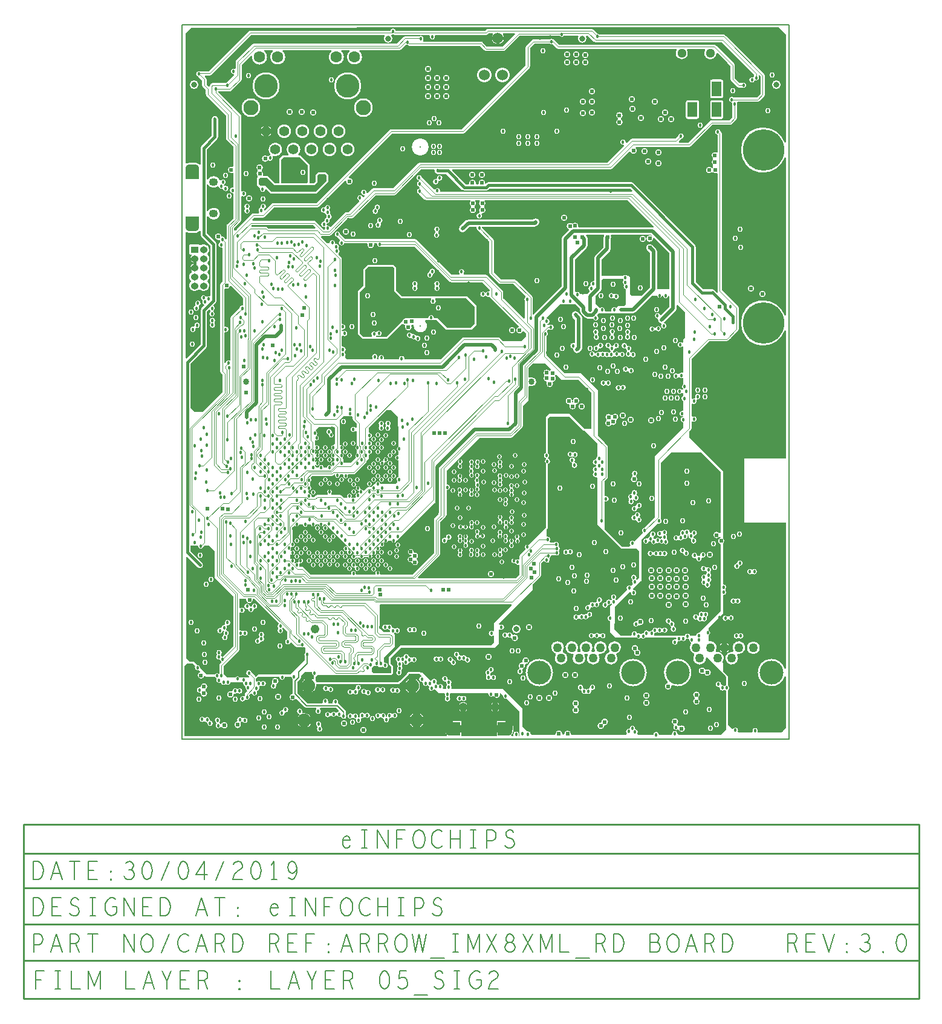
<source format=gbr>
G04 ================== begin FILE IDENTIFICATION RECORD ==================*
G04 Layout Name:  D:/ml/database/eI_Arrow_IMX8XML_RD_LAYOUT1.brd*
G04 Film Name:    L05.gbr*
G04 File Format:  Gerber RS274X*
G04 File Origin:  Cadence Allegro 17.2-S053*
G04 Origin Date:  Tue Jul 23 18:18:34 2019*
G04 *
G04 Layer:  DRAWING FORMAT/L5*
G04 Layer:  DRAWING FORMAT/FILM_LABEL_OUTLINE*
G04 Layer:  PIN/L5_SIG2*
G04 Layer:  VIA CLASS/L5_SIG2*
G04 Layer:  ETCH/L5_SIG2*
G04 Layer:  BOARD GEOMETRY/OUTLINE*
G04 *
G04 Offset:    (0.00 0.00)*
G04 Mirror:    No*
G04 Mode:      Positive*
G04 Rotation:  0*
G04 FullContactRelief:  No*
G04 UndefLineWidth:     5.00*
G04 ================== end FILE IDENTIFICATION RECORD ====================*
%FSLAX25Y25*MOIN*%
%IR0*IPPOS*OFA0.00000B0.00000*MIA0B0*SFA1.00000B1.00000*%
%ADD17C,.01*%
%AMMACRO30*
4,1,24,.0374,-.01722,
.0374,.04085,
-.0374,.04085,
-.0374,-.01722,
-.037042,-.021322,
-.035978,-.0253,
-.034239,-.029033,
-.031878,-.032406,
-.028967,-.035319,
-.025594,-.037682,
-.021863,-.039423,
-.017886,-.04049,
-.013784,-.04085,
-.01378,-.04085,
.01378,-.04085,
.017882,-.040491,
.021859,-.039424,
.025591,-.037684,
.028964,-.035321,
.031875,-.032409,
.034237,-.029036,
.035976,-.025303,
.037042,-.021326,
.0374,-.017224,
.0374,-.01722,
0.0*
%
%ADD30MACRO30*%
%AMMACRO27*
4,1,24,.01722,.0374,
-.04085,.0374,
-.04085,-.0374,
.01722,-.0374,
.021322,-.037042,
.0253,-.035978,
.029033,-.034239,
.032406,-.031878,
.035319,-.028967,
.037682,-.025594,
.039423,-.021863,
.04049,-.017886,
.04085,-.013784,
.04085,-.01378,
.04085,.01378,
.040491,.017882,
.039424,.021859,
.037684,.025591,
.035321,.028964,
.032409,.031875,
.029036,.034237,
.025303,.035976,
.021326,.037042,
.017224,.0374,
.01722,.0374,
0.0*
%
%ADD27MACRO27*%
%ADD18C,.05*%
%ADD12C,.032*%
%ADD34C,.024*%
%ADD15C,.06*%
%ADD14C,.051*%
%ADD24C,.034*%
%ADD33C,.018*%
%ADD21C,.063*%
%ADD23C,.055*%
%ADD20C,.083*%
%ADD31C,.048*%
%ADD32C,.0748*%
%ADD22C,.13*%
%ADD19C,.131*%
%ADD11O,.042X.038*%
%ADD10R,.042X.038*%
%ADD13R,.052X.083*%
%AMMACRO26*
4,1,24,-.01722,-.0374,
.04085,-.0374,
.04085,.0374,
-.01722,.0374,
-.021322,.037042,
-.0253,.035978,
-.029033,.034239,
-.032406,.031878,
-.035319,.028967,
-.037682,.025594,
-.039423,.021863,
-.04049,.017886,
-.04085,.013784,
-.04085,.01378,
-.04085,-.01378,
-.040491,-.017882,
-.039424,-.021859,
-.037684,-.025591,
-.035321,-.028964,
-.032409,-.031875,
-.029036,-.034237,
-.025303,-.035976,
-.021326,-.037042,
-.017224,-.0374,
-.01722,-.0374,
0.0*
%
%ADD26MACRO26*%
%AMMACRO29*
4,1,24,-.0374,.01722,
-.0374,-.04085,
.0374,-.04085,
.0374,.01722,
.037042,.021322,
.035978,.0253,
.034239,.029033,
.031878,.032406,
.028967,.035319,
.025594,.037682,
.021863,.039423,
.017886,.04049,
.013784,.04085,
.01378,.04085,
-.01378,.04085,
-.017882,.040491,
-.021859,.039424,
-.025591,.037684,
-.028964,.035321,
-.031875,.032409,
-.034237,.029036,
-.035976,.025303,
-.037042,.021326,
-.0374,.017224,
-.0374,.01722,
0.0*
%
%ADD29MACRO29*%
%ADD16C,.228*%
%ADD28O,.04921X.04331*%
%ADD25O,.04331X.04921*%
%ADD35C,.02*%
%ADD36C,.04*%
%ADD37C,.015*%
%ADD38C,.025*%
%ADD39C,.004*%
%ADD40C,.005*%
%ADD41C,.00566*%
%ADD42C,.03004*%
%ADD53C,.07004*%
%ADD46C,.08004*%
%ADD43C,.02604*%
%ADD47C,.06304*%
%ADD44C,.03604*%
%ADD51C,.04804*%
%ADD49C,.07504*%
%ADD52C,.05804*%
%ADD56C,.08284*%
%ADD45C,.09296*%
%ADD48C,.10304*%
%ADD50C,.15004*%
%ADD54C,.15104*%
%ADD55O,.05134X.05724*%
G75*
%LPD*%
G75*
G36*
G01X-19048Y46900D02*
X-16400D01*
X-13284Y43784D01*
Y30216D01*
G03X-13211Y29802I1201J-2D01*
G01X-13200Y29772D01*
Y29000D01*
X-3184Y18984D01*
Y-8403D01*
X-9094Y-14313D01*
X-9148Y-14323D01*
G03X-9218Y-14337I259J-1479D01*
G02X-9634Y-14088I-78J341D01*
G03X-9865Y-13606I-1448J-398D01*
G02X-9827Y-13152I284J205D01*
G03X-9381Y-12084I-1056J1068D01*
G03X-12385I-1502J0D01*
G03X-12101Y-12962I1502J1D01*
G02X-12139Y-13416I-284J-205D01*
G03X-12585Y-14484I1056J-1068D01*
G03X-11083Y-15986I1502J0D01*
G03X-10748Y-15948I-1J1502D01*
G02X-10332Y-16197I78J-341D01*
G03X-9776Y-17009I1449J396D01*
G02X-9736Y-17538I-208J-282D01*
G01X-10450Y-18251D01*
G03X-10802Y-19101I850J-850D01*
G01Y-23778D01*
G03X-10847Y-23839I1186J-922D01*
G02X-11119Y-23857I-143J100D01*
G03X-12076Y-23438I-957J-883D01*
G03X-13147Y-24000I0J-1301D01*
G01X-17900D01*
X-21500Y-20400D01*
X-21498Y-20326D01*
Y-20300D01*
G03X-22800Y-18998I-1302J0D01*
G01X-22826D01*
X-22900Y-19000D01*
X-24700Y-17200D01*
X-25084D01*
X-25285Y-16998D01*
X-27101D01*
X-29100Y-15000D01*
Y40378D01*
G02X-28503Y40626I350J0D01*
G01X-22738Y34862D01*
G03X-21500Y34348I1239J1237D01*
G03X-19748Y36100I0J1752D01*
G03X-20262Y37338I-1751J-1D01*
G01X-26748Y43825D01*
Y46900D01*
X-22849D01*
G02X-22500Y46568I0J-350D01*
G03X-21000Y45145I1500J79D01*
G03X-19522Y46382I0J1501D01*
G01X-19512Y46436D01*
X-19048Y46900D01*
G37*
G36*
G01X7925Y17700D02*
X8302D01*
X21899Y4103D01*
G02X21872Y3583I-247J-248D01*
G03X21315Y2416I944J-1167D01*
G03X21673Y1443I1501J0D01*
G02Y989I-267J-227D01*
G03X21315Y16I1143J-973D01*
G03X24319I1502J0D01*
G03X23961Y989I-1501J0D01*
G02Y1443I267J227D01*
G03X23984Y1471I-1149J967D01*
G02X24504Y1498I272J-220D01*
G01X26616Y-614D01*
Y-3684D01*
G03X26741Y-4219I1201J-1D01*
G02X26528Y-4711I-313J-157D01*
G03X25455Y-6150I428J-1439D01*
G03X26957Y-7652I1502J0D01*
G03X28374Y-6649I0J1502D01*
G02X28951Y-6518I330J-116D01*
G01X31167Y-8734D01*
G03X32017Y-9086I850J850D01*
G01X33909D01*
G03X34810Y-9386I901J1203D01*
G03X35859Y-8959I0J1502D01*
G01X36600Y-9700D01*
Y-12063D01*
G03X36098Y-13184I1001J-1121D01*
G03X36316Y-13963I1501J0D01*
G01Y-16184D01*
X28500Y-24000D01*
X10600D01*
X10301Y-24298D01*
X10285D01*
X9256Y-25328D01*
X9128Y-25200D01*
X9124Y-25195D01*
G03X9067Y-25134I-906J-790D01*
G01X7005Y-23073D01*
X6995Y-23019D01*
G03X5517Y-21782I-1478J-264D01*
G03X4015Y-23284I0J-1502D01*
G03X5252Y-24762I1501J0D01*
G01X5306Y-24772D01*
X5836Y-25303D01*
G02X5589Y-25900I-247J-247D01*
G01X3401D01*
G03X2617Y-25679I-784J-1280D01*
G03X1833Y-25900I0J-1501D01*
G01X546D01*
G03X-2112I-1329J-700D01*
G01X-6200D01*
X-8100Y-24000D01*
X-8287D01*
G03X-8398Y-23820I-1331J-697D01*
G01Y-19599D01*
X-133Y-11334D01*
G03X218Y-10484I-851J849D01*
G01Y-3196D01*
G02X641Y-2853I350J0D01*
G03X952Y-2886I313J1469D01*
G03X1925Y-2528I0J1501D01*
G02X2379I227J-267D01*
G03X3352Y-2886I973J1143D01*
G03Y118I0J1502D01*
G03X2379Y-240I0J-1501D01*
G02X1925I-227J267D01*
G03X952Y118I-973J-1143D01*
G03X641Y85I2J-1502D01*
G02X218Y428I-73J343D01*
G01Y9817D01*
G02X801Y10078I350J0D01*
G03X1800Y9698I999J1123D01*
G03Y12702I0J1502D01*
G03X801Y12322I0J-1503D01*
G02X218Y12583I-233J261D01*
G01Y17700D01*
X3709D01*
G02X4052Y17279I0J-350D01*
G03X4015Y16916I1765J-363D01*
G03X7619I1802J0D01*
G03X7582Y17279I-1802J0D01*
G02X7925Y17700I343J71D01*
G37*
G36*
G01X150401Y14001D02*
X140700Y4300D01*
Y-30D01*
G02X140144Y-314I-350J-1D01*
G03X139262Y-27I-883J-1215D01*
G03Y-3031I0J-1502D01*
G03X140144Y-2744I-1J1502D01*
G02X140700Y-3028I206J-283D01*
G01Y-6400D01*
X138900Y-8200D01*
X89100D01*
X82600Y-14700D01*
Y-18400D01*
X84000Y-19800D01*
Y-23000D01*
X83700Y-23300D01*
X74100D01*
X73300Y-22500D01*
Y-20600D01*
X74300Y-19600D01*
X76500D01*
X76900Y-20000D01*
X78700D01*
X78855Y-19845D01*
G02X79408Y-19920I248J-247D01*
G03X80717Y-20686I1309J735D01*
G03Y-17682I0J1502D01*
G03X80500Y-17698I2J-1502D01*
G02X80100Y-17351I-50J346D01*
G01Y-14800D01*
X86000Y-8900D01*
Y-2400D01*
X85493Y-1893D01*
G02X85585Y-1332I248J247D01*
G03X85890Y-1131I-668J1345D01*
G02X86344I227J-267D01*
G03X87317Y-1489I973J1143D01*
G03Y1515I0J1502D01*
G03X86344Y1157I0J-1501D01*
G02X85890I-227J267D01*
G03X84917Y1515I-973J-1143D01*
G03X84816Y1512I-6J-1502D01*
G02X84443Y1880I-24J349D01*
G03X84445Y1964I-1500J78D01*
G03X82943Y3466I-1502J0D01*
G03X81970Y3108I0J-1501D01*
G02X81516I-227J267D01*
G03X80543Y3466I-973J-1143D01*
G03Y462I0J-1502D01*
G03X81516Y820I0J1501D01*
G02X81970I227J-267D01*
G03X82943Y462I973J1143D01*
G03X83044Y465I6J1502D01*
G02X83417Y97I24J-349D01*
G03X83415Y13I1500J-78D01*
G03X83482Y-429I1502J2D01*
G02X83147Y-882I-334J-103D01*
G01X80082D01*
X77518Y1682D01*
Y4518D01*
X77800Y4800D01*
Y13900D01*
X77699Y14001D01*
G02X77946Y14598I247J247D01*
G01X150154D01*
G02X150401Y14001I0J-350D01*
G37*
G36*
G01X161999Y147100D02*
X168900D01*
X171959Y144041D01*
G02X171905Y143502I-248J-247D01*
G03X171598Y143246I993J-1503D01*
G02X171077Y143262I-253J242D01*
G03X169700Y143902I-1377J-1161D01*
G03X167898Y142100I0J-1802D01*
G03X168408Y140844I1802J0D01*
G02Y140356I-251J-244D01*
G03X167898Y139100I1292J-1256D01*
G03X169511Y137308I1802J0D01*
G02X169787Y136804I-37J-348D01*
G03X169598Y136000I1613J-803D01*
G03X173202I1802J0D01*
G03X173045Y136736I-1802J0D01*
G02X173305Y137224I319J143D01*
G03X174802Y139000I-305J1776D01*
G03X174249Y140299I-1802J0D01*
G02X174233Y140787I242J252D01*
G03X174402Y141005I-1335J1210D01*
G02X174941Y141059I292J-194D01*
G01X177700Y138300D01*
X187201D01*
X194400Y131101D01*
Y111600D01*
X193900Y111100D01*
X190500D01*
X182100Y119500D01*
X171000D01*
X169400Y117900D01*
Y97993D01*
X169266Y97960D01*
G03Y95040I350J-1460D01*
G01X169400Y95007D01*
Y94629D01*
G03Y91971I700J-1329D01*
G01Y56900D01*
X159680Y47180D01*
X159564Y47246D01*
G03X158918Y47418I-647J-1130D01*
G03X157616Y46116I0J-1302D01*
G03X157983Y45210I1302J0D01*
G02X157979Y44719I-251J-243D01*
G01X155050Y41791D01*
G03X154698Y40941I850J-850D01*
G01Y39415D01*
G02X154208Y39094I-350J0D01*
G03X153604Y39221I-604J-1375D01*
G03X152867Y39028I0J-1502D01*
G02X152631Y39090I-86J152D01*
G03X151517Y39718I-1114J-674D01*
G03Y37114I0J-1302D01*
G03X152003Y37208I0J1303D01*
G02X152228Y37116I65J-162D01*
G03X153604Y36217I1376J604D01*
G03X154208Y36344I0J1502D01*
G02X154698Y36023I140J-321D01*
G01Y30898D01*
X152602Y28802D01*
X99048D01*
G02X98800Y29399I0J350D01*
G01X110550Y41148D01*
G03X110902Y41998I-850J850D01*
G01Y59582D01*
X113767Y62447D01*
G03X114110Y63157I-851J849D01*
G01X114117Y63217D01*
X114700Y63800D01*
Y77340D01*
G02X114869Y77515I175J0D01*
G03Y80517I-52J1501D01*
G02X114700Y80692I6J175D01*
G01Y88300D01*
X132700Y106300D01*
X150200D01*
X150210Y106310D01*
X150270Y106318D01*
G03X150969Y106660I-150J1192D01*
G01X156150Y111841D01*
G03X156492Y112540I-850J849D01*
G01X156500Y112600D01*
X156800Y112900D01*
Y124000D01*
X159500Y126700D01*
Y128014D01*
G03X159752Y128750I-949J736D01*
G01Y134647D01*
G02X160269Y134954I350J0D01*
G03X161468Y134648I1199J2196D01*
G03Y139652I0J2502D01*
G03X160269Y139346I0J-2502D01*
G02X159752Y139653I-167J307D01*
G01Y144852D01*
X161999Y147100D01*
G37*
G36*
G01X-7477Y188574D02*
G03X-6700Y188398I777J1627D01*
G03X-4945Y189790I0J1802D01*
G02X-4357Y189958I341J-80D01*
G01X2416Y183185D01*
Y179551D01*
G02X2019Y179204I-350J0D01*
G03X1817Y179218I-205J-1488D01*
G03X339Y177981I0J-1501D01*
G01X329Y177927D01*
X-4250Y173349D01*
G03X-4602Y172499I850J-850D01*
G01Y149046D01*
G02X-5112Y148735I-350J0D01*
G03X-5800Y148902I-688J-1334D01*
G03X-7278Y147665I0J-1501D01*
G01X-7288Y147611D01*
X-7380Y147519D01*
G02X-7978Y147767I-248J247D01*
G01Y164198D01*
G02X-7547Y164539I350J0D01*
G03X-7200Y164498I349J1461D01*
G03Y167502I0J1502D01*
G03X-7547Y167461I2J-1502D01*
G02X-7978Y167802I-81J341D01*
G01Y188258D01*
G02X-7477Y188574I350J0D01*
G37*
G36*
G01X191677Y218298D02*
X201048D01*
G02X201353Y217778I0J-350D01*
G03X201098Y216800I1748J-978D01*
G01Y211329D01*
X196585Y206815D01*
G03X195998Y205400I1415J-1416D01*
G01Y192901D01*
G02X195583Y192557I-350J0D01*
G03X195300Y192584I-284J-1475D01*
G03X193798Y191082I0J-1502D01*
G03X193930Y190466I1503J0D01*
G02X193713Y189987I-319J-144D01*
G03X192648Y188550I437J-1437D01*
G03X193265Y187336I1503J0D01*
G02X193306Y186806I-206J-283D01*
G01X191900Y185400D01*
X188085D01*
X188056Y185539D01*
G03X186586Y186733I-1470J-308D01*
G03X185909Y186572I0J-1502D01*
G02X185402Y186884I-157J312D01*
G01Y204571D01*
X191715Y210885D01*
G03X192302Y212300I-1415J1416D01*
G01Y216000D01*
G03X191715Y217415I-2002J-1D01*
G01X191429Y217701D01*
G02X191677Y218298I248J247D01*
G37*
G36*
G01X7014Y223414D02*
X41086D01*
X42302Y222199D01*
G02X42054Y221602I-248J-247D01*
G01X16399D01*
X15751Y222250D01*
G03X14901Y222602I-850J-850D01*
G01X7046D01*
G02X6798Y223199I0J350D01*
G01X7014Y223414D01*
G37*
G36*
G01X205305Y218298D02*
X227171D01*
X227573Y217896D01*
X227363Y217686D01*
X227253Y217737D01*
G03X226500Y217902I-753J-1636D01*
G03X228302Y216100I0J-1802D01*
G03X228291Y216297I-1802J-2D01*
G02X228887Y216583I348J39D01*
G01X237398Y208071D01*
Y188100D01*
X230502D01*
Y209100D01*
G03X229915Y210515I-2002J-1D01*
G01X227915Y212515D01*
G03X226500Y213102I-1416J-1415D01*
G03X224498Y211100I0J-2002D01*
G03X225085Y209685I2002J1D01*
G01X226498Y208271D01*
Y189029D01*
X222069Y184600D01*
X216600D01*
X215500Y185700D01*
Y194800D01*
X214600Y195700D01*
X214105D01*
G03X212059I-1023J-1101D01*
G01X200002D01*
Y204571D01*
X204515Y209085D01*
G03X205102Y210500I-1415J1416D01*
G01Y216275D01*
X205110Y216300D01*
G03X205202Y216900I-1911J600D01*
G03X204992Y217792I-2002J-1D01*
G02X205305Y218298I313J156D01*
G37*
G36*
G01X-21769Y220322D02*
G02X-21152Y220097I267J-226D01*
G01Y218300D01*
G03X-20638Y217062I1751J1D01*
G01X-15752Y212175D01*
Y184575D01*
G02X-16211Y184243I-350J0D01*
G03X-16683Y184319I-472J-1426D01*
G03X-17581Y184021I0J-1502D01*
G02X-18097Y184132I-210J280D01*
G03X-19411Y184906I-1314J-728D01*
G03X-20913Y183404I0J-1502D01*
G03X-20206Y182129I1503J0D01*
G02X-20068Y181697I-185J-297D01*
G03X-20185Y181116I1384J-581D01*
G03X-19244Y179723I1502J0D01*
G02X-19127Y179150I-130J-325D01*
G01X-20538Y177738D01*
G03X-21052Y176500I1237J-1239D01*
G01Y157825D01*
X-28903Y149974D01*
G02X-29500Y150222I-247J248D01*
G01Y219390D01*
G02X-28957Y219682I350J0D01*
G03X-27100Y219122I1858J2804D01*
G01X-24344D01*
G03X-21769Y220322I-1J3364D01*
G37*
G36*
G01X100398Y254198D02*
X107544D01*
G02X107886Y253776I0J-350D01*
G03X107848Y253416I1714J-363D01*
G03X109600Y251664I1752J0D01*
G01X114459D01*
X123096Y243028D01*
G03X124334Y242514I1239J1237D01*
G01X136465D01*
G03X137703Y243028I-1J1751D01*
G01X138324Y243648D01*
X215575D01*
X216824Y242399D01*
G02X216577Y241802I-247J-247D01*
G01X111277D01*
G02X110932Y242208I0J350D01*
G03X110952Y242450I-1482J244D01*
G03X109450Y243952I-1502J0D01*
G03X108141Y243187I0J-1502D01*
G02X107589Y243111I-305J171D01*
G01X100888Y249811D01*
X100878Y249865D01*
G03X99400Y251102I-1478J-264D01*
G03X97898Y249600I0J-1502D01*
G03X99134Y248122I1502J0D01*
G01X99189Y248112D01*
X99467Y247833D01*
X99308Y247674D01*
X99259Y247663D01*
G03X98098Y246200I341J-1463D01*
G03X99335Y244722I1501J0D01*
G01X99389Y244712D01*
X99802Y244299D01*
G02X99563Y243702I-248J-247D01*
G03X98098Y242200I37J-1502D01*
G03X99335Y240722I1501J0D01*
G01X99389Y240712D01*
X102450Y237650D01*
G03X103300Y237298I850J850D01*
G01X127490D01*
G02X127735Y236699I-1J-350D01*
G03X127198Y235416I1264J-1283D01*
G03X128012Y233909I1802J0D01*
G02Y233323I-191J-293D01*
G03X127198Y231816I988J-1507D01*
G03X130802I1802J0D01*
G03X129988Y233323I-1802J0D01*
G02Y233909I191J293D01*
G03X130802Y235416I-988J1507D01*
G03X130265Y236699I-1801J0D01*
G02X130510Y237298I246J249D01*
G01X132690D01*
G02X132935Y236699I-1J-350D01*
G03X132398Y235416I1264J-1283D01*
G03X133212Y233909I1802J0D01*
G02Y233323I-191J-293D01*
G03X132398Y231816I988J-1507D01*
G03X132800Y230682I1802J0D01*
G02X132521Y230112I-272J-220D01*
G01X132490D01*
G03X133992Y228610I0J-1502D01*
G03X133720Y229472I-1502J0D01*
G02X134038Y230021I287J201D01*
G03X134200Y230014I159J1795D01*
G03X136002Y231816I0J1802D01*
G03X135188Y233323I-1802J0D01*
G02Y233909I191J293D01*
G03X136002Y235416I-988J1507D01*
G03X135465Y236699I-1801J0D01*
G02X135710Y237298I246J249D01*
G01X214302D01*
X228758Y222843D01*
G02X228435Y222254I-247J-247D01*
G03X228000Y222302I-436J-1954D01*
G01X187404D01*
G02X187062Y222724I0J350D01*
G03X187102Y223100I-1762J378D01*
G03X185300Y224902I-1802J0D01*
G03X183979Y224325I0J-1801D01*
G02X183731Y224316I-128J119D01*
G03X182500Y224802I-1231J-1316D01*
G03X180698Y223000I0J-1802D01*
G03X181816Y221333I1802J0D01*
G02X181931Y220761I-132J-324D01*
G01X178485Y217315D01*
G03X177898Y215900I1415J-1416D01*
G01Y189749D01*
X162475Y174325D01*
G03X162411Y174259I1404J-1426D01*
G01X162387Y174233D01*
X162329Y174206D01*
G02X162082Y174366I-72J160D01*
G01Y183390D01*
G03X161730Y184240I-1202J0D01*
G01X152780Y193190D01*
G03X151930Y193542I-850J-850D01*
G01X144458D01*
X140536Y197463D01*
Y215002D01*
G03X140185Y215849I-1202J-2D01*
G01X134071Y221962D01*
X134062Y222016D01*
G03X134003Y222244I-1479J-261D01*
G02X134333Y222708I330J114D01*
G01X163210D01*
G03X164625Y223295I-1J2002D01*
G01X165115Y223785D01*
G03X165702Y225200I-1415J1416D01*
G03X163700Y227202I-2002J0D01*
G03X162388Y226712I0J-2001D01*
G01X126510D01*
G03X125095Y226125I1J-2002D01*
G01X121843Y222873D01*
G03X121256Y221458I1415J-1416D01*
G03X123258Y219456I2002J0D01*
G03X124673Y220043I-1J2002D01*
G01X127339Y222708D01*
X130835D01*
G02X131165Y222244I0J-350D01*
G03X131082Y221753I1419J-492D01*
G01Y221750D01*
G03X132319Y220272I1501J0D01*
G01X132373Y220262D01*
X138134Y214501D01*
Y196962D01*
G03X138485Y196115I1202J2D01*
G01X143110Y191490D01*
G03X143960Y191138I850J850D01*
G01X151432D01*
X158124Y184447D01*
G02X158053Y183897I-247J-248D01*
G03X157308Y182600I756J-1297D01*
G03X157608Y181699I1503J0D01*
G01Y172214D01*
G02X157011Y171967I-350J1D01*
G01X145802Y183177D01*
Y186478D01*
G03X145450Y187328I-1202J0D01*
G01X137028Y195750D01*
G03X136178Y196102I-850J-850D01*
G01X124086D01*
G02X123843Y196703I0J350D01*
G03X124302Y197784I-1043J1081D01*
G03X121298I-1502J0D01*
G03X121757Y196703I1502J0D01*
G02X121514Y196102I-243J-251D01*
G01X117171D01*
X97823Y215450D01*
G03X96973Y215802I-850J-850D01*
G01X58713D01*
X55788Y218726D01*
X55778Y218780D01*
G03X54300Y220017I-1478J-264D01*
G03X52798Y218515I0J-1502D01*
G03X54035Y217037I1501J0D01*
G01X54089Y217027D01*
X55708Y215408D01*
G02X55676Y214884I-247J-248D01*
G03X55098Y213700I924J-1184D01*
G03X56600Y212198I1502J0D01*
G03X58073Y213407I0J1502D01*
G03X58215Y213398I147J1193D01*
G01X70632D01*
G02X70971Y212962I0J-350D01*
G03X70915Y212517I1746J-446D01*
G01Y212516D01*
G03X74519I1802J0D01*
G01Y212517D01*
G03X74463Y212962I-1802J-1D01*
G02X74802Y213398I339J86D01*
G01X75882D01*
G02X76230Y213020I-1J-350D01*
G03X76225Y212900I1497J-122D01*
G03X77727Y211398I1502J0D01*
G03X78628Y211698I0J1503D01*
G01X96902D01*
X116250Y192350D01*
G03X117100Y191998I850J850D01*
G01X134103D01*
X138198Y187903D01*
Y187196D01*
G02X137764Y186857I-350J1D01*
G03X137400Y186902I-365J-1457D01*
G03X136265Y186383I1J-1502D01*
G02X135735I-265J229D01*
G03X134600Y186902I-1136J-983D01*
G03Y183898I0J-1502D01*
G03X135735Y184417I-1J1502D01*
G02X136265I265J-229D01*
G03X137400Y183898I1136J983D01*
G01X137402D01*
G03X137902Y183984I-1J1502D01*
G02X138330Y183814I117J-330D01*
G03X138550Y183511I1071J546D01*
G01X154271Y167790D01*
G02X154134Y167211I-247J-247D01*
G03X152898Y165500I566J-1711D01*
G03X154700Y163698I1802J0D01*
G03X156411Y164934I0J1802D01*
G02X156990Y165071I332J-110D01*
G01X158398Y163663D01*
Y162299D01*
X155500Y159400D01*
X145699D01*
X143750Y161350D01*
G03X142900Y161702I-850J-850D01*
G01X124000D01*
G03X123150Y161350I0J-1202D01*
G01X111301Y149500D01*
X91646D01*
G02X91297Y149878I0J350D01*
G03X91302Y150000I-1497J122D01*
G03X88298I-1502J0D01*
G03X88303Y149878I1502J0D01*
G02X87954Y149500I-349J-28D01*
G01X80268D01*
G02X79934Y149954I0J350D01*
G03X80002Y150400I-1434J447D01*
G03X76998I-1502J0D01*
G03X77066Y149954I1502J1D01*
G02X76732Y149500I-334J-104D01*
G01X76351D01*
G02X76077Y150067I1J350D01*
G03X76402Y151000I-1177J933D01*
G03X73398I-1502J0D01*
G03X73723Y150067I1502J0D01*
G02X73449Y149500I-275J-217D01*
G01X59600D01*
X58515Y150585D01*
G02X58505Y151071I247J248D01*
G03X58905Y152091I-1102J1021D01*
G03X58372Y153238I-1501J0D01*
G02X58375Y153775I226J267D01*
G03X58919Y154932I-958J1157D01*
G03X57417Y156434I-1502J0D01*
G03X57200Y156418I2J-1502D01*
G02X56800Y156764I-50J346D01*
G01Y162349D01*
G02X57367Y162623I350J-1D01*
G03X58300Y162298I933J1177D01*
G03Y165302I0J1502D01*
G03X57367Y164977I0J-1502D01*
G02X56800Y165251I-217J275D01*
G01Y165554D01*
G02X57178Y165903I350J0D01*
G03X57300Y165898I122J1497D01*
G03Y168902I0J1502D01*
G03X57178Y168897I0J-1502D01*
G02X56800Y169246I-28J349D01*
G01Y205500D01*
X54944Y207356D01*
G02X54985Y207886I247J247D01*
G03X55602Y209100I-886J1214D01*
G03X55012Y210293I-1501J0D01*
G02X54939Y210750I223J270D01*
G01X54959Y210780D01*
G03X55202Y211599I-1259J819D01*
G01Y211624D01*
G03X53708Y213102I-1502J-24D01*
G01X53699D01*
G03X53395Y213071I0J-1502D01*
G01X53387Y213069D01*
X53386D01*
G02X52967Y213471I-74J342D01*
G03X53004Y213801I-1465J331D01*
G03X51502Y215303I-1502J0D01*
G03X50001Y213841I0J-1502D01*
G02X49651Y213500I-350J9D01*
G01X48800D01*
X45399Y216901D01*
G02X45646Y217498I247J247D01*
G01X49896D01*
G03X50746Y217850I0J1202D01*
G01X60244Y227348D01*
X62450D01*
G03X63300Y227700I0J1202D01*
G01X75398Y239798D01*
X85500D01*
G03X86350Y240150I0J1202D01*
G01X100398Y254198D01*
G37*
G36*
G01X191666Y327998D02*
X192302D01*
X195750Y324550D01*
G03X196600Y324198I850J850D01*
G01X266302D01*
X284098Y306402D01*
Y305601D01*
G03X283866Y305148I1202J-901D01*
G02X283409Y304924I-334J104D01*
G03X282882Y305020I-528J-1406D01*
G03Y302016I0J-1502D01*
G03X284316Y303070I0J1503D01*
G02X284773Y303294I334J-104D01*
G03X285300Y303198I528J1406D01*
G03X286802Y304700I0J1502D01*
G03X286533Y305558I-1503J0D01*
G01X286502Y305603D01*
Y305977D01*
G02X286800Y306101I175J0D01*
G01X287598Y305302D01*
Y295898D01*
X285602Y293902D01*
X272601D01*
G03X271700Y294202I-901J-1203D01*
G03X270198Y292700I0J-1502D01*
G03X271592Y291202I1502J0D01*
G02X271894Y290729I-25J-349D01*
G03X271798Y290200I1406J-528D01*
G03X272098Y289299I1503J0D01*
G01Y282898D01*
X270402Y281202D01*
X260500D01*
G03X259650Y280850I0J-1202D01*
G01X247802Y269002D01*
X242746D01*
G02X242498Y269599I0J350D01*
G01X243938Y271039D01*
X243992Y271049D01*
G03X245229Y272527I-264J1478D01*
G03X243727Y274029I-1502J0D01*
G03X242249Y272792I0J-1501D01*
G01X242239Y272738D01*
X240602Y271102D01*
X216700D01*
G03X215850Y270750I0J-1202D01*
G01X213829Y268728D01*
G02X213235Y269027I-248J247D01*
G03X213252Y269250I-1485J225D01*
G03X211750Y267748I-1502J0D01*
G03X211973Y267765I-2J1502D01*
G02X212272Y267171I52J-346D01*
G01X203102Y258002D01*
X99900D01*
G03X99050Y257650I0J-1202D01*
G01X85302Y243902D01*
X74400D01*
G03X73550Y243550I0J-1202D01*
G01X70979Y240978D01*
G02X70385Y241277I-248J247D01*
G03X70402Y241500I-1485J225D01*
G03X68900Y239998I-1502J0D01*
G03X69123Y240015I-2J1502D01*
G02X69422Y239421I52J-346D01*
G01X68813Y238812D01*
G02X68232Y238954I-247J248D01*
G03X66800Y240002I-1432J-454D01*
G03X65298Y238500I0J-1502D01*
G03X66346Y237068I1502J0D01*
G02X66488Y236487I-106J-334D01*
G01X60652Y230652D01*
X59373D01*
G03X58523Y230300I0J-1202D01*
G01X50794Y222571D01*
G02X50255Y222626I-247J247D01*
G03X49000Y223302I-1255J-827D01*
G03X48702Y223272I1J-1502D01*
G02X48288Y223674I-69J343D01*
G03X48309Y223926I-1481J250D01*
G03X48306Y224022I-1502J1D01*
G02X48644Y224394I349J22D01*
G03X50098Y225895I-48J1501D01*
G03X50036Y226321I-1502J-1D01*
G02X50247Y226747I336J99D01*
G03X51212Y228150I-537J1403D01*
G03X50468Y229447I-1503J0D01*
G02X50318Y229875I177J302D01*
G03X50419Y230416I-1401J541D01*
G03X49946Y231511I-1502J1D01*
G02X49934Y232009I239J255D01*
G03X50357Y233054I-1079J1045D01*
G03X48855Y234556I-1502J0D01*
G03X47423Y233506I0J-1501D01*
G02X47015Y233269I-334J105D01*
G03X46701Y233302I-313J-1469D01*
G03Y230298I0J-1502D01*
G03X47036Y230336I-1J1502D01*
G02X47454Y230074I77J-341D01*
G03X48159Y229119I1463J342D01*
G02X48309Y228691I-177J-302D01*
G03X48208Y228150I1401J-541D01*
G03X48270Y227724I1502J1D01*
G02X48059Y227298I-336J-99D01*
G03X47094Y225895I537J-1403D01*
G03X47097Y225799I1502J-1D01*
G02X46759Y225427I-349J-22D01*
G03X45305Y223926I48J-1501D01*
G03X46807Y222424I1502J0D01*
G03X47105Y222454I-1J1502D01*
G02X47519Y222052I69J-343D01*
G03X47498Y221800I1481J-250D01*
G03X47535Y221467I1502J-2D01*
G02X47194Y221040I-341J-77D01*
G01X46860D01*
X42434Y225466D01*
G03X41584Y225818I-850J-850D01*
G01X7662D01*
G02X7414Y226415I0J350D01*
G01X8598Y227598D01*
X13300D01*
G03X14150Y227950I0J1202D01*
G01X19498Y233298D01*
X43400D01*
G03X44250Y233650I0J1202D01*
G01X58518Y247919D01*
G02X59116Y247663I248J-247D01*
G03X59115Y247616I1801J-62D01*
G03X60917Y249418I1802J0D01*
G03X60870Y249417I15J-1802D01*
G02X60614Y250015I-9J350D01*
G01X84498Y273898D01*
X123500D01*
G03X124350Y274250I0J1202D01*
G01X160150Y310050D01*
G03X160502Y310900I-850J850D01*
G01Y321002D01*
X162957Y323458D01*
X171340D01*
G03X172241Y323157I902J1201D01*
G03X172741Y323243I-1J1502D01*
G01X172845Y323279D01*
X175172Y320951D01*
G03X176022Y320600I849J851D01*
G01X241028D01*
G02X241322Y320061I0J-350D01*
G03X240792Y318251I2822J-1809D01*
G03X247496I3352J0D01*
G03X246966Y320061I-3352J1D01*
G02X247260Y320600I294J189D01*
G01X256777D01*
G02X257071Y320061I0J-350D01*
G03X256541Y318251I2822J-1809D01*
G03X259893Y314899I3352J0D01*
G03X263243Y318126I0J3352D01*
G02X263840Y318361I350J-13D01*
G01X270998Y311202D01*
Y303901D01*
G03X271350Y303051I1202J0D01*
G01X274723Y299678D01*
G03X275573Y299326I850J850D01*
G01X277272D01*
G03X278173Y299026I901J1203D01*
G03Y302030I0J1502D01*
G03X277272Y301730I0J-1503D01*
G01X276071D01*
X273402Y304399D01*
Y311700D01*
G03X273050Y312550I-1202J0D01*
G01X262950Y322650D01*
G03X262100Y323002I-850J-850D01*
G01X261410D01*
X176520D01*
X174014Y325509D01*
G03X173164Y325860I-849J-851D01*
G01X173142D01*
G03X172241Y326161I-902J-1201D01*
G03X171340Y325860I1J-1502D01*
G01X162459D01*
G03X161609Y325509I-1J-1202D01*
G01X158450Y322350D01*
G03X158098Y321500I850J-850D01*
G01Y311398D01*
X123002Y276302D01*
X84000D01*
G03X83150Y275950I0J-1202D01*
G01X42902Y235702D01*
X19000D01*
G03X18150Y235350I0J-1202D01*
G01X14404Y231603D01*
G02X13809Y231806I-248J247D01*
G03X13781Y231958I-1489J-196D01*
G02X13998Y232365I341J80D01*
G03X14966Y233769I-534J1404D01*
G03X11962I-1502J0D01*
G03X12002Y233427I1502J2D01*
G02X11785Y233020I-341J-80D01*
G03X10817Y231616I534J-1404D01*
G03X11222Y230590I1502J0D01*
G02X10966Y230002I-256J-238D01*
G01X8100D01*
G03X7250Y229650I0J-1202D01*
G01X-2001Y220398D01*
G02X-2598Y220646I-247J248D01*
G01Y221829D01*
X950Y225377D01*
G03X1302Y226227I-850J850D01*
G01Y239194D01*
G02X1839Y239489I350J0D01*
G03X2643Y239256I804J1269D01*
G03Y242260I0J1502D01*
G03X1839Y242027I0J-1502D01*
G02X1302Y242322I-187J295D01*
G01Y283701D01*
G03X950Y284551I-1202J0D01*
G01X-11398Y296899D01*
Y297214D01*
X-4885D01*
G03X-4035Y297565I1J1202D01*
G01X1250Y302850D01*
G03X1602Y303700I-850J850D01*
G01Y311802D01*
X6629Y316830D01*
G02X7225Y316550I247J-248D01*
G03X7207Y316165I4134J-386D01*
G03X15511I4152J0D01*
G03X13989Y319378I-4152J0D01*
G02X14211Y319998I222J270D01*
G01X18566D01*
G02X18788Y319378I0J-350D01*
G03X17266Y316165I2630J-3213D01*
G03X25570I4152J0D01*
G03X24048Y319378I-4152J0D01*
G02X24270Y319998I222J270D01*
G01X50889D01*
G02X51111Y319378I0J-350D01*
G03X49589Y316165I2630J-3213D01*
G03X57893I4152J0D01*
G03X56371Y319378I-4152J0D01*
G02X56593Y319998I222J270D01*
G01X60908D01*
G02X61130Y319378I0J-350D01*
G03X59608Y316165I2630J-3213D01*
G03X67912I4152J0D01*
G03X66390Y319378I-4152J0D01*
G02X66612Y319998I222J270D01*
G01X88800D01*
G03X89650Y320350I0J1202D01*
G01X92256Y322957D01*
G03X92835Y322722I842J1244D01*
G01X92889Y322712D01*
X92950Y322650D01*
G03X93800Y322298I850J850D01*
G01X133002D01*
X135450Y319850D01*
G03X136300Y319498I850J850D01*
G01X146000D01*
G03X146850Y319850I0J1202D01*
G01X154798Y327798D01*
X176830D01*
G03X178100Y327098I1270J802D01*
G03X179476Y327998I0J1502D01*
G01X186868D01*
G02X187173Y327477I0J-350D01*
G03X186865Y326300I2095J-1177D01*
G03X191669I2402J0D01*
G03X191361Y327477I-2403J0D01*
G02X191666Y327998I305J171D01*
G37*
G36*
G01X145804Y329198D02*
X151954D01*
G02X152202Y328601I0J-350D01*
G01X145502Y321902D01*
X136798D01*
X134350Y324350D01*
G03X133500Y324702I-850J-850D01*
G01X101702D01*
G02X101441Y325284I0J350D01*
G03X101820Y326282I-1123J998D01*
G03X100318Y327784I-1502J0D01*
G03X99600Y327602I-1J-1502D01*
G01X91700D01*
G03X90850Y327250I0J-1202D01*
G01X87102Y323502D01*
X8200D01*
G03X7350Y323150I0J-1202D01*
G01X-1450Y314350D01*
G03X-1802Y313500I850J-850D01*
G01Y309894D01*
G02X-2293Y309574I-350J0D01*
G03X-2900Y309702I-607J-1375D01*
G03Y306698I0J-1502D01*
G03X-2769Y306704I-3J1502D01*
G02X-2492Y306108I30J-349D01*
G01X-6411Y302188D01*
X-6465Y302178D01*
G03X-7101Y301902I264J-1479D01*
G01X-14278D01*
G03X-15128Y301550I0J-1202D01*
G01X-15750Y300928D01*
G03X-16102Y300078I850J-850D01*
G01Y300046D01*
G02X-16699Y299798I-350J0D01*
G01X-17798Y300898D01*
Y303764D01*
G03X-18150Y304614I-1202J0D01*
G01X-18838Y305301D01*
G02X-18590Y305898I248J247D01*
G01X-16000D01*
G03X-15150Y306250I0J1202D01*
G01X6898Y328298D01*
X80063D01*
G02X80344Y327739I1J-350D01*
G03X79865Y326300I1922J-1439D01*
G03X84669I2402J0D01*
G03X83964Y328000I-2402J0D01*
G01X83913Y328051D01*
Y328298D01*
X84155D01*
G03X84955Y328604I-1J1202D01*
G03X85755Y328298I801J896D01*
G01X104935D01*
G02X105260Y327817I1J-350D01*
G03X105149Y327251I1391J-567D01*
G03X108153I1502J0D01*
G03X108042Y327817I-1502J-1D01*
G02X108367Y328298I324J131D01*
G01X136401D01*
G03X137251Y328650I0J1202D01*
G01X137799Y329198D01*
X139796D01*
G02X140077Y328639I1J-350D01*
G03X139398Y326600I2722J-2039D01*
G03X146202I3402J0D01*
G03X145523Y328639I-3401J0D01*
G02X145804Y329198I280J209D01*
G37*
G36*
G01X65000Y332400D02*
X297800D01*
X301500Y328700D01*
Y269278D01*
G02X300822Y269156I-350J0D01*
G03X289190Y277256I-11632J-4302D01*
G03Y252452I0J-12402D01*
G03X300822Y260552I0J12402D01*
G02X301500Y260430I328J-122D01*
G01Y174002D01*
G02X300822Y173880I-350J0D01*
G03X289190Y181980I-11632J-4302D01*
G03Y157176I0J-12402D01*
G03X300822Y165276I0J12402D01*
G02X301500Y165154I328J-122D01*
G01Y94718D01*
X278484D01*
Y59714D01*
X301500D01*
Y-20651D01*
G02X300817Y-20759I-350J0D01*
G03X293633Y-15535I-7184J-2328D01*
G03Y-30639I0J-7552D01*
G03X300817Y-25415I0J7552D01*
G02X301500Y-25523I333J-108D01*
G01Y-53800D01*
X299100Y-56200D01*
X286303D01*
G02X285984Y-55705I0J350D01*
G03X286119Y-55084I-1367J622D01*
G03X283115I-1502J0D01*
G03X283250Y-55705I1502J1D01*
G02X282931Y-56200I-319J-145D01*
G01X275296D01*
G02X274998Y-55667I1J350D01*
G03X275219Y-54884I-1281J784D01*
G03X273717Y-53382I-1502J0D01*
G03X272399Y-54164I0J-1502D01*
G02X271844Y-54244I-307J167D01*
G01X269702Y-52101D01*
Y-32835D01*
G03Y-30273I-786J1281D01*
G01Y-24985D01*
X267100Y-22384D01*
Y-17900D01*
X266583Y-17383D01*
X266670Y-17262D01*
G03X267332Y-15213I-2840J2049D01*
G03X263830Y-11711I-3502J0D01*
G01X263828D01*
G03X263173Y-11773I1J-3502D01*
G02X262815Y-11237I-66J344D01*
G03X263395Y-9307I-2921J1930D01*
G03X259893Y-5805I-3502J0D01*
G03X259399Y-5840I0J-3502D01*
G02X259000Y-5494I-49J347D01*
G01Y-2444D01*
X259107Y-2399D01*
G03Y-1I-507J1199D01*
G01X259000Y44D01*
Y1600D01*
X267100Y9700D01*
Y19551D01*
X267198Y19653D01*
X267269Y19655D01*
G03X268719Y21156I-52J1501D01*
G03X268200Y22291I-1502J-1D01*
G02Y22821I229J265D01*
G03X268719Y23956I-983J1136D01*
G03X267269Y25457I-1502J0D01*
G02X267100Y25632I6J175D01*
G01Y48236D01*
G03Y50596I-1082J1180D01*
G01Y87800D01*
X248200Y106700D01*
Y109601D01*
X248386Y109787D01*
X249250Y110650D01*
G03X249602Y111500I-850J850D01*
G01Y115010D01*
G02X250131Y115310I350J-1D01*
G03X250900Y115098I769J1289D01*
G03Y118102I0J1502D01*
G03X250131Y117890I0J-1501D01*
G02X249602Y118190I-179J301D01*
G01Y124810D01*
G02X250131Y125110I350J-1D01*
G03X250900Y124898I769J1289D01*
G03X252402Y126400I0J1502D01*
G03X252255Y127048I-1502J0D01*
G02X252652Y127539I316J150D01*
G03X253000Y127498I349J1461D01*
G03X251498Y129000I0J1502D01*
G03X251645Y128352I1502J0D01*
G02X251248Y127861I-316J-150D01*
G03X250900Y127902I-349J-1461D01*
G03X250131Y127690I0J-1501D01*
G02X249602Y127990I-179J301D01*
G01Y149802D01*
X259298Y159498D01*
X268900D01*
G03X269750Y159850I0J1202D01*
G01X270942Y161042D01*
X271199Y161300D01*
X271300D01*
Y161401D01*
X271984Y162085D01*
X275150Y165250D01*
G03X275502Y166100I-850J850D01*
G01Y178000D01*
G03X275150Y178850I-1202J0D01*
G01X266302Y187698D01*
Y273800D01*
G03X265950Y274650I-1202J0D01*
G01X265570Y275029D01*
X265488Y275112D01*
X265478Y275166D01*
G03X264000Y276402I-1478J-266D01*
G03X262498Y274900I0J-1502D01*
G03X263734Y273422I1502J0D01*
G01X263789Y273412D01*
X263898Y273302D01*
Y263746D01*
G02X263365Y263449I-350J1D01*
G01X263345Y263461D01*
G03X262422Y263718I-928J-1545D01*
G01X262394D01*
G03X260615Y261916I23J-1802D01*
G03X261300Y260502I1802J0D01*
G01Y259630D01*
G03Y256802I1117J-1414D01*
G01Y255047D01*
G03X261247Y254989I1304J-1245D01*
G02X260699Y254973I-280J209D01*
G03X259317Y255618I-1382J-1158D01*
G03Y252014I0J-1802D01*
G03X260699Y252659I0J1803D01*
G02X261235I268J-224D01*
G03X262617Y252014I1382J1158D01*
G03X263411Y252198I1J1802D01*
G02X263898Y251877I137J-322D01*
G01Y187199D01*
G03X264079Y186567I1202J2D01*
G02X263930Y186300I-149J-92D01*
G01X263643D01*
X262404Y187538D01*
G03X261166Y188052I-1239J-1237D01*
G01X256125D01*
X251852Y192325D01*
Y211600D01*
G03X251338Y212838I-1751J-1D01*
G01X217538Y246638D01*
G03X216300Y247152I-1239J-1237D01*
G01X137599D01*
G03X136361Y246638I1J-1751D01*
G01X135979Y246257D01*
X135752Y246376D01*
X135775Y246503D01*
G03X135802Y246816I-1775J311D01*
G03X132198I-1802J0D01*
G03X132238Y246440I1802J2D01*
G02X131896Y246018I-342J-72D01*
G01X130904D01*
G02X130562Y246440I0J350D01*
G03X130602Y246816I-1762J378D01*
G03X126998I-1802J0D01*
G03X127038Y246440I1802J2D01*
G02X126696Y246018I-342J-72D01*
G01X125059D01*
X117476Y253601D01*
G02X117723Y254198I247J247D01*
G01X205001D01*
G03X205851Y254550I0J1202D01*
G01X215353Y264053D01*
G02X215925Y263934I247J-248D01*
G03X217600Y262798I1675J667D01*
G03X219402Y264600I0J1802D01*
G03X218758Y265980I-1802J-1D01*
G02X218983Y266598I225J268D01*
G01X248300D01*
G03X249150Y266950I0J1202D01*
G01X260998Y278798D01*
X270900D01*
G03X271750Y279150I0J1202D01*
G01X274150Y281550D01*
G03X274502Y282400I-850J850D01*
G01Y289299D01*
G03X274802Y290200I-1203J901D01*
G03X274590Y290969I-1501J0D01*
G02X274890Y291498I301J179D01*
G01X286100D01*
G03X286950Y291850I0J1202D01*
G01X289650Y294550D01*
G03X290002Y295400I-850J850D01*
G01Y305800D01*
G03X289650Y306650I-1202J0D01*
G01X268050Y328250D01*
G03X267200Y328602I-850J-850D01*
G01X198501D01*
G03X197866Y328878I-900J-1202D01*
G01X197811Y328888D01*
X195450Y331250D01*
G03X194600Y331602I-850J-850D01*
G01X137301D01*
G03X136451Y331250I0J-1202D01*
G01X135903Y330702D01*
X86407D01*
X86365Y330817D01*
G03X83545I-1410J-516D01*
G01X83503Y330702D01*
X6400D01*
G03X5550Y330350I0J-1202D01*
G01X-16498Y308302D01*
X-21742D01*
X-21772Y308305D01*
X-21774D01*
G03X-22067Y308334I-294J-1473D01*
G01X-22068D01*
G03X-23570Y306832I0J-1502D01*
G03X-22333Y305354I1501J0D01*
G01X-22279Y305344D01*
X-20202Y303266D01*
Y300400D01*
G03X-19850Y299550I1202J0D01*
G01X-18202Y297902D01*
Y295500D01*
G03X-17850Y294650I1202J0D01*
G01X-7102Y283902D01*
Y271200D01*
G03X-6750Y270350I1202J0D01*
G01X-3002Y266602D01*
Y255935D01*
G02X-3496Y255616I-350J0D01*
G03X-4243Y255778I-747J-1641D01*
G03Y252174I0J-1802D01*
G03X-3496Y252336I0J1803D01*
G02X-3002Y252017I144J-319D01*
G01Y244545D01*
G02X-3380Y244197I-350J1D01*
G03X-3500Y244202I-122J-1497D01*
G03Y241198I0J-1502D01*
G03X-3380Y241203I-2J1502D01*
G02X-3002Y240855I28J-349D01*
G01Y227371D01*
X-6450Y223923D01*
G03X-6802Y223073I850J-850D01*
G01Y215871D01*
G02X-7399Y215623I-350J0D01*
G01X-7641Y215865D01*
X-7651Y215919D01*
G03X-9129Y217156I-1478J-264D01*
G01X-9131D01*
G03X-9253Y217151I0J-1502D01*
G02X-9627Y217437I-30J349D01*
G03X-11400Y218918I-1773J-321D01*
G03Y215314I0J-1802D01*
G03X-10958Y215369I0J1802D01*
G02X-10543Y215148I86J-339D01*
G03X-10183Y214584I1414J506D01*
G02X-10306Y214007I-246J-249D01*
G03X-11283Y212600I525J-1407D01*
G03X-9781Y211098I1502J0D01*
G03X-9433Y211139I-1J1502D01*
G02X-9002Y210799I81J-340D01*
G01Y192427D01*
X-10029Y191400D01*
G03X-10380Y190550I851J-849D01*
G01Y142980D01*
G03X-10029Y142130I1202J-1D01*
G01X-8902Y141003D01*
Y131371D01*
X-19872Y120400D01*
X-24300D01*
X-26748Y122849D01*
Y147175D01*
X-18062Y155862D01*
G03X-17548Y157100I-1237J1239D01*
G01Y175775D01*
X-16494Y176829D01*
G02X-15970Y176796I247J-248D01*
G03X-15602Y176457I1187J920D01*
G02X-15605Y175868I-191J-294D01*
G03X-16302Y174600I805J-1268D01*
G03X-13298I1502J0D01*
G03X-13981Y175859I-1502J0D01*
G02X-13978Y176448I191J294D01*
G03X-13281Y177716I-805J1268D01*
G03X-13863Y178903I-1501J0D01*
G02X-13896Y179427I215J277D01*
G01X-12762Y180562D01*
G03X-12248Y181800I-1237J1239D01*
G01Y212900D01*
G03X-12762Y214138I-1751J-1D01*
G01X-17648Y219025D01*
Y228095D01*
G02X-16991Y228262I350J0D01*
G03X-14206Y226603I2785J1508D01*
G01X-13616D01*
G03Y232937I0J3167D01*
G01X-14206D01*
G03X-16991Y231278I0J-3167D01*
G02X-17648Y231445I-307J167D01*
G01Y245615D01*
G02X-16991Y245782I350J0D01*
G03X-14206Y244123I2785J1508D01*
G01X-13616D01*
G03X-11685Y244780I0J3166D01*
G02X-11134Y244594I213J-278D01*
G03X-9685Y243487I1449J395D01*
G01X-9683D01*
G03X-9209Y243564I-1J1502D01*
G02X-8759Y243321I111J-332D01*
G03X-7306Y242198I1453J378D01*
G03Y245202I0J1502D01*
G01X-7308D01*
G03X-7782Y245125I1J-1502D01*
G02X-8232Y245368I-111J332D01*
G03X-8242Y245407I-1460J-354D01*
G02X-8056Y245821I336J98D01*
G03X-7198Y247178I-644J1357D01*
G03X-8700Y248680I-1502J0D01*
G03X-9938Y248029I0J-1503D01*
G02X-10563Y248134I-288J198D01*
G03X-13616Y250457I-3053J-845D01*
G01X-14206D01*
G03X-16991Y248798I0J-3167D01*
G02X-17648Y248965I-307J167D01*
G01Y265175D01*
X-11962Y270862D01*
G03X-11448Y272100I-1237J1239D01*
G01Y281900D01*
G03X-14952I-1752J0D01*
G01Y272825D01*
X-20638Y267138D01*
G03X-21152Y265900I1237J-1239D01*
G01Y256963D01*
G02X-21769Y256738I-350J1D01*
G03X-24344Y257938I-2576J-2164D01*
G01X-27100D01*
G03X-28957Y257378I1J-3364D01*
G02X-29500Y257670I-193J292D01*
G01Y329100D01*
X-26400Y332200D01*
X64800D01*
X65000Y332400D01*
G37*
G36*
G01X61592Y118100D02*
X62300D01*
X62798Y117601D01*
Y116700D01*
G03X63150Y115850I1202J0D01*
G01X64900Y114101D01*
Y112052D01*
G02X64276Y111834I-350J0D01*
G03X63100Y112402I-1176J-933D01*
G03Y109398I0J-1502D01*
G03X64276Y109966I0J1501D01*
G02X64900Y109748I274J-218D01*
G01Y101983D01*
G03Y99609I533J-1187D01*
G01Y97629D01*
G03X64132Y96442I533J-1187D01*
G03X64485Y95550I1302J-1D01*
G02X64478Y95063I-255J-240D01*
G01X62115Y92700D01*
X57723D01*
G03X57700Y92750I-1194J-519D01*
G01Y94400D01*
X57221Y94879D01*
G02X57265Y95411I248J247D01*
G03X57811Y96471I-756J1060D01*
G03X56541Y97773I-1302J0D01*
G02X56200Y98122I9J350D01*
G01Y99198D01*
G02X56539Y99548I350J0D01*
G03X57798Y100849I-43J1301D01*
G03X56496Y102151I-1302J0D01*
G03X55987Y102047I1J-1302D01*
G02X55500Y102369I-137J322D01*
G01Y115900D01*
X57700Y118100D01*
X61034D01*
X61050Y118097D01*
G03X61313Y118074I262J1479D01*
G03X61576Y118097I1J1502D01*
G01X61592Y118100D01*
G37*
G36*
G01X81399Y121400D02*
X83900D01*
X87800Y117500D01*
Y112500D01*
X87900D01*
Y101318D01*
X87804Y101270D01*
G03Y98946I589J-1162D01*
G01X87900Y98898D01*
Y96961D01*
G02X87517Y96612I-350J0D01*
G03X87396Y96618I-125J-1296D01*
G03Y94014I0J-1302D01*
G03X87517Y94020I-4J1302D01*
G02X87900Y93671I33J-349D01*
G01Y84647D01*
X87777Y84608D01*
G03X86865Y83366I390J-1242D01*
G03X87330Y82368I1302J-1D01*
G02X87353Y81853I-225J-268D01*
G01X86500Y81000D01*
X77894D01*
X77866Y81140D01*
G03X75314I-1276J-262D01*
G01X75286Y81000D01*
X74800D01*
X73451Y79651D01*
G03X73287Y79487I835J-999D01*
G01X72901Y79101D01*
X72814Y79114D01*
G03X72639Y79126I-169J-1189D01*
G01X71395D01*
G03X70545Y78775I-1J-1202D01*
G01X69053Y77282D01*
G02X68520Y77328I-247J248D01*
G03X67456Y77879I-1064J-752D01*
G03X67287Y77868I0J-1302D01*
G02X66897Y78278I-46J347D01*
G03X66919Y78514I-1280J238D01*
G03X65617Y77212I-1302J0D01*
G03X65786Y77223I0J1302D01*
G02X66176Y76813I46J-347D01*
G03X66154Y76577I1280J-238D01*
G03X66218Y76174I1301J0D01*
G02X65830Y75720I-333J-108D01*
G03X65625Y75736I-204J-1286D01*
G03X64323Y74434I0J-1302D01*
G03X64579Y73658I1302J-1D01*
G02X64298Y73100I-281J-208D01*
G01X63755D01*
X63717Y73120D01*
G03X63107Y73272I-610J-1150D01*
G03X62497Y73120I0J-1302D01*
G01X62459Y73100D01*
X62089D01*
G02X61958Y73390I1J175D01*
G03X62282Y74250I-979J860D01*
G03X59678I-1302J0D01*
G03X59841Y73619I1303J0D01*
G02X59535Y73100I-306J-169D01*
G01X58099D01*
X56750Y74450D01*
G03X55900Y74802I-850J-850D01*
G01X51023D01*
G02X50800Y75421I0J350D01*
G03X51273Y76425I-829J1004D01*
G03X48669I-1302J0D01*
G03X49142Y75421I1302J0D01*
G02X48919Y74802I-223J-269D01*
G01X43200D01*
G03X42350Y74450I0J-1202D01*
G01X41602Y73702D01*
X40443D01*
G02X40094Y74082I-1J350D01*
G03X40099Y74197I-1297J114D01*
G03X38797Y75499I-1302J0D01*
G03X38760Y75498I17J-1302D01*
G02X38400Y75848I-10J350D01*
G01Y77003D01*
G02X38730Y77352I350J0D01*
G03X39959Y78652I-73J1300D01*
G03X39204Y79833I-1301J0D01*
G03X39252Y80167I-1154J336D01*
G01Y81350D01*
G03X39171Y81783I-1202J-1D01*
G03X40010Y83000I-463J1217D01*
G03X39657Y83892I-1302J1D01*
G02X39664Y84379I255J240D01*
G01X40584Y85298D01*
X51301D01*
G03X52151Y85650I0J1202D01*
G01X52599Y86098D01*
X53064D01*
Y85897D01*
X53056Y85871D01*
G03X52996Y85480I1242J-391D01*
G03X55600I1302J0D01*
G03X55583Y85692I-1302J2D01*
G02X55928Y86098I345J56D01*
G01X57309D01*
G02X57636Y85623I0J-350D01*
G03X57549Y85156I1215J-468D01*
G03X60153I1302J0D01*
G03X60066Y85623I-1302J-1D01*
G02X60393Y86098I327J125D01*
G01X63200D01*
G03X64050Y86450I0J1202D01*
G01X70117Y92517D01*
G03X70468Y93367I-851J849D01*
G01Y93468D01*
X71700Y94700D01*
Y96918D01*
G02X72064Y97268I350J0D01*
G03X72116Y97267I51J1301D01*
G03Y99871I0J1302D01*
G03X72064Y99870I-1J-1302D01*
G02X71700Y100220I-14J350D01*
G01Y101459D01*
G02X72064Y101809I350J0D01*
G03X72116Y101808I51J1301D01*
G03Y104412I0J1302D01*
G03X72064Y104411I-1J-1302D01*
G02X71700Y104761I-14J350D01*
G01Y105865D01*
G02X72064Y106215I350J0D01*
G03X72116Y106214I51J1301D01*
G03Y108818I0J1302D01*
G03X72064Y108817I-1J-1302D01*
G02X71700Y109167I-14J350D01*
G01Y111701D01*
X81399Y121400D01*
G37*
G36*
G01X236778Y184400D02*
X237100D01*
X237398Y184101D01*
Y178427D01*
X232806Y173835D01*
G02X232226Y173973I-248J247D01*
G03X230800Y175004I-1426J-471D01*
G03X229298Y173502I0J-1502D01*
G03X230780Y172000I1502J0D01*
G02X231121Y171598I-5J-350D01*
G03X231098Y171298I1979J-303D01*
G03X232768Y169324I2002J0D01*
G02X233001Y168785I-58J-345D01*
G03X232748Y167950I1249J-834D01*
G03X235752I1502J0D01*
G03X234452Y169438I-1502J0D01*
G02X234365Y169747I24J173D01*
G03X234515Y169883I-1268J1549D01*
G01X240815Y176183D01*
G03X241402Y177598I-1415J1416D01*
G01Y179254D01*
G02X241999Y179501I350J0D01*
G01X246100Y175400D01*
Y161700D01*
X245100Y160700D01*
Y158868D01*
G02X244495Y158628I-350J0D01*
G03X243400Y159102I-1095J-1028D01*
G03Y156098I0J-1502D01*
G03X244495Y156572I0J1502D01*
G02X245100Y156332I255J-240D01*
G01Y142345D01*
G02X244589Y142034I-350J0D01*
G03X243900Y142202I-690J-1334D01*
G03X242598Y141449I0J-1502D01*
G02X242050Y141374I-303J175D01*
G03X241000Y141802I-1050J-1074D01*
G03Y138798I0J-1502D01*
G03X242302Y139551I0J1502D01*
G02X242850Y139626I303J-175D01*
G03X243900Y139198I1050J1074D01*
G03X244589Y139366I-1J1502D01*
G02X245100Y139055I161J-311D01*
G01Y136600D01*
X244950Y136450D01*
Y135801D01*
G03Y133199I749J-1301D01*
G01Y132986D01*
G02X244317Y132781I-350J0D01*
G03X243100Y133402I-1217J-882D01*
G03Y130398I0J-1502D01*
G03X244317Y131019I0J1503D01*
G02X244950Y130814I283J-205D01*
G01Y129402D01*
X244851Y129354D01*
G03Y126646I648J-1354D01*
G01X244950Y126598D01*
Y121441D01*
G02X244562Y121093I-350J0D01*
G03X244400Y121102I-164J-1493D01*
G03Y118098I0J-1502D01*
G03X244736Y118136I0J1502D01*
G01X244755Y118140D01*
X244950D01*
Y117809D01*
X244798Y117788D01*
G03Y114812I202J-1488D01*
G01X244950Y114791D01*
Y111850D01*
X229400Y96300D01*
Y62499D01*
X223601Y56700D01*
X223539Y56693D01*
G03X222198Y55200I161J-1493D01*
G03X222617Y54159I1503J0D01*
G01X222736Y54036D01*
X217968Y49268D01*
X217846Y49364D01*
G03X216915Y49687I-931J-1180D01*
G03X215413Y48185I0J-1502D01*
G03X215736Y47254I1503J0D01*
G01X215832Y47132D01*
X215000Y46300D01*
X211200D01*
X201500Y56000D01*
Y60327D01*
G03X201502Y60400I-1500J78D01*
G03X201500Y60473I-1502J-5D01*
G01Y70832D01*
G02X201954Y71166I350J0D01*
G03X202400Y71098I447J1434D01*
G03Y74102I0J1502D01*
G03X201954Y74034I1J-1502D01*
G02X201500Y74368I-104J334D01*
G01Y82272D01*
X203060Y83831D01*
G03X203412Y84681I-850J850D01*
G01Y101090D01*
G03X203060Y101940I-1202J0D01*
G01X201500Y103499D01*
Y103900D01*
X197900Y107500D01*
Y132600D01*
X188700Y141800D01*
X179499D01*
X169652Y151648D01*
Y152445D01*
G03X169608Y152766I-1202J-1D01*
G01X169602Y152789D01*
Y153611D01*
X169608Y153634D01*
G03X169652Y153955I-1158J322D01*
G01Y162247D01*
G03X170502Y163600I-652J1353D01*
G03X169973Y164744I-1501J0D01*
G02X169952Y165258I227J267D01*
G01X170693Y165998D01*
X171197D01*
X171242Y165967D01*
G03X172100Y165698I858J1234D01*
G03Y168702I0J1502D01*
G03X171199Y168402I0J-1503D01*
G01X170195D01*
G03X170073Y168395I8J-1202D01*
G02X169882Y168541I-18J174D01*
G01Y168542D01*
G02X170147Y168939I346J56D01*
G03X171302Y170400I-347J1461D01*
G03X169838Y171902I-1502J0D01*
G02X169599Y172499I8J350D01*
G01X176850Y179750D01*
X185619D01*
X188098Y177271D01*
Y176015D01*
G03X188685Y174600I2002J1D01*
G01X190685Y172600D01*
G03X192100Y172014I1415J1415D01*
G01X194929D01*
G03X195305Y172049I3J2001D01*
G03X196780Y170828I1475J280D01*
G03X198282Y172330I0J1502D01*
G03X197753Y173474I-1501J0D01*
G02X197733Y173988I227J266D01*
G01X198399Y174655D01*
G03X198608Y174900I-1413J1417D01*
G01X210348D01*
X210365Y174897D01*
G03X210763Y174856I403J1960D01*
G01X217158D01*
G03X218573Y175443I-1J2002D01*
G01X227531Y184400D01*
X230627D01*
X230667Y184281D01*
G03X233133I1233J419D01*
G01X233173Y184400D01*
X233822D01*
X233860Y184275D01*
G03X236740I1440J424D01*
G01X236778Y184400D01*
G37*
G36*
G01X39738Y30802D02*
X35308Y35232D01*
X33476D01*
G02X33169Y35750I0J350D01*
G03X33266Y36774I-1142J625D01*
G02X33698Y37217I333J107D01*
G03X32828Y38067I370J1248D01*
G02X32396Y37624I-333J-107D01*
G03X31008Y37186I-369J-1249D01*
G01X31002Y37178D01*
X30872Y37048D01*
X30500Y37420D01*
X30629Y37549D01*
X30635Y37554D01*
G03X28904Y39497I-835J999D01*
G02X28415Y39504I-241J254D01*
G01X28300Y39619D01*
Y41785D01*
G02X28894Y42036I350J0D01*
G03Y43906I906J935D01*
G02X28300Y44157I-244J251D01*
G01Y44332D01*
X28368Y44385D01*
G03X28824Y45776I-795J1031D01*
G02X29248Y46211I337J96D01*
G03X29817Y48751I325J1261D01*
G01X29674Y48778D01*
Y56875D01*
X30538Y57739D01*
G02X31044Y57728I248J-247D01*
G03X33296Y58447I960J879D01*
G01X33315Y58600D01*
X35215D01*
Y58424D01*
G03X37819I1302J-8D01*
G01Y58600D01*
X39625D01*
X39646Y58449D01*
G03X42226I1290J175D01*
G01X42247Y58600D01*
X44146D01*
X44171Y58456D01*
G03X46735I1282J230D01*
G01X46760Y58600D01*
X48000D01*
X63772Y42828D01*
X63003Y42059D01*
X62959Y42046D01*
G03X63772Y39577I341J-1256D01*
G01X63803Y39588D01*
X63932D01*
X64130Y39787D01*
G03X64303Y39960I-830J1003D01*
G01X64642Y40298D01*
X66428D01*
X66475Y40196D01*
G03X68853Y40209I1186J537D01*
G01X68866Y40239D01*
X69079Y40452D01*
X71093D01*
G03X73344Y41739I1185J540D01*
G01X73260Y41860D01*
X73510Y42110D01*
X73633Y42010D01*
G03X75465Y43842I825J1007D01*
G01X75365Y43965D01*
X75712Y44312D01*
X75834Y44217D01*
G03X77662Y46045I801J1027D01*
G01X77567Y46167D01*
X77934Y46534D01*
X78055Y46440D01*
G03X79781Y48381I794J1032D01*
G01X80150Y48750D01*
G03X82320Y49457I891J949D01*
G01X82347Y49600D01*
X84137D01*
X84165Y49458D01*
G03X86721I1278J249D01*
G01X86749Y49600D01*
X87000D01*
X101200Y63800D01*
Y63900D01*
X107570Y70270D01*
X110000D01*
Y64200D01*
X107800Y62000D01*
Y61709D01*
X107598Y61508D01*
Y42869D01*
X95531Y30802D01*
X78089D01*
G02X77767Y31289I0J350D01*
G03X75373I-1197J511D01*
G02X75051Y30802I-322J-137D01*
G01X64768D01*
G02X64437Y31266I0J350D01*
G03X61977I-1230J427D01*
G02X61646Y30802I-331J-114D01*
G01X39738D01*
G37*
G36*
G01X238200Y98200D02*
X254900D01*
X265500Y87600D01*
Y53992D01*
G02X264868Y53784I-350J0D01*
G03X263417Y54518I-1451J-1067D01*
G03Y50914I0J-1802D01*
G03X264868Y51648I0J1801D01*
G02X265500Y51440I282J-208D01*
G01Y51147D01*
X265386Y51104D01*
G03Y47728I631J-1688D01*
G01X265500Y47685D01*
Y10600D01*
X253678Y-1222D01*
X253607D01*
G03X252126Y-2546I10J-1502D01*
G01X252107Y-2700D01*
X248774D01*
X248733Y-2583D01*
G03X245901I-1416J-501D01*
G01X245860Y-2700D01*
X229193D01*
G02X228873Y-2208I0J350D01*
G03X229002Y-1627I-1373J610D01*
G02X229372Y-1284I350J-6D01*
G03X229457Y-1286I78J1500D01*
G03X230430Y-928I0J1501D01*
G02X230884I227J-267D01*
G03X231857Y-1286I973J1143D01*
G03X233076Y-661I0J1501D01*
G02X233633Y-645I285J-204D01*
G03X234800Y-1202I1167J944D01*
G03Y1802I0J1502D01*
G03X233581Y1177I0J-1501D01*
G02X233024Y1161I-285J204D01*
G03X231857Y1718I-1167J-944D01*
G03X230884Y1360I0J-1501D01*
G02X230430I-227J267D01*
G03X229457Y1718I-973J-1143D01*
G03X227955Y243I0J-1502D01*
G02X227585Y-100I-350J6D01*
G03X227500Y-98I-78J-1500D01*
G03X226518Y-464I1J-1502D01*
G02X226008Y-407I-229J265D01*
G03X224800Y202I-1208J-894D01*
G03X223306Y-1142I0J-1502D01*
G02X222939Y-1454I-348J37D01*
G03X222857Y-1452I-78J-1500D01*
G03X221884Y-1810I0J-1501D01*
G02X221430I-227J267D01*
G03X220457Y-1452I-973J-1143D01*
G03X219895Y-1561I0J-1503D01*
G02X219431Y-1343I-131J325D01*
G03X218000Y-298I-1431J-457D01*
G03X216498Y-1800I0J-1502D01*
G03X216566Y-2246I1502J1D01*
G02X216232Y-2700I-334J-104D01*
G01X210600D01*
X206900Y1000D01*
Y4000D01*
X207150Y4250D01*
Y12950D01*
X212600Y18400D01*
X212700D01*
X215510Y21210D01*
G02X216108Y20947I248J-247D01*
G03X216106Y20879I1500J-78D01*
G03X217608Y22381I1502J0D01*
G03X217540Y22379I10J-1502D01*
G02X217277Y22977I-16J350D01*
G01X221600Y27300D01*
X221800D01*
X222000Y27500D01*
Y50300D01*
X230814Y59114D01*
X230927Y59057D01*
G03X231600Y58898I673J1343D01*
G03X233102Y60400I0J1502D01*
G03X232700Y61423I-1503J0D01*
G01Y92700D01*
X238200Y98200D01*
G37*
G36*
G01X44200Y112300D02*
X52417D01*
X52998Y111718D01*
Y103199D01*
X52500Y102700D01*
Y102555D01*
G02X52133Y102206I-350J0D01*
G03X52071Y102207I-52J-1301D01*
G03X50769Y100905I0J-1302D01*
G03X51529Y99721I1302J0D01*
G02X51627Y99523I-73J-159D01*
G03X51596Y99256I1171J-271D01*
G01Y98012D01*
G03X51618Y97787I1202J4D01*
G03X50769Y96566I453J-1221D01*
G03X52071Y95264I1302J0D01*
G03X52133Y95265I10J1302D01*
G02X52500Y94916I17J-349D01*
G01Y93641D01*
G02X52133Y93292I-350J0D01*
G03X52071Y93293I-52J-1301D01*
G03X50769Y91991I0J-1302D01*
G03X51238Y90990I1303J0D01*
G01X51244Y90985D01*
X51374Y90856D01*
X51070Y90552D01*
X50934Y90688D01*
X50924Y90702D01*
G03X49844Y91277I-1080J-727D01*
G03X48542Y89975I0J-1302D01*
G02X48367Y89800I-175J0D01*
G01X47036D01*
G02X46688Y90121I1J350D01*
G03X44092I-1298J-107D01*
G02X43744Y89800I-349J29D01*
G01X42900D01*
X41900Y90800D01*
Y91329D01*
X42152D01*
X42204Y91272D01*
G03X43163Y90851I959J882D01*
G03Y93455I0J1302D01*
G03X42204Y93034I0J-1303D01*
G01X42152Y92977D01*
X41900D01*
Y93441D01*
X41940Y93489D01*
G03Y95147I-1004J829D01*
G01X41900Y95195D01*
Y95709D01*
X42152D01*
X42204Y95652D01*
G03X43163Y95231I959J882D01*
G03Y97835I0J1302D01*
G03X42204Y97414I0J-1303D01*
G01X42152Y97357D01*
X41900D01*
Y97883D01*
X41940Y97931D01*
G03Y99589I-1004J829D01*
G01X41900Y99637D01*
Y99925D01*
X42139D01*
X42188Y99884D01*
G03X43027Y99577I840J995D01*
G03Y102181I0J1302D01*
G03X42415Y102028I0J-1302D01*
G02X41900Y102337I-165J309D01*
G01Y104564D01*
G02X42370Y104893I350J0D01*
G03X42817Y104814I447J1223D01*
G03X44119Y106116I0J1302D01*
G03X43090Y107389I-1302J0D01*
G02X42899Y107961I73J342D01*
G03X43219Y108816I-982J855D01*
G03X42516Y109972I-1302J0D01*
G02X42430Y110530I161J311D01*
G01X44200Y112300D01*
G37*
G36*
G01X171400Y117800D02*
X182384D01*
X190085Y110098D01*
X190701D01*
X197500Y103300D01*
Y96072D01*
G03X197008Y94960I1011J-1112D01*
G03X197021Y94765I1502J2D01*
G02X196656Y94370I-347J-45D01*
G03X196580Y94372I-77J-1500D01*
G03Y91368I0J-1502D01*
G03X196625Y91369I-11J1502D01*
G02X196984Y90987I10J-350D01*
G03X196978Y90850I1496J-134D01*
G03X196991Y90655I1502J2D01*
G02X196626Y90260I-347J-45D01*
G03X196550Y90262I-77J-1500D01*
G03X195048Y88760I0J-1502D01*
G03X195530Y87658I1501J0D01*
G02X195535Y87149I-238J-257D01*
G03X195078Y86070I1045J-1079D01*
G03X196580Y84568I1502J0D01*
G03X197042Y84641I-1J1502D01*
G02X197500Y84308I108J-333D01*
G01Y58400D01*
X210700Y45200D01*
X219300D01*
X220700Y43800D01*
Y29300D01*
X219358Y27958D01*
X219235Y28062D01*
G03X219136Y28139I-971J-1146D01*
G02X219033Y28592I204J285D01*
G03X219219Y29316I-1316J724D01*
G03X216215I-1502J0D01*
G03X216845Y28093I1502J0D01*
G02X216948Y27640I-204J-285D01*
G03X216762Y26916I1316J-724D01*
G03X217118Y25945I1502J0D01*
G01X217222Y25822D01*
X216115Y24715D01*
X215997Y24789D01*
G03X215200Y25018I-797J-1272D01*
G03X213698Y23516I0J-1502D01*
G03X213927Y22719I1501J0D01*
G01X214001Y22601D01*
X208256Y16856D01*
G02X207742Y16876I-248J247D01*
G03X207670Y16954I-1139J-979D01*
G02Y17446I249J246D01*
G03X208102Y18500I-1070J1054D01*
G03X205098I-1502J0D01*
G03X205530Y17446I1502J0D01*
G02Y16954I-249J-246D01*
G03X205429Y16841I1068J-1056D01*
G02X204919Y16803I-273J219D01*
G03X203900Y17202I-1019J-1102D01*
G03X202411Y15898I0J-1502D01*
G02X202033Y15596I-347J47D01*
G03X201900Y15602I-134J-1496D01*
G03Y12598I0J-1502D01*
G03X203389Y13902I0J1502D01*
G02X203767Y14204I347J-47D01*
G03X203900Y14198I134J1496D01*
G03X205071Y14759I0J1503D01*
G02X205581Y14797I273J-219D01*
G03X205624Y14758I1030J1093D01*
G02X205644Y14244I-227J-266D01*
G01X204800Y13400D01*
Y8473D01*
G02X204636Y8299I-175J1D01*
G03Y5301I99J-1499D01*
G02X204800Y5127I-11J-175D01*
G01Y-1100D01*
X207500Y-3800D01*
X219216D01*
G03X220457Y-4456I1241J846D01*
G03X221430Y-4098I0J1501D01*
G02X221884I227J-267D01*
G03X222857Y-4456I973J1143D01*
G03X224098Y-3800I0J1502D01*
G01X240856D01*
G02X241205Y-4175I0J-350D01*
G03X241201Y-4284I1498J-110D01*
G03X241212Y-4465I1502J0D01*
G02X240777Y-4846I-347J-42D01*
G03X240400Y-4798I-377J-1454D01*
G03X241902Y-6300I0J-1502D01*
G03X241891Y-6119I-1502J0D01*
G02X242326Y-5738I347J42D01*
G03X242703Y-5786I377J1454D01*
G03X243676Y-5428I0J1501D01*
G02X244130I227J-267D01*
G03X245103Y-5786I973J1143D01*
G03X246526Y-4766I0J1503D01*
G02X246944Y-4539I331J-112D01*
G03X247317Y-4586I373J1455D01*
G03X247710Y-4534I1J1502D01*
G01X247807Y-4507D01*
X248308Y-5008D01*
X248302Y-5088D01*
G03X248298Y-5200I1498J-110D01*
G03X249172Y-6564I1501J0D01*
G02X249298Y-7103I-146J-318D01*
G03X248517Y-9307I2721J-2205D01*
G03X250956Y-12644I3502J0D01*
G02X251135Y-13180I-106J-333D01*
G03X250485Y-15213I2852J-2032D01*
G03X257489I3502J0D01*
G03X257485Y-15046I-3502J0D01*
G02X258082Y-14782I350J16D01*
G01X268700Y-25400D01*
Y-30061D01*
X268566Y-30094D01*
G03X267944Y-30410I351J-1460D01*
G02X267490I-227J267D01*
G03X266517Y-30052I-973J-1143D01*
G03X266282Y-30071I3J-1502D01*
G02X265878Y-29692I-55J346D01*
G03X265885Y-29552I-1495J145D01*
G03X264383Y-31054I-1502J0D01*
G03X264618Y-31035I-3J1502D01*
G02X265022Y-31414I55J-346D01*
G03X265015Y-31554I1495J-145D01*
G03X266517Y-33056I1502J0D01*
G03X267490Y-32698I0J1501D01*
G02X267944I227J-267D01*
G03X268566Y-33014I973J1144D01*
G01X268700Y-33047D01*
Y-54500D01*
X265900Y-57300D01*
X242162D01*
G02X241813Y-56919I0J350D01*
G03X241819Y-56784I-1496J134D01*
G03X238815I-1502J0D01*
G03X238821Y-56919I1502J-1D01*
G02X238472Y-57300I-349J-31D01*
G01X231527D01*
X231512Y-57142D01*
G03X228522I-1495J-142D01*
G01X228507Y-57300D01*
X219931D01*
G02X219645Y-56749I0J350D01*
G03X219919Y-55884I-1228J865D01*
G03X218733Y-54416I-1502J0D01*
G02X218460Y-54027I74J342D01*
G03X218473Y-53828I-1489J197D01*
G03X216971Y-52326I-1502J0D01*
G03X215471Y-53759I0J-1502D01*
G02X215082Y-54091I-350J16D01*
G03X214917Y-54082I-164J-1493D01*
G03X213415Y-55584I0J-1502D01*
G03X213903Y-56692I1502J0D01*
G02X213667Y-57300I-236J-258D01*
G01X183368D01*
G02X183018Y-56939I0J350D01*
G03X183019Y-56884I-1801J60D01*
G03X179415I-1802J0D01*
G03X179416Y-56939I1802J5D01*
G02X179066Y-57300I-350J-11D01*
G01X178563D01*
G02X178214Y-56923I0J350D01*
G03X178219Y-56784I-1797J134D01*
G03X174615I-1802J0D01*
G03X174620Y-56923I1802J-5D01*
G02X174271Y-57300I-349J-27D01*
G01X161270D01*
G02X160920Y-56959I0J350D01*
G03X159419Y-55498I-1501J-41D01*
G03X159134Y-55525I-1J-1502D01*
G01X159043Y-55543D01*
X156200Y-52700D01*
Y-42900D01*
X145450Y-32150D01*
X117427D01*
G02X117113Y-31646I0J350D01*
G03X117267Y-30984I-1348J662D01*
G03X116909Y-30011I-1501J0D01*
G02Y-29557I267J227D01*
G03X117267Y-28584I-1143J973D01*
G03X115765Y-27082I-1502J0D01*
G03X115457Y-27114I0J-1502D01*
G02X115038Y-26723I-72J343D01*
G03X115053Y-26514I-1487J212D01*
G03X113551Y-28016I-1502J0D01*
G03X113859Y-27984I0J1502D01*
G02X114278Y-28375I72J-343D01*
G03X114263Y-28584I1487J-212D01*
G03X114621Y-29557I1501J0D01*
G02Y-30011I-267J-227D01*
G03X114263Y-30984I1143J-973D01*
G03X114417Y-31646I1502J0D01*
G02X114103Y-32150I-314J-154D01*
G01X112757D01*
G02X112448Y-31637I0J350D01*
G03X112621Y-30936I-1329J700D01*
G03X111119Y-29434I-1502J0D01*
G03X110146Y-29792I0J-1501D01*
G02X109692I-227J267D01*
G03X109081Y-29478I-974J-1144D01*
G02X108888Y-28926I85J339D01*
G03X109198Y-28012I-1192J914D01*
G03X107696Y-26510I-1502J0D01*
G03X106293Y-27476I0J-1502D01*
G02X105843Y-27678I-327J125D01*
G03X105659Y-27622I-529J-1406D01*
G01X105611Y-27611D01*
X101000Y-23000D01*
X100249D01*
X100132Y-22882D01*
X93385D01*
X93268Y-23000D01*
X93100D01*
X87801Y-28298D01*
X42915D01*
X42625Y-28008D01*
X42613Y-27987D01*
G03X42478Y-27760I-4142J-2309D01*
G01X42452Y-27717D01*
Y-25549D01*
X43500Y-24500D01*
X52771D01*
X52800Y-24511D01*
G03X53217Y-24586I418J1127D01*
G01X65115D01*
G03X65532Y-24511I-1J1202D01*
G01X65561Y-24500D01*
X75000D01*
X75050Y-24450D01*
X82750D01*
X82899Y-24302D01*
X84115D01*
X85002Y-23415D01*
Y-19385D01*
X83602Y-17985D01*
Y-15115D01*
X89416Y-9300D01*
X141100D01*
X143350Y-7050D01*
Y425D01*
G02X143898Y714I350J0D01*
G03X144747Y451I849J1239D01*
G03Y3455I0J1502D01*
G03X143898Y3192I0J-1502D01*
G02X143350Y3481I-198J289D01*
G01Y3850D01*
X162100Y22600D01*
Y25604D01*
X166350Y29853D01*
G03X166702Y30703I-850J850D01*
G01Y37104D01*
X167870Y38273D01*
G02X168436Y38172I248J-247D01*
G03X169800Y37298I1364J627D01*
G03X171302Y38800I0J1502D01*
G03X171177Y39400I-1503J0D01*
G02X171308Y39835I321J141D01*
G03X171998Y41098I-811J1263D01*
G03X171994Y41206I-1502J-2D01*
G02X172343Y41582I349J26D01*
G01X174299D01*
G03X175200Y41281I902J1201D01*
G03X176702Y42783I0J1502D01*
G03X176444Y43625I-1503J0D01*
G02X176493Y44076I289J197D01*
G03X176965Y45169I-1030J1093D01*
G03X176335Y46392I-1502J0D01*
G02X176225Y46832I203J285D01*
G03X176380Y47497I-1347J665D01*
G03X174878Y48999I-1502J0D01*
G03X173977Y48698I1J-1502D01*
G01X171565D01*
G02X171307Y49285I0J350D01*
G03X171702Y50300I-1107J1015D01*
G03X170200Y51802I-1502J0D01*
G03X169997Y51788I2J-1502D01*
G02X169600Y52135I-47J347D01*
G01Y55684D01*
X170402Y56485D01*
Y91823D01*
X170527Y91860D01*
G03Y94740I-427J1440D01*
G01X170402Y94777D01*
Y95219D01*
G03Y97781I-786J1281D01*
G01Y116801D01*
X171400Y117800D01*
G37*
G36*
G01X201969Y175902D02*
G02X201635Y176355I0J350D01*
G03X201702Y176797I-1435J444D01*
G01Y176800D01*
G03X200200Y178302I-1502J0D01*
G03X199159Y177883I0J-1503D01*
G02X198914Y177886I-121J126D01*
G01X196700Y180100D01*
Y184369D01*
X199415Y187085D01*
G03X200002Y188500I-1415J1416D01*
G01Y193202D01*
X200700Y193900D01*
X211753D01*
G03X212032Y193526I1329J700D01*
G02X212030Y193024I-245J-250D01*
G03X211570Y191942I1043J-1082D01*
G03X212170Y190741I1502J0D01*
G02X212270Y190298I-210J-280D01*
G03X212098Y189600I1330J-698D01*
G03X213085Y188189I1502J0D01*
G01X213200Y188147D01*
Y179800D01*
X212400Y179000D01*
X209000D01*
X207888Y177888D01*
G03X206826Y178328I-1062J-1062D01*
G03X205324Y176826I0J-1502D01*
G01Y176825D01*
G03X205398Y176360I1502J1D01*
G02X205066Y175902I-333J-108D01*
G01X201969D01*
G37*
G36*
G01X-28600Y-18000D02*
X-25700D01*
X-24122Y-19578D01*
X-24171Y-19688D01*
G03X-24302Y-20300I1371J-613D01*
G03X-22800Y-21802I1502J0D01*
G03X-22188Y-21671I-1J1502D01*
G01X-22078Y-21622D01*
X-21300Y-22400D01*
G02X-21442Y-22981I-247J-247D01*
G03X-22702Y-24700I543J-1719D01*
G03X-20900Y-26502I1802J0D01*
G03X-19181Y-25242I0J1803D01*
G02X-18600Y-25100I334J-105D01*
G01X-18400Y-25300D01*
X-13474D01*
X-13426Y-25398D01*
G03X-12549Y-26165I1350J658D01*
G02X-12343Y-26646I-111J-332D01*
G03X-12485Y-27284I1360J-638D01*
G03X-10983Y-28786I1502J0D01*
G03X-10374Y-28657I0J1502D01*
G02X-9896Y-28879I142J-320D01*
G03X-8455Y-29958I1441J423D01*
G03X-7482Y-29600I0J1501D01*
G02X-7028I227J-267D01*
G03X-6055Y-29958I973J1143D01*
G03X-4553Y-28473I0J1502D01*
G01X-4551Y-28300D01*
X1615D01*
G03X2190Y-28621I1002J1119D01*
G02X2435Y-29014I-100J-335D01*
G03X2415Y-29261I1482J-244D01*
G03X3409Y-30675I1503J0D01*
G02X3633Y-31079I-118J-329D01*
G03X3598Y-31400I1467J-322D01*
G03X4417Y-32738I1502J0D01*
G02X4505Y-33297I-159J-312D01*
G01X3667Y-34134D01*
G03X3316Y-34984I851J-849D01*
G01Y-35783D01*
G03X3163Y-36034I1200J-903D01*
G02X2710Y-36204I-315J152D01*
G03X2117Y-36082I-593J-1380D01*
G03Y-39086I0J-1502D01*
G03X3471Y-38234I0J1502D01*
G02X3924Y-38064I315J-152D01*
G03X4517Y-38186I593J1380D01*
G03X6019Y-36684I0J1502D01*
G03X5750Y-35826I-1503J0D01*
G01X5718Y-35781D01*
Y-35482D01*
X6604Y-34596D01*
G02X7185Y-34738I247J-248D01*
G03X8617Y-35786I1432J454D01*
G03X10119Y-34284I0J1502D01*
G03X9973Y-33637I-1502J1D01*
G02X10196Y-33149I316J151D01*
G03X11302Y-31700I-396J1449D01*
G03X11181Y-31109I-1502J0D01*
G02X11411Y-30633I322J138D01*
G03X11990Y-30328I-394J1449D01*
G02X12444I227J-267D01*
G03X13417Y-30686I973J1143D01*
G03Y-27682I0J1502D01*
G03X12444Y-28040I0J-1501D01*
G02X11990I-227J267D01*
G03X11017Y-27682I-973J-1143D01*
G03X10004Y-28075I0J-1502D01*
G02X9418Y-27816I-236J259D01*
G01Y-26582D01*
X10700Y-25300D01*
X21965D01*
G02X22315Y-25656I0J-350D01*
G01Y-25684D01*
G03X25319I1502J0D01*
G01Y-25656D01*
G02X25669Y-25300I350J6D01*
G01X28908D01*
X28917Y-25465D01*
G03X29660Y-26681I1500J81D01*
G02X29787Y-27159I-176J-303D01*
G03X29616Y-27800I1113J-640D01*
G01Y-34878D01*
X29465Y-34900D01*
G03X27915Y-36684I252J-1784D01*
G03X29717Y-38486I1802J0D01*
G03X31236Y-37654I0J1803D01*
G02X31778Y-37595I295J-188D01*
G01X36392Y-42208D01*
G03X37300Y-42584I908J908D01*
G01X42587D01*
G02X42798Y-43213I0J-350D01*
G03X42203Y-44411I907J-1197D01*
G03X45207I1502J0D01*
G03X44612Y-43213I-1502J1D01*
G02X44823Y-42584I211J279D01*
G01X53768D01*
X55108Y-43924D01*
G02X54951Y-44510I-248J-248D01*
G03X54039Y-45211I389J-1450D01*
G02X53444Y-45229I-303J175D01*
G03X52192Y-44557I-1252J-830D01*
G03X50865Y-45356I0J-1501D01*
G02X50270Y-45394I-309J164D01*
G03X49042Y-44757I-1228J-865D01*
G03Y-47761I0J-1502D01*
G03X50369Y-46962I0J1501D01*
G02X50964Y-46924I309J-164D01*
G03X52192Y-47561I1228J865D01*
G03X53494Y-46808I0J1502D01*
G02X54089Y-46790I303J-175D01*
G03X55341Y-47462I1252J830D01*
G03X55886Y-47360I1J1502D01*
G02X56351Y-47594I127J-326D01*
G03X57800Y-48702I1449J393D01*
G03X59302Y-47200I0J1502D01*
G03X59002Y-46299I-1503J0D01*
G01Y-45255D01*
X59011Y-45227D01*
G03X59084Y-44800I-1212J427D01*
G03X58708Y-43892I-1284J0D01*
G01X55208Y-40392D01*
G03X54820Y-40125I-910J-907D01*
G02X54632Y-39688I141J320D01*
G03X54719Y-39183I-1415J504D01*
G03X51715I-1502J0D01*
G03X51767Y-39574I1502J1D01*
G02X51429Y-40016I-338J-92D01*
G01X49468D01*
G02X49147Y-39527I0J350D01*
G03X49269Y-38934I-1380J593D01*
G03X46265I-1502J0D01*
G03X46387Y-39527I1502J0D01*
G02X46066Y-40016I-321J-139D01*
G01X37832D01*
X32184Y-34368D01*
Y-28332D01*
X33908Y-26608D01*
G03X34284Y-25700I-908J908D01*
G01Y-24816D01*
X36400Y-22700D01*
X39965D01*
G02X40312Y-23097I0J-350D01*
G03X40298Y-23300I1488J-205D01*
G03X41330Y-24727I1503J0D01*
G01X41450Y-24766D01*
Y-26335D01*
X41438Y-26366D01*
G03X41347Y-26660I1861J-737D01*
G02X40808Y-26872I-341J77D01*
G03X38467Y-26147I-2341J-3417D01*
G03X42609Y-30289I0J-4142D01*
G03X42567Y-29700I-4142J1D01*
G02X42913Y-29300I346J50D01*
G01X88384D01*
X88714Y-28970D01*
X88747Y-28957D01*
G03X89415Y-28515I-748J1856D01*
G01X93415Y-24515D01*
G03X93842Y-23884I-1414J1417D01*
G01X99717D01*
X100613Y-24780D01*
G02X100466Y-25362I-248J-247D01*
G03X99398Y-26800I434J-1438D01*
G03X100900Y-28302I1502J0D01*
G03X101075Y-28292I2J1502D01*
G02X101455Y-28723I40J-348D01*
G03X101411Y-29084I1459J-361D01*
G03X102913Y-30586I1502J0D01*
G03X103886Y-30228I0J1501D01*
G02X104340I227J-267D01*
G03X104764Y-30482I973J1144D01*
G02X104932Y-30995I-128J-326D01*
G03X104698Y-31800I1268J-805D01*
G03X106200Y-33302I1502J0D01*
G03X107560Y-32437I0J1502D01*
G02X108036Y-32274I317J-149D01*
G03X108134Y-32320I687J1336D01*
G01X108166Y-32333D01*
X110233Y-34400D01*
X113204D01*
G02X113543Y-34835I0J-350D01*
G03X113498Y-35200I1458J-365D01*
G03X113856Y-36173I1501J0D01*
G02Y-36627I-267J-227D01*
G03X113498Y-37600I1143J-973D01*
G03X116502I1502J0D01*
G03X116144Y-36627I-1501J0D01*
G02Y-36173I267J227D01*
G03X116502Y-35200I-1143J973D01*
G03X116457Y-34835I-1503J0D01*
G02X116796Y-34400I339J85D01*
G01X137224D01*
G02X137571Y-34797I0J-350D01*
G03X137557Y-35000I1488J-205D01*
G03X139059Y-36502I1502J0D01*
G03X140014Y-36160I1J1502D01*
G02X140542Y-36260I222J-270D01*
G03X142117Y-37186I1575J876D01*
G03X143919Y-35384I0J1802D01*
G03X143839Y-34853I-1802J0D01*
G02X144173Y-34400I334J103D01*
G01X144400D01*
X145670Y-35670D01*
X145650Y-35763D01*
G03X145615Y-36084I1467J-322D01*
G03X147117Y-37586I1502J0D01*
G03X147438Y-37551I-1J1502D01*
G01X147531Y-37531D01*
X154700Y-44700D01*
Y-58200D01*
X154468D01*
G02X154156Y-57692I0J350D01*
G03X154317Y-57015I-1341J677D01*
G03X151313I-1502J0D01*
G03X151474Y-57692I1502J0D01*
G02X151162Y-58200I-312J-158D01*
G01X150284D01*
G02X150078Y-57567I0J350D01*
G03X151218Y-55331I-1624J2237D01*
G01Y-52575D01*
G03X148454Y-49812I-2764J-1D01*
G01X142244D01*
Y-58200D01*
X122576D01*
Y-49812D01*
X116366D01*
G03X113602Y-52575I0J-2764D01*
G01Y-55331D01*
G03X114742Y-57567I2764J1D01*
G02X114536Y-58200I-206J-283D01*
G01X-29600D01*
X-29900Y-57900D01*
Y-19300D01*
X-28600Y-18000D01*
G37*
%LPC*%
G75*
G36*
G01X-7527Y3697D02*
G02X-7702Y4400I1327J704D01*
G02X-6200Y2898I1502J0D01*
G02X-6414Y2913I-2J1502D01*
G03X-6773Y2403I-50J-346D01*
G02X-6598Y1700I-1327J-704D01*
G02X-7034Y641I-1502J-1D01*
G03X-6832Y48I248J-246D01*
G02X-5529Y-1441I-199J-1489D01*
G02X-6283Y-2743I-1501J0D01*
G03X-6428Y-3189I175J-303D01*
G02X-6298Y-3800I-1371J-611D01*
G02X-9302I-1502J0D01*
G02X-8548Y-2498I1501J0D01*
G03X-8403Y-2052I-175J303D01*
G02X-8533Y-1441I1371J611D01*
G02X-8097Y-382I1502J1D01*
G03X-8299Y211I-248J246D01*
G02X-8465Y243I201J1489D01*
G03X-8900Y-78I-86J-339D01*
G02X-10400Y-1502I-1500J78D01*
G02Y1502I0J1502D01*
G02X-10035Y1457I0J-1503D01*
G03X-9600Y1778I86J339D01*
G02X-8100Y3202I1500J-78D01*
G02X-7886Y3187I2J-1502D01*
G03X-7527Y3697I50J346D01*
G37*
G36*
G01X11325Y-3611D02*
G03Y-3157I-267J227D01*
G02X10967Y-2184I1143J973D01*
G02X13971I1502J0D01*
G02X13613Y-3157I-1501J0D01*
G03Y-3611I267J-227D01*
G02X13971Y-4584I-1143J-973D01*
G02X12469Y-6086I-1502J0D01*
G02X12206Y-6063I-1J1502D01*
G03X11815Y-6292I-61J-344D01*
G02X10397Y-7298I-1418J496D01*
G02Y-4294I0J1502D01*
G02X10660Y-4317I1J-1502D01*
G03X11051Y-4088I61J344D01*
G02X11325Y-3611I1417J-497D01*
G37*
G36*
G01X6753Y13201D02*
G03X7116Y13541I13J350D01*
G02X8617Y15002I1501J-41D01*
G02Y11998I0J-1502D01*
G02X8564Y11999I2J1502D01*
G03X8201Y11659I-13J-350D01*
G02X6700Y10198I-1501J41D01*
G02X5201Y11604I0J1502D01*
G03X4786Y11925I-349J-23D01*
G02X4501Y11898I-284J1475D01*
G02Y14902I0J1502D01*
G02X6000Y13496I0J-1502D01*
G03X6415Y13175I349J23D01*
G02X6700Y13202I284J-1475D01*
G02X6753Y13201I-2J-1502D01*
G37*
G36*
G01X95639Y-628D02*
G03X95185I-227J-267D01*
G02X94212Y-986I-973J1143D01*
G02Y2018I0J1502D01*
G02X95185Y1660I0J-1501D01*
G03X95639I227J267D01*
G02X96612Y2018I973J-1143D01*
G02Y-986I0J-1502D01*
G02X95639Y-628I0J1501D01*
G37*
G36*
G01X121017Y42724D02*
G03X121028Y43212I-245J250D01*
G02X120679Y44099I953J887D01*
G02X123283I1302J0D01*
G02X122895Y43172I-1301J0D01*
G03X122884Y42684I245J-250D01*
G02X123233Y41797I-953J-887D01*
G02X120629I-1302J0D01*
G02X121017Y42724I1301J0D01*
G37*
G36*
G01X130543Y42827D02*
G03X130555Y43340I-232J262D01*
G02X130161Y44273I908J933D01*
G02X132765I1302J0D01*
G02X132325Y43297I-1302J0D01*
G03X132313Y42784I232J-262D01*
G02X132707Y41851I-908J-933D01*
G02X130103I-1302J0D01*
G02X130543Y42827I1302J0D01*
G37*
G36*
G01X127354Y42822D02*
G03X127371Y43369I-210J280D01*
G02X126913Y44360I843J991D01*
G02X129517I1302J0D01*
G02X128997Y43319I-1302J0D01*
G03X128980Y42772I210J-280D01*
G02X129438Y41781I-843J-991D01*
G02X126834I-1302J0D01*
G02X127354Y42822I1302J0D01*
G37*
G36*
G01X124172Y50335D02*
G03X124176Y50830I-246J250D01*
G02X123804Y51741I929J911D01*
G02X126408I1302J0D01*
G02X126019Y50813I-1301J0D01*
G03X126015Y50318I246J-250D01*
G02X126387Y49407I-929J-911D01*
G02X125937Y48423I-1301J0D01*
G03X125934Y47896I229J-265D01*
G02X126372Y46922I-864J-974D01*
G02X123768I-1302J0D01*
G02X124218Y47906I1301J0D01*
G03X124221Y48433I-229J265D01*
G02X123783Y49407I864J974D01*
G02X124172Y50335I1301J0D01*
G37*
G36*
G01X152614Y50230D02*
G03X152582Y50739I-255J239D01*
G02X152108Y51744I828J1005D01*
G02X154712I1302J0D01*
G02X154359Y50852I-1302J-1D01*
G03X154391Y50343I255J-239D01*
G02X154865Y49338I-828J-1005D01*
G02X152261I-1302J0D01*
G02X152614Y50230I1302J1D01*
G37*
G36*
G01X121028Y50479D02*
G03X121020Y50979I-249J246D01*
G02X120614Y51923I896J945D01*
G02X123218I1302J0D01*
G02X122844Y51010I-1301J0D01*
G03X122852Y50510I249J-246D01*
G02X123258Y49566I-896J-945D01*
G02X120654I-1302J0D01*
G02X121028Y50479I1301J0D01*
G37*
G36*
G01X146266Y50501D02*
G03Y51031I-229J265D01*
G02X145815Y52016I850J985D01*
G02X148419I1302J0D01*
G02X147968Y51031I-1301J0D01*
G03Y50501I229J-265D01*
G02X148419Y49516I-850J-985D01*
G02X145815I-1302J0D01*
G02X146266Y50501I1301J0D01*
G37*
G36*
G01X142972Y52945D02*
G03X142994Y53424I-244J251D01*
G02X142679Y54273I987J849D01*
G02X145283I1302J0D01*
G02X144886Y53337I-1302J0D01*
G03X144864Y52858I244J-251D01*
G02X145179Y52009I-987J-849D01*
G02X142575I-1302J0D01*
G02X142972Y52945I1302J0D01*
G37*
G36*
G01X127385Y58158D02*
G03X127428Y58679I-211J280D01*
G02X127069Y59576I943J898D01*
G02X129673I1302J0D01*
G02X129157Y58538I-1302J0D01*
G03X129114Y58017I211J-280D01*
G02X129473Y57120I-943J-898D01*
G02X126869I-1302J0D01*
G02X127385Y58158I1302J0D01*
G37*
G36*
G01X146165Y70783D02*
G03X146188Y71298I-225J268D01*
G02X145809Y72217I923J918D01*
G02X148413I1302J0D01*
G02X147948Y71220I-1301J0D01*
G03X147925Y70705I225J-268D01*
G02X148304Y69786I-923J-918D01*
G02X145700I-1302J0D01*
G02X146165Y70783I1301J0D01*
G37*
G36*
G01X127263Y76018D02*
G03X127277Y76516I-239J256D01*
G02X126915Y77416I940J901D01*
G02X129519I1302J0D01*
G02X129105Y76464I-1302J0D01*
G03X129091Y75966I239J-256D01*
G02X129453Y75066I-940J-901D01*
G02X126849I-1302J0D01*
G02X127263Y76018I1302J0D01*
G37*
G36*
G01X120879Y83724D02*
G03X120898Y84222I-236J258D01*
G02X120545Y85113I948J891D01*
G02X123149I1302J0D01*
G02X122726Y84153I-1301J0D01*
G03X122707Y83655I236J-258D01*
G02X123060Y82764I-948J-891D01*
G02X120456I-1302J0D01*
G02X120879Y83724I1301J0D01*
G37*
G36*
G01X143105Y83840D02*
G03X143076Y84356I-250J245D01*
G02X142597Y85365I823J1009D01*
G02X145201I1302J0D01*
G02X144830Y84454I-1302J-1D01*
G03X144859Y83938I250J-245D01*
G02X145338Y82929I-823J-1009D01*
G02X144880Y81937I-1303J0D01*
G03X144873Y81410I227J-267D01*
G02X145308Y80439I-866J-971D01*
G02X142704I-1302J0D01*
G02X143162Y81431I1303J0D01*
G03X143169Y81958I-227J267D01*
G02X142734Y82929I866J971D01*
G02X143105Y83840I1302J1D01*
G37*
G36*
G01X143078Y91452D02*
G03X143084Y91950I-243J252D01*
G02X142707Y92866I924J916D01*
G02X145311I1302J0D01*
G02X144914Y91930I-1302J0D01*
G03X144908Y91432I243J-252D01*
G02X145285Y90516I-924J-916D01*
G02X142681I-1302J0D01*
G02X143078Y91452I1302J0D01*
G37*
G36*
G01X127353Y91464D02*
G03X127360Y92007I-217J274D01*
G02X126894Y93005I836J998D01*
G02X129498I1302J0D01*
G02X129005Y91985I-1302J0D01*
G03X128998Y91442I217J-274D01*
G02X129464Y90444I-836J-998D01*
G02X129019Y89463I-1302J-1D01*
G03X129011Y88944I230J-263D01*
G02X129426Y87990I-887J-953D01*
G02X129053Y87078I-1301J0D01*
G03X129075Y86567I250J-245D01*
G02X129529Y85579I-848J-988D01*
G02X126925I-1302J0D01*
G02X127298Y86491I1301J0D01*
G03X127276Y87002I-250J245D01*
G02X126822Y87990I848J988D01*
G02X127267Y88971I1302J1D01*
G03X127275Y89490I-230J263D01*
G02X126860Y90444I887J953D01*
G02X127353Y91464I1302J0D01*
G37*
G36*
G01X130642Y91451D02*
G03X130654Y92001I-210J280D01*
G02X130181Y93005I829J1004D01*
G02X132785I1302J0D01*
G02X132265Y91964I-1302J0D01*
G03X132253Y91414I210J-280D01*
G02X132726Y90410I-829J-1004D01*
G02X130122I-1302J0D01*
G02X130642Y91451I1302J0D01*
G37*
G36*
G01X183935Y125501D02*
G03X184244Y125989I-12J350D01*
G02X184098Y126700I1656J711D01*
G02X187702I1802J0D01*
G02X185965Y124899I-1802J0D01*
G03X185656Y124411I12J-350D01*
G02X185802Y123700I-1656J-711D01*
G02X182198I-1802J0D01*
G02X182311Y124328I1802J0D01*
G03X181969Y124799I-328J121D01*
G02X181900Y124798I-61J1801D01*
G02X183702Y126600I0J1802D01*
G02X183589Y125972I-1802J0D01*
G03X183931Y125501I328J-121D01*
G01X183935D01*
G37*
G36*
G01X143353Y43402D02*
G02X142820Y44453I770J1051D01*
G02X145424I1302J0D01*
G02X144856Y43378I-1301J0D01*
G03X144847Y42806I197J-289D01*
G02X145380Y41755I-770J-1051D01*
G02X142776I-1302J0D01*
G02X143344Y42830I1301J0D01*
G03X143353Y43402I-197J289D01*
G37*
G36*
G01X149516Y48391D02*
G02X148994Y49434I781J1043D01*
G02X151598I1302J0D01*
G02X151045Y48369I-1302J0D01*
G03X151037Y47803I202J-286D01*
G02X151559Y46760I-781J-1043D01*
G02X148955I-1302J0D01*
G02X149508Y47825I1302J0D01*
G03X149516Y48391I-202J286D01*
G37*
G36*
G01X114227Y51425D02*
G02X114215Y51616I1490J189D01*
G02X115717Y50114I1502J0D01*
G02X115260Y50185I-1J1502D01*
G03X114807Y49807I-106J-333D01*
G02X114819Y49616I-1490J-189D01*
G02X113317Y51118I-1502J0D01*
G02X113774Y51047I1J-1502D01*
G03X114227Y51425I106J333D01*
G37*
G36*
G01X130685Y53490D02*
G02X130117Y54565I733J1075D01*
G02X132721I1302J0D01*
G02X132204Y53527I-1302J1D01*
G03X132218Y52958I211J-279D01*
G02X132586Y52576I-734J-1075D01*
G03X133208Y52634I296J186D01*
G02X134420Y53459I1212J-478D01*
G02Y50855I0J-1302D01*
G02X133318Y51464I0J1302D01*
G03X132696Y51406I-296J-186D01*
G02X131484Y50581I-1212J478D01*
G02X130182Y51883I0J1302D01*
G02X130699Y52921I1302J-1D01*
G03X130685Y53490I-211J279D01*
G37*
G36*
G01X123260Y56464D02*
G02X122156Y55853I-1104J692D01*
G02Y58457I0J1302D01*
G02X123295Y57787I0J-1303D01*
G03X123897Y57771I306J170D01*
G02X125001Y58382I1104J-692D01*
G02Y55778I0J-1302D01*
G02X123862Y56448I0J1303D01*
G03X123260Y56464I-306J-170D01*
G37*
G36*
G01X146460Y58641D02*
G02X145924Y59694I766J1053D01*
G02X148528I1302J0D01*
G02X147985Y58636I-1302J0D01*
G03X147983Y58069I204J-284D01*
G02X148519Y57016I-766J-1053D01*
G02X145915I-1302J0D01*
G02X146458Y58074I1302J0D01*
G03X146460Y58641I-204J284D01*
G37*
G36*
G01X149521Y61200D02*
G02X149015Y62230I795J1030D01*
G02X151619I1302J0D01*
G02X151113Y61200I-1301J0D01*
G03Y60646I214J-277D01*
G02X151619Y59616I-795J-1030D01*
G02X149015I-1302J0D01*
G02X149521Y60646I1301J0D01*
G03Y61200I-214J277D01*
G37*
G36*
G01X143292Y61323D02*
G02X142697Y62416I706J1093D01*
G02X145301I1302J0D01*
G02X144767Y61365I-1301J0D01*
G03X144783Y60788I206J-283D01*
G02X145378Y59695I-706J-1093D01*
G02X142774I-1302J0D01*
G02X143308Y60746I1301J0D01*
G03X143292Y61323I-206J283D01*
G37*
G36*
G01X121074Y76574D02*
G02X120491Y77660I720J1086D01*
G02X123095I1302J0D01*
G02X122646Y76676I-1303J0D01*
G03X122682Y76120I229J-264D01*
G02X123265Y75034I-720J-1086D01*
G02X120661I-1302J0D01*
G02X121110Y76018I1303J0D01*
G03X121074Y76574I-229J264D01*
G37*
G36*
G01X149468Y78882D02*
G02X148934Y79933I767J1051D01*
G02X151538I1302J0D01*
G02X151041Y78910I-1301J0D01*
G03X151051Y78352I216J-275D01*
G02X151585Y77301I-767J-1051D01*
G02X151221Y76398I-1302J0D01*
G03X151228Y75906I252J-242D01*
G02X151619Y74976I-911J-930D01*
G02X149015I-1302J0D01*
G02X149379Y75879I1302J0D01*
G03X149372Y76371I-252J242D01*
G02X148981Y77301I911J930D01*
G02X149478Y78324I1301J0D01*
G03X149468Y78882I-216J275D01*
G37*
G36*
G01X130631Y84516D02*
G02X130082Y85578I753J1062D01*
G02X132686I1302J0D01*
G02X131975Y84418I-1302J0D01*
G03X131931Y83820I158J-312D01*
G02X132480Y82758I-753J-1062D01*
G02X132168Y81913I-1302J1D01*
G03X132232Y81400I266J-227D01*
G02X132780Y80339I-753J-1061D01*
G02X132320Y79346I-1302J0D01*
G03X132302Y78828I226J-267D01*
G02X132696Y77895I-908J-933D01*
G02X130092I-1302J0D01*
G02X130552Y78888I1302J0D01*
G03X130570Y79406I-226J267D01*
G02X130176Y80339I908J933D01*
G02X130488Y81184I1302J-1D01*
G03X130424Y81697I-266J227D01*
G02X129876Y82758I753J1061D01*
G02X130587Y83918I1302J0D01*
G03X130631Y84516I-158J312D01*
G37*
G36*
G01X121208Y92095D02*
G02X120753Y93084I847J989D01*
G02X123357I1302J0D01*
G02X122745Y91980I-1302J0D01*
G03X122703Y91418I186J-296D01*
G02X123158Y90429I-847J-989D01*
G02X120554I-1302J0D01*
G02X121166Y91533I1302J0D01*
G03X121208Y92095I-186J296D01*
G37*
G36*
G01X-24029Y179115D02*
G03X-23859Y179625I-128J326D01*
G02X-24082Y180413I1279J788D01*
G02X-21078I1502J0D01*
G02X-22034Y179014I-1502J0D01*
G03X-22204Y178504I128J-326D01*
G02X-21981Y177716I-1279J-788D01*
G02X-24985I-1502J0D01*
G02X-24029Y179115I1502J0D01*
G37*
G36*
G01X-21452Y212487D02*
G03X-21208Y212439I146J97D01*
G02X-19586Y212934I1621J-2406D01*
G01X-19186D01*
G02X-16284Y210033I1J-2901D01*
G02X-17331Y207802I-2902J1D01*
G03Y207264I224J-269D01*
G02X-16284Y205033I-1855J-2232D01*
G02X-17331Y202802I-2902J1D01*
G03Y202264I224J-269D01*
G02X-16284Y200033I-1855J-2232D01*
G02X-17331Y197802I-2902J1D01*
G03Y197264I224J-269D01*
G02X-16284Y195033I-1855J-2232D01*
G02X-17331Y192802I-2902J1D01*
G03Y192264I224J-269D01*
G02X-16284Y190033I-1855J-2232D01*
G02X-19186Y187132I-2902J1D01*
G01X-19586D01*
G02X-21638Y187982I0J2902D01*
G03X-22134I-248J-247D01*
G02X-24186Y187132I-2052J2052D01*
G01X-24586D01*
G02X-27488Y190033I-1J2901D01*
G02X-26441Y192264I2902J-1D01*
G03Y192802I-224J269D01*
G02X-27488Y195033I1855J2232D01*
G02X-25976Y197580I2901J0D01*
G03X-25938Y198170I-168J307D01*
G02X-26888Y200033I1352J1863D01*
G02X-24586Y202334I2302J-1D01*
G01X-24186D01*
G02X-23897Y202316I2J-2301D01*
G01X-23886Y202315D01*
X-23700D01*
Y202751D01*
X-23886D01*
X-23897Y202750D01*
G02X-24186Y202732I-287J2283D01*
G01X-24586D01*
G02X-26888Y205033I-1J2301D01*
G02X-26036Y206821I2302J0D01*
G01X-25971Y206873D01*
Y207132D01*
X-26486D01*
G02X-27488Y208133I-1J1001D01*
G01Y211933D01*
G02X-26486Y212934I1002J-1D01*
G01X-22286D01*
G02X-21452Y212487I0J-1002D01*
G37*
G36*
G01X-24449Y167885D02*
G02X-24504Y168286I1447J403D01*
G02X-23002Y166784I1502J0D01*
G02X-23499Y166869I1J1502D01*
G03X-23953Y166445I-117J-330D01*
G02X-23898Y166044I-1447J-403D01*
G02X-25400Y167546I-1502J0D01*
G02X-24903Y167461I-1J-1502D01*
G03X-24449Y167885I117J330D01*
G37*
G36*
G01X109217Y249268D02*
G02X109199Y249499I1484J232D01*
G02X110701Y247997I1502J0D01*
G02X110400Y248027I-2J1502D01*
G03X109984Y247631I-70J-343D01*
G02X110002Y247400I-1484J-232D01*
G02X108500Y248902I-1502J0D01*
G02X108801Y248872I2J-1502D01*
G03X109217Y249268I70J343D01*
G37*
G36*
G01X108335Y219925D02*
G02X107698Y221153I865J1228D01*
G02X110702I1502J0D01*
G02X109903Y219826I-1501J0D01*
G03X109865Y219231I164J-309D01*
G02X110502Y218003I-865J-1228D01*
G02X107498I-1502J0D01*
G02X108297Y219330I1501J0D01*
G03X108335Y219925I-164J309D01*
G37*
G36*
G01X68698Y199214D02*
X71102Y201618D01*
X85432D01*
X86718Y200331D01*
Y187531D01*
X90032Y184218D01*
X125799D01*
X130918Y179098D01*
Y168502D01*
X128215Y165798D01*
X114385D01*
X109085Y171098D01*
X102946D01*
G03X102691Y170509I0J-350D01*
G02X96369Y168349I-2674J-2506D01*
G03X95906Y168713I-348J33D01*
G02X95317Y168614I-589J1703D01*
G01X95300D01*
G03X94991Y168094I-3J-350D01*
G02X95219Y167216I-1574J-877D01*
G02X91615I-1802J0D01*
G02X91772Y167952I1802J0D01*
G03X91512Y168440I-319J143D01*
G02X90506Y168980I305J1776D01*
G03X90004Y168987I-254J-240D01*
G01X81815Y160798D01*
X68285D01*
X65498Y163585D01*
Y186914D01*
X68698Y190114D01*
Y199214D01*
G37*
G36*
G01X74650Y232502D02*
G03X74867Y232923I-120J329D01*
G02X74815Y233316I1450J392D01*
G02X77819I1502J0D01*
G02X76834Y231906I-1502J0D01*
G03X76617Y231485I120J-329D01*
G02X76669Y231092I-1450J-392D01*
G02X73665I-1502J0D01*
G02X74650Y232502I1502J0D01*
G37*
G36*
G01X76215Y224883D02*
G03X76385Y225375I-136J323D01*
G02X76198Y226100I1315J726D01*
G02X79202I1502J0D01*
G02X78285Y224717I-1501J0D01*
G03X78115Y224225I136J-323D01*
G02X78302Y223500I-1315J-726D01*
G02X75298I-1502J0D01*
G02X76215Y224883I1501J0D01*
G37*
G36*
G01X104880Y197443D02*
G03X105127Y197823I-100J335D01*
G02X105115Y198016I1490J190D01*
G02X108119I1502J0D01*
G02X107046Y196576I-1503J0D01*
G03X106799Y196196I100J-335D01*
G02X106811Y196003I-1490J-190D01*
G02X103807I-1502J0D01*
G02X104880Y197443I1503J0D01*
G37*
G36*
G01X108043Y189689D02*
G03Y190143I-267J227D01*
G02X107685Y191116I1143J973D01*
G02X110689I1502J0D01*
G02X110331Y190143I-1501J0D01*
G03Y189689I267J-227D01*
G02X110689Y188716I-1143J-973D01*
G02X107685I-1502J0D01*
G02X108043Y189689I1501J0D01*
G37*
G36*
G01X95903D02*
G03Y190143I-267J227D01*
G02X95545Y191116I1143J973D01*
G02X98549I1502J0D01*
G02X98191Y190143I-1501J0D01*
G03Y189689I267J-227D01*
G02X98549Y188716I-1143J-973D01*
G02X95545I-1502J0D01*
G02X95903Y189689I1501J0D01*
G37*
G36*
G01X94985Y161283D02*
G03X94563Y161450I-309J-164D01*
G02X94078Y161369I-487J1421D01*
G02Y164373I0J1502D01*
G02X95404Y163577I0J-1502D01*
G03X95826Y163410I309J164D01*
G02X96311Y163491I487J-1421D01*
G02X97681Y162604I0J-1502D01*
G03X98122Y162419I319J143D01*
G02X98643Y162512I520J-1409D01*
G02Y159508I0J-1502D01*
G02X97273Y160395I0J1502D01*
G03X96832Y160580I-319J-143D01*
G02X96311Y160487I-520J1409D01*
G02X94985Y161283I0J1502D01*
G37*
G36*
G01X246448Y282999D02*
Y291299D01*
G02X247450Y292300I1002J-1D01*
G01X252650D01*
G02X253652Y291299I1J-1001D01*
G01Y282999D01*
G02X252650Y281998I-1002J1D01*
G01X247450D01*
G02X246448Y282999I-1J1001D01*
G37*
G36*
G01X259834Y294416D02*
Y302716D01*
G02X260836Y303718I1002J0D01*
G01X266036D01*
G02X267038Y302716I0J-1002D01*
G01Y294416D01*
G02X266036Y293414I-1002J0D01*
G01X260836D01*
G02X259834Y294416I0J1002D01*
G37*
G36*
G01Y282999D02*
Y291299D01*
G02X260836Y292300I1002J-1D01*
G01X266036D01*
G02X267038Y291299I1J-1001D01*
G01Y282999D01*
G02X266036Y281998I-1002J1D01*
G01X260836D01*
G02X259834Y282999I-1J1001D01*
G37*
G36*
G01X3347Y232357D02*
G03Y232811I-267J227D01*
G02X2989Y233784I1143J973D01*
G02X5993I1502J0D01*
G02X5635Y232811I-1501J0D01*
G03Y232357I267J-227D01*
G02X5993Y231384I-1143J-973D01*
G02X2989I-1502J0D01*
G02X3347Y232357I1501J0D01*
G37*
G36*
G01X27212Y261918D02*
G03X27458Y262516I-1J350D01*
G02X26347Y265181I2641J2665D01*
G02X33851I3752J0D01*
G02X32740Y262516I-3752J0D01*
G03X32986Y261918I247J-248D01*
G01X34032D01*
X39118Y256831D01*
Y246801D01*
X39051Y246733D01*
X39140Y246518D01*
X41202D01*
X42216Y247531D01*
Y251131D01*
X43602Y252518D01*
X48032D01*
X49218Y251331D01*
Y247401D01*
X42632Y240814D01*
X17602D01*
X15200Y243217D01*
G03X14606Y243016I-247J-248D01*
G02X13117Y241714I-1489J200D01*
G02X11615Y243216I0J1502D01*
G02X11682Y243661I1502J1D01*
G03X11407Y244109I-334J103D01*
G01X9916Y245601D01*
Y249431D01*
X10450Y249965D01*
G03X10416Y250489I-248J247D01*
G02X9715Y251916I1102J1427D01*
G02X10320Y253263I1802J0D01*
G03X10303Y253799I-233J261D01*
G02X9615Y255216I1115J1417D01*
G02X13219I1802J0D01*
G02X12614Y253869I-1802J0D01*
G03X12631Y253333I233J-261D01*
G02X13319Y251916I-1115J-1417D01*
G02X13135Y251122I-1802J-1D01*
G03X13449Y250618I314J-154D01*
G01X15932D01*
X20032Y246518D01*
X22216D01*
Y260031D01*
X24102Y261918D01*
X27212D01*
G37*
G36*
G01X17472Y262502D02*
G02X16347Y265181I2627J2679D01*
G02X20099Y261429I3752J0D01*
G02X18938Y261613I0J3752D01*
G03X18521Y261114I-109J-333D01*
G02X18702Y260400I-1321J-715D01*
G02X17200Y258898I-1502J0D01*
G02X16414Y259120I0J1502D01*
G03X15950Y259030I-183J-298D01*
G02X14500Y258298I-1450J1070D01*
G02Y261902I0J1802D01*
G02X15679Y261463I0J-1803D01*
G03X16152Y261476I229J264D01*
G02X17200Y261902I1048J-1076D01*
G01X17222D01*
G03X17472Y262502I5J350D01*
G37*
G36*
G01X208954Y282409D02*
G02X207998Y284000I846J1591D01*
G02X211602I1802J0D01*
G02X210646Y282409I-1802J0D01*
G03Y281791I164J-309D01*
G02X211602Y280200I-846J-1591D01*
G02X207998I-1802J0D01*
G02X208954Y281791I1802J0D01*
G03Y282409I-164J309D01*
G37*
G36*
G01X269482Y6140D02*
G02X268167Y5364I-1315J726D01*
G02Y8368I0J1502D01*
G02X269407Y7714I0J-1503D01*
G03X270002Y7742I289J197D01*
G02X271317Y8518I1315J-726D01*
G02Y5514I0J-1502D01*
G02X270077Y6168I0J1503D01*
G03X269482Y6140I-289J-197D01*
G37*
G36*
G01X272719Y-11237D02*
G02X272139Y-9307I2921J1930D01*
G02X275641Y-12809I3502J0D01*
G02X274984Y-12747I-1J3502D01*
G03X274626Y-13283I-66J-344D01*
G02X275206Y-15213I-2921J-1930D01*
G02X271704Y-11711I-3502J0D01*
G02X272361Y-11773I1J-3502D01*
G03X272719Y-11237I66J344D01*
G37*
G36*
G01X-15702Y169420D02*
G03Y169896I-257J238D01*
G02X-16102Y170916I1102J1021D01*
G02X-13098I1502J0D01*
G02X-13498Y169896I-1502J1D01*
G03Y169420I257J-238D01*
G02X-13098Y168400I-1102J-1021D01*
G02X-16102I-1502J0D01*
G02X-15702Y169420I1502J-1D01*
G37*
G36*
G01X274374Y36990D02*
G03X274695Y37311I-28J349D01*
G02X276192Y38693I1497J-120D01*
G02X277694Y37191I0J-1502D01*
G02X276312Y35694I-1502J0D01*
G03X275991Y35373I28J-349D01*
G02X274494Y33991I-1497J120D01*
G02X272992Y35493I0J1502D01*
G02X274374Y36990I1502J0D01*
G37*
G36*
G01X283169Y31372D02*
G03X282715I-227J-267D01*
G02X281742Y31014I-973J1143D01*
G02Y34018I0J1502D01*
G02X282715Y33660I0J-1501D01*
G03X283169I227J267D01*
G02X284142Y34018I973J-1143D01*
G02Y31014I0J-1502D01*
G02X283169Y31372I0J1501D01*
G37*
G36*
G01X274063Y15246D02*
G03X273571I-246J-249D01*
G02X272517Y14814I-1054J1070D01*
G02Y17818I0J1502D01*
G02X273571Y17386I0J-1502D01*
G03X274063I246J249D01*
G02X275117Y17818I1054J-1070D01*
G02Y14814I0J-1502D01*
G02X274063Y15246I0J1502D01*
G37*
G36*
G01X275769Y-4049D02*
G03X275316Y-4060I-220J-272D01*
G02X274317Y-4440I-999J1123D01*
G02Y-1436I0J1502D01*
G02X275265Y-1773I0J-1502D01*
G03X275718Y-1762I220J272D01*
G02X276717Y-1382I999J-1123D01*
G02Y-4386I0J-1502D01*
G02X275769Y-4049I0J1502D01*
G37*
G36*
G01X77453Y112776D02*
G03X77451Y113025I-124J124D01*
G02X76998Y114100I1049J1075D01*
G02X80002I1502J0D01*
G02X79564Y113040I-1502J0D01*
G03X79566Y112791I124J-124D01*
G02X80019Y111716I-1049J-1075D01*
G02X77015I-1502J0D01*
G02X77453Y112776I1502J0D01*
G37*
G36*
G01X81076Y112698D02*
G03X81091Y113187I-243J252D01*
G02X80698Y114200I1109J1013D01*
G02X83702I1502J0D01*
G02X83241Y113118I-1502J1D01*
G03X83226Y112629I243J-252D01*
G02X83619Y111616I-1109J-1013D01*
G02X80615I-1502J0D01*
G02X81076Y112698I1502J-1D01*
G37*
G36*
G01X79757Y93871D02*
G02X79703Y94242I1247J371D01*
G02X81005Y92940I1302J0D01*
G02X80590Y93008I0J1302D01*
G03X80143Y92576I-112J-332D01*
G02X80197Y92205I-1247J-371D01*
G02X78895Y93507I-1302J0D01*
G02X79310Y93439I0J-1302D01*
G03X79757Y93871I112J332D01*
G37*
G36*
G01X217953Y63701D02*
G03X218312Y64003I12J350D01*
G02X219800Y65302I1488J-203D01*
G02X221302Y63800I0J-1502D01*
G02X221040Y62953I-1502J1D01*
G03X221173Y62443I289J-197D01*
G02X222002Y61100I-673J-1343D01*
G02X220500Y59598I-1502J0D01*
G02X219067Y60651I0J1502D01*
G03X218575Y60858I-334J-105D01*
G02X217900Y60698I-675J1342D01*
G02Y63702I0J1502D01*
G02X217953Y63701I-2J-1502D01*
G37*
G36*
G01X216951Y85112D02*
G03X217046Y85639I-174J303D01*
G02X216698Y86600I1153J961D01*
G02X219702I1502J0D01*
G02X219107Y85403I-1502J0D01*
G03X219079Y84868I211J-279D01*
G02X219652Y83550I-1229J-1318D01*
G02X216048I-1802J0D01*
G02X216951Y85112I1802J0D01*
G37*
G36*
G01X202634Y115833D02*
G03X202669Y116375I-203J285D01*
G02X202088Y117700I1220J1325D01*
G02X203890Y119502I1802J0D01*
G02X205330Y118783I0J-1802D01*
G03X205901Y118800I279J211D01*
G02X207400Y119602I1499J-1000D01*
G02X209202Y117800I0J-1802D01*
G02X208228Y116199I-1803J0D01*
G03X208061Y115766I161J-311D01*
G02X208174Y115137I-1689J-628D01*
G02X206372Y113335I-1802J0D01*
G02X205496Y113562I0J1802D01*
G03X205258Y113494I-85J-153D01*
G02X203680Y112563I-1578J872D01*
G02X201878Y114365I0J1802D01*
G02X202634Y115833I1803J0D01*
G37*
G36*
G01X210827Y132855D02*
G03X210336Y132818I-227J-266D01*
G02X209200Y132298I-1136J981D01*
G02Y135302I0J1502D01*
G02X210173Y134945I1J-1502D01*
G03X210664Y134982I227J266D01*
G02X211800Y135502I1136J-981D01*
G02Y132498I0J-1502D01*
G02X210827Y132855I-1J1502D01*
G37*
G36*
G01X202511Y135415D02*
G03X202001Y135412I-254J-241D01*
G02X200900Y134932I-1101J1023D01*
G02Y137936I0J1502D01*
G02X201989Y137469I0J-1503D01*
G03X202499Y137472I254J241D01*
G02X203600Y137952I1101J-1023D01*
G02Y134948I0J-1502D01*
G02X202511Y135415I0J1503D01*
G37*
G36*
G01X197465Y157015D02*
G03X197924Y157315I111J332D01*
G02X199420Y158682I1496J-135D01*
G02Y155678I0J-1502D01*
G02X198945Y155755I0J1502D01*
G03X198486Y155455I-111J-332D01*
G02X196990Y154088I-1496J135D01*
G02Y157092I0J1502D01*
G02X197465Y157015I0J-1502D01*
G37*
G36*
G01X196048Y162830D02*
G03X195991Y163386I-238J256D01*
G02X195268Y164670I779J1284D01*
G02X198272I1502J0D01*
G02X197792Y163570I-1502J1D01*
G03X197849Y163014I238J-256D01*
G02X198572Y161730I-779J-1284D01*
G02X195568I-1502J0D01*
G02X196048Y162830I1502J-1D01*
G37*
G36*
G01X213385Y162981D02*
G03X213398Y163525I-214J277D01*
G02X212868Y164670I972J1145D01*
G02X215872I1502J0D01*
G02X215285Y163479I-1502J0D01*
G03X215272Y162935I214J-277D01*
G02X215802Y161790I-972J-1145D01*
G02X212798I-1502J0D01*
G02X213385Y162981I1502J0D01*
G37*
G36*
G01X185398Y171371D02*
X184085Y172685D01*
G02X183498Y174100I1415J1416D01*
G02X185500Y176102I2002J0D01*
G02X186915Y175515I-1J-2002D01*
G01X188815Y173615D01*
G02X189402Y172200I-1415J-1416D01*
G01Y155894D01*
G02X188815Y154479I-2002J1D01*
G01X187815Y153479D01*
G02X186400Y152892I-1416J1415D01*
G02X184398Y154894I0J2002D01*
G02X184411Y155115I2002J-7D01*
G03X184089Y155502I-348J38D01*
G02X182698Y157000I111J1498D01*
G02X184200Y158502I1502J0D01*
G02X184888Y158335I0J-1501D01*
G03X185398Y158646I160J311D01*
G01Y171371D01*
G37*
G36*
G01X219098Y68937D02*
Y68945D01*
G02X220600Y67443I1502J0D01*
G02X220074Y67538I0J1502D01*
G03X219602Y67208I-122J-328D01*
G01Y67200D01*
G02X218100Y68702I-1502J0D01*
G02X218626Y68607I0J-1502D01*
G03X219098Y68937I122J328D01*
G37*
G36*
G01X216626Y75710D02*
G02X216598Y76000I1474J289D01*
G02X219602I1502J0D01*
G02X219269Y75057I-1502J0D01*
G03X219420Y74509I272J-220D01*
G02X220402Y73100I-520J-1409D01*
G02X218900Y71598I-1502J0D01*
G02X217461Y72671I0J1501D01*
G03X217168Y72744I-168J-50D01*
G02X217167Y72743I-1063J1062D01*
G03X217186Y72233I249J-246D01*
G02X217702Y71100I-986J-1133D01*
G02X214698I-1502J0D01*
G02X215133Y72157I1502J0D01*
G03X215114Y72667I-249J246D01*
G02X214598Y73800I986J1133D01*
G02X216100Y75302I1502J0D01*
G02X216248Y75295I3J-1502D01*
G03X216626Y75710I35J348D01*
G37*
G36*
G01X214201Y142980D02*
G02X213200Y142598I-1001J1121D01*
G02Y145602I0J1502D01*
G02X214626Y144571I0J-1502D01*
G03X215191Y144420I332J110D01*
G02X216192Y144802I1001J-1121D01*
G02Y141798I0J-1502D01*
G02X214766Y142829I0J1502D01*
G03X214201Y142980I-332J-110D01*
G37*
G36*
G01X212984Y155635D02*
G02X212480Y155548I-504J1416D01*
G02Y158552I0J1502D01*
G02X213980Y157135I0J-1502D01*
G03X214446Y156825I349J20D01*
G02X214950Y156912I504J-1416D01*
G02X216452Y155410I0J-1502D01*
G02X215716Y154118I-1502J0D01*
G03X215669Y153549I178J-301D01*
G02X215878Y153335I-965J-1151D01*
G03X216368Y153278I274J218D01*
G02X217300Y153602I932J-1178D01*
G02Y150598I0J-1502D01*
G02X216124Y151165I0J1503D01*
G03X215634Y151222I-274J-218D01*
G02X214702Y150898I-932J1178D01*
G02X213200Y152400I0J1502D01*
G02X213936Y153692I1502J0D01*
G03X213983Y154261I-178J301D01*
G02X213450Y155325I967J1150D01*
G03X212984Y155635I-349J-20D01*
G37*
G36*
G01X203865Y155741D02*
G02X203550Y155708I-313J1469D01*
G02X205052Y157210I0J1502D01*
G01Y157203D01*
G03X205475Y156859I350J-2D01*
G02X205790Y156892I313J-1469D01*
G02X206148Y156849I1J-1502D01*
G03X206581Y157168I84J340D01*
G02X208080Y158582I1499J-88D01*
G02Y155578I0J-1502D01*
G02X207722Y155621I-1J1502D01*
G03X207289Y155302I-84J-340D01*
G02X206355Y153998I-1499J87D01*
G03X206281Y153390I131J-324D01*
G02X206457Y153241I-880J-1217D01*
G03X206986Y153284I246J249D01*
G02X208200Y153902I1214J-883D01*
G02X209475Y153194I0J-1502D01*
G03X210042Y153156I297J185D01*
G02X211200Y153702I1158J-955D01*
G02Y150698I0J-1502D01*
G02X209925Y151406I0J1502D01*
G03X209358Y151444I-297J-185D01*
G02X208200Y150898I-1158J955D01*
G02X207143Y151333I0J1502D01*
G03X206614Y151290I-246J-249D01*
G02X205400Y150672I-1214J883D01*
G02X204395Y151058I0J1501D01*
G03X203927I-234J-260D01*
G02X202922Y150672I-1005J1115D01*
G02X201884Y151089I1J1502D01*
G03X201431Y151115I-242J-253D01*
G02X200526Y150812I-905J1200D01*
G02X199610Y151124I0J1501D01*
G03X199157Y151102I-214J-277D01*
G02X198128Y150694I-1029J1094D01*
G02X196738Y151626I0J1503D01*
G03X196110Y151664I-323J-133D01*
G02X194800Y150898I-1310J737D01*
G02Y153902I0J1502D01*
G02X196190Y152970I0J-1503D01*
G03X196818Y152932I323J133D01*
G02X198128Y153698I1310J-737D01*
G02X199044Y153386I0J-1501D01*
G03X199497Y153408I214J277D01*
G02X200526Y153816I1029J-1094D01*
G02X201564Y153399I-1J-1502D01*
G03X202017Y153373I242J253D01*
G02X202922Y153676I905J-1200D01*
G02X203927Y153290I0J-1501D01*
G03X204395I234J260D01*
G02X204835Y153566I1006J-1115D01*
G03X204909Y154174I-131J324D01*
G02X204288Y155390I880J1216D01*
G01Y155397D01*
G03X203865Y155741I-350J2D01*
G37*
G36*
G01X204994Y163527D02*
G02X204310Y164786I817J1259D01*
G02X207314I1502J0D01*
G02X206564Y163486I-1502J0D01*
G03X206548Y162889I175J-303D01*
G02X207232Y161630I-817J-1259D01*
G02X204228I-1502J0D01*
G02X204978Y162930I1502J0D01*
G03X204994Y163527I-175J303D01*
G37*
G36*
G01X229279Y165605D02*
G02X227900Y164698I-1379J595D01*
G02Y167702I0J1502D01*
G02X229197Y166957I0J-1501D01*
G03X229821Y166995I302J176D01*
G02X231200Y167902I1379J-595D01*
G02Y164898I0J-1502D01*
G02X229903Y165643I0J1501D01*
G03X229279Y165605I-302J-176D01*
G37*
G36*
G01X96318Y43353D02*
G03X96724Y42994I350J-14D01*
G02X98106Y39781I293J-1778D01*
G03X98123Y39211I212J-279D01*
G02X95335Y37451I-1006J-1495D01*
G03X94922Y37743I-346J-52D01*
G02X94821Y40905I-305J1573D01*
G03X95215Y41246I44J347D01*
G02X95228Y41429I1802J-36D01*
G03X94851Y41820I-348J42D01*
G02X96318Y43353I-134J1596D01*
G37*
G36*
G01X60644Y44402D02*
G02X59740Y43541I336J-1258D01*
G03X59316Y43986I-333J107D01*
G02X60220Y44847I-336J1258D01*
G03X60644Y44402I333J-107D01*
G37*
G36*
G01X64891Y35465D02*
G02X63944Y34526I314J-1264D01*
G03X63521Y34952I-339J87D01*
G02X64468Y35891I-314J1264D01*
G03X64891Y35465I339J-87D01*
G37*
G36*
G01X220697Y3124D02*
G03X220263Y2950I-120J-329D01*
G02X218917Y2114I-1346J666D01*
G02Y5118I0J1502D01*
G02X219192Y5093I2J-1502D01*
G03X219592Y5336I65J344D01*
G02X221317Y6618I1725J-520D01*
G02Y3014I0J-1802D01*
G02X220697Y3124I0J1802D01*
G37*
G36*
G01X237227Y3530D02*
G03X236867Y3837I-348J-43D01*
G02X236817Y3836I-55J1501D01*
G02Y6840I0J1502D01*
G02X238307Y5524I0J-1502D01*
G03X238667Y5217I348J43D01*
G02X238717Y5218I55J-1501D01*
G02X240219Y3716I0J-1502D01*
G02X239911Y2805I-1501J0D01*
G03X240061Y2266I278J-213D01*
G02X241015Y868I-547J-1398D01*
G02X238011I-1502J0D01*
G02X238319Y1779I1501J0D01*
G03X238169Y2318I-278J213D01*
G02X237227Y3530I548J1398D01*
G37*
G36*
G01X253685Y7921D02*
G03X253768Y8181I-62J163D01*
G02X253515Y9016I1249J834D01*
G02X255017Y10518I1502J0D01*
G02X256094Y10062I-1J-1502D01*
G03X256334Y10052I125J122D01*
G02X257317Y10418I983J-1137D01*
G02X258819Y8916I0J-1502D01*
G02X258033Y7596I-1501J0D01*
G03X257882Y7142I167J-308D01*
G02X258019Y6516I-1365J-627D01*
G02X256517Y5014I-1502J0D01*
G02X255487Y5423I0J1501D01*
G03X255247I-120J-128D01*
G02X254217Y5014I-1030J1092D01*
G02X252832Y5934I0J1503D01*
G03X252379Y6123I-322J-136D01*
G02X251817Y6014I-562J1394D01*
G02Y9018I0J1502D01*
G02X253202Y8098I0J-1503D01*
G03X253655Y7909I322J136D01*
G02X253685Y7921I573J-1389D01*
G37*
G36*
G01X257554Y32807D02*
G03X257041Y32960I-321J-139D01*
G02X256217Y32714I-824J1257D01*
G02Y35718I0J1502D01*
G02X257595Y34815I0J-1503D01*
G03X258108Y34662I321J139D01*
G02X258932Y34908I824J-1257D01*
G02X260434Y33406I0J-1502D01*
G02X259915Y32271I-1502J1D01*
G03Y31741I229J-265D01*
G02X260434Y30606I-983J-1136D01*
G02X260063Y29618I-1501J0D01*
G03X260095Y29125I264J-230D01*
G02X260602Y28000I-995J-1125D01*
G02X259700Y26623I-1502J0D01*
G03X259571Y26078I140J-321D01*
G02X259919Y25116I-1154J-961D01*
G02X258417Y23614I-1502J0D01*
G02X256939Y24847I0J1502D01*
G03X256560Y25133I-344J-62D01*
G02X256408Y25125I-155J1494D01*
G02X254906Y26627I0J1502D01*
G02X255425Y27762I1502J-1D01*
G03Y28292I-229J265D01*
G02X254906Y29427I983J1136D01*
G02X256408Y30929I1502J0D01*
G02X257013Y30802I1J-1502D01*
G03X257490Y31025I141J320D01*
G02X257949Y31741I1442J-419D01*
G03Y32271I-229J265D01*
G02X257554Y32807I982J1137D01*
G37*
G36*
G01X245045Y42420D02*
G03X244661Y42723I-347J-45D01*
G02X244501Y42714I-164J1493D01*
G02Y45718I0J1502D01*
G02X245990Y44412I0J-1502D01*
G03X246374Y44109I347J45D01*
G02X246534Y44118I164J-1493D01*
G02Y41114I0J-1502D01*
G02X245045Y42420I0J1502D01*
G37*
G36*
G01X254335Y41487D02*
G02X254315Y41732I1482J244D01*
G02X255817Y40230I1502J0D01*
G02X255515Y40261I2J1502D01*
G03X255099Y39861I-71J-343D01*
G02X255119Y39616I-1482J-244D01*
G02X252115I-1502J0D01*
G02X252116Y39658I1502J-15D01*
G03X251649Y39998I-350J10D01*
G02X251146Y39911I-504J1415D01*
G02X252648Y41413I0J1502D01*
G02X252647Y41371I-1502J15D01*
G03X253114Y41031I350J-10D01*
G02X253617Y41118I504J-1415D01*
G02X253919Y41087I-2J-1502D01*
G03X254335Y41487I71J343D01*
G37*
G36*
G01X228117Y41761D02*
G02X226817Y41012I-1300J754D01*
G02Y44016I0J1502D01*
G02X228113Y43274I0J-1503D01*
G03X228717Y43275I302J177D01*
G02X230017Y44024I1300J-754D01*
G02X231050Y43613I1J-1502D01*
G03X231290Y43612I121J127D01*
G02X232317Y44018I1027J-1096D01*
G02X233291Y43659I0J-1501D01*
G03X233745I227J267D01*
G02X234717Y44016I972J-1145D01*
G02Y41012I0J-1502D01*
G02X233743Y41371I0J1501D01*
G03X233289I-227J-267D01*
G02X232317Y41014I-972J1145D01*
G02X231284Y41425I-1J1502D01*
G03X231044Y41426I-121J-127D01*
G02X230017Y41020I-1027J1096D01*
G02X228721Y41762I0J1503D01*
G03X228117Y41761I-302J-177D01*
G37*
G36*
G01X232822Y54657D02*
G03X233323Y54785I192J293D01*
G02X234647Y55578I1324J-709D01*
G02X236149Y54076I0J-1502D01*
G02X235791Y53103I-1501J0D01*
G03Y52649I267J-227D01*
G02X236149Y51676I-1143J-973D01*
G02X235884Y50824I-1502J0D01*
G03X236011Y50315I288J-198D01*
G02X236819Y48983I-694J-1332D01*
G02X235317Y47481I-1502J0D01*
G02X234132Y48060I0J1502D01*
G03X233892Y48095I-138J-107D01*
G02X233017Y47814I-875J1222D01*
G02X231802Y48433I0J1502D01*
G03X231578Y48485I-142J-103D01*
G02X230873Y48309I-705J1326D01*
G02X230286Y48428I-1J1502D01*
G03X230061Y48345I-68J-161D01*
G02X228717Y47514I-1344J671D01*
G02X227215Y49016I0J1502D01*
G01Y49038D01*
G03X227048Y49216I-175J3D01*
G02X226432Y49380I70J1500D01*
G03X225925Y49117I-160J-312D01*
G02X224438Y47825I-1487J210D01*
G02Y50829I0J1502D01*
G02X225123Y50663I-1J-1502D01*
G03X225630Y50926I160J312D01*
G02X226618Y52133I1487J-210D01*
G03X226822Y52602I-117J330D01*
G02X226698Y53200I1378J598D01*
G02X229702I1502J0D01*
G02X228699Y51783I-1502J0D01*
G03X228495Y51314I117J-330D01*
G02X228619Y50716I-1378J-598D01*
G01Y50694D01*
G03X228786Y50516I175J-3D01*
G02X229304Y50399I-67J-1501D01*
G03X229529Y50482I68J161D01*
G02X230873Y51313I1344J-671D01*
G02X232088Y50694I0J-1502D01*
G03X232312Y50642I142J103D01*
G02X232896Y50813I705J-1326D01*
G03X233204Y51259I-28J349D01*
G02X233145Y51676I1444J417D01*
G02X233146Y51718I1502J-15D01*
G03X232645Y52044I-350J10D01*
G02X232000Y51898I-646J1356D01*
G02Y54902I0J1502D01*
G02X232822Y54657I0J-1501D01*
G37*
G36*
G01X245520Y55260D02*
G03X245969Y55325I186J296D01*
G02X247097Y55836I1129J-991D01*
G02X248599Y54334I0J-1502D01*
G02X248573Y54054I-1502J-2D01*
G03X248983Y53646I344J-65D01*
G02X249194Y53671I282J-1475D01*
G03X249524Y53982I-18J349D01*
G02X251017Y55318I1493J-166D01*
G02X252519Y53816I0J-1502D01*
G02X251092Y52316I-1502J0D01*
G03X250762Y52005I18J-349D01*
G02X250578Y51434I-1493J166D01*
G03X250851Y50914I305J-172D01*
G02X252217Y49418I-136J-1496D01*
G02X249213I-1502J0D01*
G02X249406Y50155I1502J0D01*
G03X249133Y50675I-305J172D01*
G02X247767Y52171I136J1496D01*
G02X247866Y52708I1502J1D01*
G03X247640Y52933I-163J62D01*
G02X247530Y52896I-534J1404D01*
G03X247305Y52436I102J-335D01*
G02X247404Y51898I-1403J-536D01*
G02X245902Y50396I-1502J0D01*
G02X245286Y50528I0J1503D01*
G03X244837Y50380I-144J-319D01*
G02X243528Y49614I-1309J735D01*
G02X242555Y49972I0J1501D01*
G03X242101I-227J-267D01*
G02X241128Y49614I-973J1143D01*
G02Y52618I0J1502D01*
G02X242101Y52260I0J-1501D01*
G03X242555I227J267D01*
G02X243258Y52594I974J-1143D01*
G03X243484Y53136I-63J344D01*
G02X243219Y53988I1237J852D01*
G02X244721Y55490I1502J0D01*
G02X245520Y55260I0J-1503D01*
G37*
G36*
G01X49570Y107873D02*
G03X49313Y108249I-348J38D01*
G02X48198Y109700I387J1451D01*
G02X51202I1502J0D01*
G02X51159Y109344I-1502J1D01*
G03X51365Y108937I340J-84D01*
G02X52167Y107735I-500J-1202D01*
G02X49563I-1302J0D01*
G02X49570Y107873I1302J3D01*
G37*
G36*
G01X199558Y-50682D02*
G03X199915Y-50325I7J350D01*
G01Y-50284D01*
G02X201717Y-52086I1802J0D01*
G01X201676D01*
G03X201319Y-52443I-7J-350D01*
G01Y-52484D01*
G02X199517Y-50682I-1802J0D01*
G01X199558D01*
G37*
G36*
G01X239876Y-52307D02*
G03X239742Y-51755I-266J228D01*
G02X238615Y-50084I675J1671D01*
G02X242219I1802J0D01*
G02X241652Y-51397I-1802J-1D01*
G03X241726Y-51960I240J-255D01*
G02X242341Y-52575I-709J-1324D01*
G03X242888Y-52666I309J165D01*
G02X244117Y-52182I1229J-1318D01*
G02Y-55786I0J-1802D01*
G02X242441Y-54646I0J1802D01*
G03X241908Y-54493I-325J-129D01*
G02X241017Y-54786I-891J1208D01*
G02X239515Y-53284I0J1502D01*
G02X239876Y-52307I1503J0D01*
G37*
G36*
G01X251229Y-37477D02*
G03Y-36891I-191J293D01*
G02X250415Y-35384I988J1507D01*
G02X254019I1802J0D01*
G02X253205Y-36891I-1802J0D01*
G03Y-37477I191J-293D01*
G02X254019Y-38984I-988J-1507D01*
G02X250415I-1802J0D01*
G02X251229Y-37477I1802J0D01*
G37*
G36*
G01X256740Y-23802D02*
G03X256236Y-23640I-322J-137D01*
G02X255300Y-23902I-936J1541D01*
G02Y-20298I0J1802D01*
G02X256960Y-21398I0J-1803D01*
G03X257464Y-21560I322J137D01*
G02X258400Y-21298I936J-1541D01*
G02Y-24902I0J-1802D01*
G02X256740Y-23802I0J1803D01*
G37*
G36*
G01X137223Y-21714D02*
G03X137544Y-21393I-28J349D01*
G02X139041Y-20011I1497J-120D01*
G02X140543Y-21513I0J-1502D01*
G02X139161Y-23010I-1502J0D01*
G03X138840Y-23331I28J-349D01*
G02X138511Y-24155I-1497J120D01*
G03X138560Y-24645I272J-220D01*
G02X138695Y-24772I-960J-1155D01*
G03X139205I255J240D01*
G02X140300Y-24298I1095J-1028D01*
G02Y-27302I0J-1502D01*
G02X139205Y-26828I0J1502D01*
G03X138695I-255J-240D01*
G02X137600Y-27302I-1095J1028D01*
G02X136098Y-25800I0J1502D01*
G02X136432Y-24856I1501J0D01*
G03X136383Y-24366I-272J220D01*
G02X135841Y-23211I960J1155D01*
G02X137223Y-21714I1502J0D01*
G37*
G36*
G01X236277Y-28914D02*
G03X236463Y-28328I-66J343D01*
G02X234349Y-23087I5438J5240D01*
G02X241901Y-30639I7552J0D01*
G02X238879Y-30008I0J7552D01*
G03X238394Y-30387I-140J-321D01*
G02X238419Y-30684I-1777J-299D01*
G02X234815I-1802J0D01*
G02X236277Y-28914I1802J0D01*
G37*
G36*
G01X116723Y-17707D02*
G03X116402Y-17386I-349J-28D01*
G02X115020Y-15889I120J1497D01*
G02X116522Y-14387I1502J0D01*
G02X118019Y-15769I0J-1502D01*
G03X118340Y-16090I349J28D01*
G02X119722Y-17587I-120J-1497D01*
G02X118220Y-19089I-1502J0D01*
G02X116723Y-17707I0J1502D01*
G37*
G36*
G01X110244Y-16828D02*
G03X109790I-227J-267D01*
G02X108817Y-17186I-973J1143D01*
G02Y-14182I0J1502D01*
G02X109790Y-14540I0J-1501D01*
G03X110244I227J267D01*
G02X111217Y-14182I973J-1143D01*
G02Y-17186I0J-1502D01*
G02X110244Y-16828I0J1501D01*
G37*
G36*
G01X90427Y-14353D02*
G03X90796Y-14076I27J349D01*
G02X92266Y-12882I1470J-308D01*
G02X93758Y-14210I0J-1502D01*
G03X94102Y-14519I348J41D01*
G02X95059Y-14877I-16J-1502D01*
G03X95513I227J267D01*
G02X96486Y-14519I973J-1143D01*
G02Y-17523I0J-1502D01*
G02X95513Y-17165I0J1501D01*
G03X95059I-227J-267D01*
G02X94086Y-17523I-973J1143D01*
G02X93958Y-17517I6J1502D01*
G03X93588Y-17783I-30J-349D01*
G02X92129Y-18927I-1459J358D01*
G02X90644Y-17650I0J1502D01*
G03X90301Y-17353I-346J-53D01*
G02X90171Y-17346I16J1502D01*
G03X90004Y-17610I-17J-174D01*
G02X90219Y-18384I-1286J-774D01*
G02X89861Y-19357I-1501J0D01*
G03Y-19811I267J-227D01*
G02X90219Y-20784I-1143J-973D01*
G02X89602Y-21998I-1503J0D01*
G03X89504Y-22454I206J-283D01*
G02X89702Y-23200I-1304J-745D01*
G02X86698I-1502J0D01*
G02X87315Y-21986I1503J0D01*
G03X87413Y-21530I-206J283D01*
G02X87215Y-20784I1304J745D01*
G02X87573Y-19811I1501J0D01*
G03Y-19357I-267J227D01*
G02X87215Y-18384I1143J973D01*
G02X87394Y-17672I1502J1D01*
G03X87243Y-17194I-308J166D01*
G02X86414Y-15851I673J1343D01*
G02X87916Y-14349I1502J0D01*
G02X88889Y-14707I0J-1501D01*
G03X89343I227J267D01*
G02X90316Y-14349I973J-1143D01*
G02X90427Y-14353I1J-1502D01*
G37*
G36*
G01X120088Y-14955D02*
G03X119788Y-14590I-349J19D01*
G02X118498Y-13103I212J1487D01*
G02X121502I1502J0D01*
G02X121500Y-13184I-1502J-3D01*
G03X121800Y-13549I349J-19D01*
G02X122561Y-13892I-212J-1487D01*
G03X123015I227J267D01*
G02X123988Y-13534I973J-1143D01*
G02X125378Y-14467I0J-1502D01*
G03X125781Y-14676I324J132D01*
G02X126120Y-14637I340J-1463D01*
G02Y-17641I0J-1502D01*
G02X124730Y-16708I0J1502D01*
G03X124327Y-16499I-324J-132D01*
G02X123988Y-16538I-340J1463D01*
G02X123015Y-16180I0J1501D01*
G03X122561I-227J-267D01*
G02X121588Y-16538I-973J1143D01*
G02X120086Y-15036I0J1502D01*
G02X120088Y-14955I1502J3D01*
G37*
G36*
G01X217903Y-11627D02*
G03X217790Y-11406I-166J54D01*
G02X216540Y-9691I551J1715D01*
G02X220144I1802J0D01*
G02X220056Y-10248I-1802J-1D01*
G03X220169Y-10469I166J-54D01*
G02X221419Y-12184I-551J-1715D01*
G02X217815I-1802J0D01*
G02X217903Y-11627I1802J1D01*
G37*
G36*
G01X174789Y-13180D02*
G03X174610Y-12644I-285J203D01*
G02X172171Y-9307I1063J3337D01*
G02X179175I3502J0D01*
G02X178525Y-11340I-3502J-1D01*
G03X178704Y-11876I285J-203D01*
G02X181143Y-15213I-1063J-3337D01*
G02X174139I-3502J0D01*
G02X174789Y-13180I3502J1D01*
G37*
G36*
G01X204138Y-11876D02*
G03X204317Y-11340I-106J333D01*
G02X203667Y-9307I2852J2032D01*
G02X210671I3502J0D01*
G02X208232Y-12644I-3502J0D01*
G03X208053Y-13180I106J-333D01*
G02X208703Y-15213I-2852J-2032D01*
G02X201699I-3502J0D01*
G02X204138Y-11876I3502J0D01*
G37*
G36*
G01X148219Y-3599D02*
G03X147765I-227J-267D01*
G02X146792Y-3957I-973J1143D01*
G02Y-953I0J1502D01*
G02X147765Y-1311I0J-1501D01*
G03X148219I227J267D01*
G02X149192Y-953I973J-1143D01*
G02X150671Y-2195I0J-1502D01*
G03X151195Y-2436I345J60D01*
G02X152117Y-2182I922J-1548D01*
G02Y-5786I0J-1802D01*
G02X150319Y-4111I0J1803D01*
G03X149823Y-3818I-349J-24D01*
G02X149192Y-3957I-631J1363D01*
G02X148219Y-3599I0J1501D01*
G37*
G36*
G01X189830Y8860D02*
G03X190284I227J267D01*
G02X191257Y9218I973J-1143D01*
G02X191526Y9194I2J-1502D01*
G03X191918Y9421I62J344D01*
G02X193334Y10422I1416J-501D01*
G02Y7418I0J-1502D01*
G02X193065Y7442I-2J1502D01*
G03X192673Y7215I-62J-344D01*
G02X191257Y6214I-1416J501D01*
G02X190284Y6572I0J1501D01*
G03X189830I-227J-267D01*
G02X188857Y6214I-973J1143D01*
G02X187748Y6703I0J1502D01*
G03X187190Y6646I-258J-237D01*
G02X185900Y5914I-1290J771D01*
G02Y8918I0J1502D01*
G02X187009Y8429I0J-1502D01*
G03X187567Y8486I258J237D01*
G02X188857Y9218I1290J-771D01*
G02X189830Y8860I0J-1501D01*
G37*
G36*
G01X181831Y42271D02*
G03X181379Y42230I-202J-286D01*
G02X180307Y41780I-1072J1052D01*
G02Y44784I0J1502D01*
G02X181174Y44509I1J-1502D01*
G03X181626Y44550I202J286D01*
G02X182698Y45000I1072J-1052D01*
G02Y41996I0J-1502D01*
G02X181831Y42271I-1J1502D01*
G37*
G36*
G01X184164Y96018D02*
G03X183673Y96055I-264J-229D01*
G02X182700Y95698I-972J1145D01*
G02Y98702I0J1502D01*
G02X183836Y98182I0J-1501D01*
G03X184327Y98145I264J229D01*
G02X185300Y98502I972J-1145D01*
G02Y95498I0J-1502D01*
G02X184164Y96018I0J1501D01*
G37*
G36*
G01X184871Y-41675D02*
G02X183915Y-40084I846J1591D01*
G02X187519I1802J0D01*
G02X186563Y-41675I-1802J0D01*
G03Y-42293I164J-309D01*
G02X187519Y-43884I-846J-1591D01*
G02X183915I-1802J0D01*
G02X184871Y-42293I1802J0D01*
G03Y-41675I-164J309D01*
G37*
G36*
G01X193484Y-31576D02*
G02X193449Y-31252I1467J322D01*
G02X194951Y-32754I1502J0D01*
G02X194606Y-32714I-1J1502D01*
G03X194184Y-33130I-80J-340D01*
G02X194219Y-33454I-1467J-322D01*
G02X192717Y-34956I-1502J0D01*
G02X191744Y-34598I0J1501D01*
G03X191290I-227J-267D01*
G02X190317Y-34956I-973J1143D01*
G02X188815Y-33454I0J1502D01*
G02X188839Y-33186I1502J1D01*
G03X188455Y-32776I-344J62D01*
G02X188283Y-32786I-173J1492D01*
G02X189785Y-31284I0J1502D01*
G02X189761Y-31552I-1502J-1D01*
G03X190145Y-31962I344J-62D01*
G02X190317Y-31952I173J-1492D01*
G02X191290Y-32310I0J-1501D01*
G03X191744I227J267D01*
G02X192717Y-31952I973J-1143D01*
G02X193062Y-31992I1J-1502D01*
G03X193484Y-31576I80J340D01*
G37*
G36*
G01X156420Y-17045D02*
G02X156338Y-16507I1720J537D01*
G02X158140Y-18309I1802J0D01*
G02X158068Y-18308I-11J1802D01*
G03X157720Y-18762I-14J-349D01*
G02X157802Y-19300I-1720J-537D01*
G02X156373Y-21063I-1802J0D01*
G03X156176Y-21628I73J-342D01*
G02X156519Y-22584I-1159J-955D01*
G02X153515I-1502J0D01*
G02X154574Y-21149I1502J0D01*
G03X154720Y-20568I-103J335D01*
G02X154198Y-19300I1279J1268D01*
G02X156000Y-17498I1802J0D01*
G02X156072Y-17499I11J-1802D01*
G03X156420Y-17045I14J349D01*
G37*
G36*
G01X196373Y-11237D02*
G02X195793Y-9307I2921J1930D01*
G02X199295Y-12809I3502J0D01*
G02X198638Y-12747I-1J3502D01*
G03X198280Y-13283I-66J-344D01*
G02X198860Y-15213I-2921J-1930D01*
G02X191856I-3502J0D01*
G02X192436Y-13283I3501J0D01*
G03X192078Y-12747I-292J192D01*
G02X191421Y-12809I-656J3440D01*
G02X190764Y-12747I-1J3502D01*
G03X190406Y-13283I-66J-344D01*
G02X190986Y-15213I-2921J-1930D01*
G02X183982I-3502J0D01*
G02X184562Y-13283I3501J0D01*
G03X184204Y-12747I-292J192D01*
G02X183547Y-12809I-656J3440D01*
G02X187049Y-9307I0J3502D01*
G02X186469Y-11237I-3501J0D01*
G03X186827Y-11773I292J-192D01*
G02X187484Y-11711I656J-3440D01*
G02X188141Y-11773I1J-3502D01*
G03X188499Y-11237I66J344D01*
G02X187919Y-9307I2921J1930D01*
G02X194923I3502J0D01*
G02X194343Y-11237I-3501J0D01*
G03X194701Y-11773I292J-192D01*
G02X195358Y-11711I656J-3440D01*
G02X196015Y-11773I1J-3502D01*
G03X196373Y-11237I66J344D01*
G37*
G36*
G01X195692Y-3578D02*
G02X194417Y-4286I-1275J794D01*
G02Y-1282I0J1502D01*
G02X195616Y-1879I0J-1503D01*
G03X196192Y-1853I279J211D01*
G02X197467Y-1145I1275J-794D01*
G02X198792Y-1940I0J-1502D01*
G03X199393Y-1969I309J164D01*
G02X200645Y-1297I1252J-830D01*
G02Y-4301I0J-1502D01*
G02X199320Y-3506I0J1502D01*
G03X198719Y-3477I-309J-164D01*
G02X197467Y-4149I-1252J830D01*
G02X196268Y-3552I0J1503D01*
G03X195692Y-3578I-279J-211D01*
G37*
G36*
G01X197422Y16303D02*
G02X197298Y16900I1378J598D01*
G02X200302I1502J0D01*
G02X198895Y15401I-1502J0D01*
G03X198595Y14913I21J-349D01*
G02X198719Y14316I-1378J-598D01*
G02X197217Y12814I-1502J0D01*
G02X196244Y13172I0J1501D01*
G03X195790I-227J-267D01*
G02X194817Y12814I-973J1143D01*
G02X194358Y12886I0J1502D01*
G03X193902Y12561I-106J-333D01*
G02X192400Y11098I-1502J40D01*
G02Y14102I0J1502D01*
G02X192859Y14030I0J-1502D01*
G03X193315Y14355I106J333D01*
G02X194817Y15818I1502J-40D01*
G02X195790Y15460I0J-1501D01*
G03X196244I227J267D01*
G02X197122Y15815I973J-1144D01*
G03X197422Y16303I-21J349D01*
G37*
G36*
G01X183550Y92519D02*
G02X182298Y94000I250J1481D01*
G02X185302I1502J0D01*
G02X185024Y93129I-1502J0D01*
G03X185250Y92581I285J-203D01*
G02X186502Y91100I-250J-1481D01*
G02X183498I-1502J0D01*
G02X183776Y91971I1502J0D01*
G03X183550Y92519I-285J203D01*
G37*
G36*
G01X206747Y183271D02*
G03X206256Y183366I-292J-193D01*
G02X205400Y183098I-856J1233D01*
G02Y186102I0J1502D01*
G02X206653Y185429I0J-1503D01*
G03X207144Y185334I292J193D01*
G02X208000Y185602I856J-1233D01*
G02Y182598I0J-1502D01*
G02X206747Y183271I0J1503D01*
G37*
G36*
G01X43298Y-53306D02*
G03X43185Y-52796I-284J205D01*
G02X42415Y-51484I733J1312D01*
G02X45419I1502J0D01*
G02X45136Y-52362I-1502J0D01*
G03X45249Y-52872I284J-205D01*
G02X46019Y-54184I-733J-1312D01*
G02X43015I-1502J0D01*
G02X43298Y-53306I1502J0D01*
G37*
G36*
G01X-1038Y-50117D02*
G03X-792Y-49623I-69J343D01*
G02X-939Y-48974I1355J648D01*
G02X563Y-47472I1502J0D01*
G02X1859Y-48214I0J-1503D01*
G03X2379Y-48311I302J177D01*
G02X3317Y-47982I938J-1173D01*
G02Y-50986I0J-1502D01*
G02X2021Y-50244I0J1503D01*
G03X1501Y-50147I-302J-177D01*
G02X1028Y-50402I-938J1173D01*
G03X841Y-50922I109J-333D01*
G02X1119Y-51884I-1524J-962D01*
G02X-2485I-1802J0D01*
G02X-1038Y-50117I1802J0D01*
G37*
G36*
G01X-18671Y-50041D02*
G03X-19181Y-50003I-273J-219D01*
G02X-20200Y-50402I-1019J1102D01*
G02Y-47398I0J1502D01*
G02X-19029Y-47959I0J-1503D01*
G03X-18519Y-47997I273J219D01*
G02X-17500Y-47598I1019J-1102D01*
G02X-15998Y-49100I0J-1502D01*
G02X-16004Y-49233I-1502J1D01*
G03X-15702Y-49611I349J-31D01*
G02X-14398Y-51100I-198J-1489D01*
G02X-17402I-1502J0D01*
G02X-17396Y-50967I1502J-1D01*
G03X-17698Y-50589I-349J31D01*
G02X-18671Y-50041I198J1489D01*
G37*
G36*
G01X81321Y-47599D02*
G03X81664Y-47161I4J350D01*
G02X81616Y-46784I1454J377D01*
G02X83118Y-45282I1502J0D01*
G02X84253Y-45801I-1J-1502D01*
G03X84783I265J229D01*
G02X85918Y-45282I1136J-983D01*
G02Y-48286I0J-1502D01*
G02X84783Y-47767I1J1502D01*
G03X84253I-265J-229D01*
G02X83118Y-48286I-1136J983D01*
G01X83098D01*
G03X82755Y-48724I-4J-350D01*
G02X82803Y-49101I-1454J-377D01*
G02X79799I-1502J0D01*
G02X79829Y-48805I1502J-3D01*
G03X79492Y-48386I-343J69D01*
G02X78383Y-47867I27J1502D01*
G03X77853I-265J-229D01*
G02X76718Y-48386I-1136J983D01*
G02Y-45382I0J1502D01*
G02X77853Y-45901I-1J-1502D01*
G03X78383I265J229D01*
G02X79518Y-45382I1136J-983D01*
G02X81020Y-46884I0J-1502D01*
G02X80936Y-47378I-1502J1D01*
G03X81122Y-47610I165J-58D01*
G02X81301Y-47599I181J-1491D01*
G01X81321D01*
G37*
G36*
G01X23895Y-43901D02*
G03X24267Y-43557I22J349D01*
G02X25769Y-42076I1502J-21D01*
G02Y-45080I0J-1502D01*
G02X25674Y-45077I0J1502D01*
G03X25302Y-45421I-22J-349D01*
G02X23800Y-46902I-1502J21D01*
G02Y-43898I0J1502D01*
G02X23895Y-43901I0J-1502D01*
G37*
G36*
G01X122986Y-38508D02*
G03X122514I-236J-258D01*
G02X121500Y-38902I-1014J1108D01*
G02Y-35898I0J1502D01*
G02X122514Y-36292I0J-1502D01*
G03X122986I236J258D01*
G02X124000Y-35898I1014J-1108D01*
G02Y-38902I0J-1502D01*
G02X122986Y-38508I0J1502D01*
G37*
G36*
G01X69928Y-34998D02*
G03X69495Y-34862I-296J-186D01*
G02X68911Y-34980I-584J1384D01*
G02Y-31976I0J1502D01*
G02X70183Y-32680I0J-1501D01*
G03X70616Y-32816I296J186D01*
G02X71200Y-32698I584J-1384D01*
G02Y-35702I0J-1502D01*
G02X69928Y-34998I0J1501D01*
G37*
G36*
G01X-3991Y-33499D02*
G03X-3509Y-33186I132J324D01*
G02X-2008Y-31734I1501J-50D01*
G02X-1035Y-32092I0J-1501D01*
G03X-581I227J267D01*
G02X392Y-31734I973J-1143D01*
G02Y-34738I0J-1502D01*
G02X-581Y-34380I0J1501D01*
G03X-1035I-227J-267D01*
G02X-2008Y-34738I-973J1143D01*
G02X-2424Y-34679I1J1502D01*
G03X-2871Y-35040I-98J-336D01*
G02X-2866Y-35169I-1797J-134D01*
G02X-4668Y-33367I-1802J0D01*
G02X-3991Y-33499I0J-1802D01*
G37*
G36*
G01X86327Y-34027D02*
G03X85836Y-33990I-264J-229D01*
G02X84863Y-34347I-972J1145D01*
G02Y-31343I0J1502D01*
G02X85999Y-31863I0J-1501D01*
G03X86490Y-31900I264J229D01*
G02X87463Y-31543I972J-1145D01*
G02Y-34547I0J-1502D01*
G02X86327Y-34027I0J1501D01*
G37*
G36*
G01X78165Y-33583D02*
G03X77635I-265J-229D01*
G02X76500Y-34102I-1136J983D01*
G02Y-31098I0J1502D01*
G02X77635Y-31617I-1J-1502D01*
G03X78165I265J229D01*
G02X79300Y-31098I1136J-983D01*
G02Y-34102I0J-1502D01*
G02X78165Y-33583I1J1502D01*
G37*
G36*
G01X49205Y-33116D02*
G03X48695Y-33003I-305J-171D01*
G02X47817Y-33286I-878J1219D01*
G02Y-30282I0J1502D01*
G02X49129Y-31052I0J-1503D01*
G03X49639Y-31165I305J171D01*
G02X50517Y-30882I878J-1219D01*
G02Y-33886I0J-1502D01*
G02X49205Y-33116I0J1503D01*
G37*
G36*
G01X64110Y-32299D02*
G03X64389Y-31848I-55J346D01*
G02X64319Y-31395I1431J453D01*
G02X67323I1502J0D01*
G02X66054Y-32879I-1502J0D01*
G03X65775Y-33330I55J-346D01*
G02X65845Y-33783I-1431J-453D01*
G02X64343Y-35285I-1502J0D01*
G02X63167Y-34717I0J1501D01*
G03X62618Y-34718I-274J-218D01*
G02X61441Y-35287I-1177J933D01*
G02Y-32283I0J1502D01*
G02X62617Y-32851I0J-1501D01*
G03X63166Y-32850I274J218D01*
G02X64110Y-32299I1177J-933D01*
G37*
G36*
G01X18358Y-29204D02*
G03X18487Y-28731I-176J302D01*
G02X18259Y-27853I1574J877D01*
G02X21863I1802J0D01*
G02X20724Y-29529I-1803J0D01*
G03X20525Y-29976I129J-325D01*
G02X20619Y-30500I-1408J-523D01*
G02X17615I-1502J0D01*
G02X18358Y-29204I1502J0D01*
G37*
G36*
G01X-12471Y-50727D02*
G02X-13268Y-49401I705J1326D01*
G02X-10264I1502J0D01*
G02X-10750Y-50507I-1501J0D01*
G03X-10678Y-51074I237J-258D01*
G02X-10226Y-51442I-704J-1327D01*
G03X-9644Y-51376I269J223D01*
G02X-8033Y-50382I1611J-808D01*
G02Y-53986I0J-1802D01*
G02X-9527Y-53192I0J1803D01*
G03X-10113Y-53201I-290J-196D01*
G02X-11383Y-53902I-1270J800D01*
G02X-12885Y-52400I0J1502D01*
G02X-12399Y-51294I1501J0D01*
G03X-12471Y-50727I-237J258D01*
G37*
G36*
G01X69103Y-45717D02*
G03X69633I265J229D01*
G02X70768Y-45198I1136J-983D01*
G02Y-48202I0J-1502D01*
G02X69633Y-47683I1J1502D01*
G03X69103I-265J-229D01*
G02X67968Y-48202I-1136J983D01*
G02X67694Y-48177I-1J1502D01*
G03X67322Y-48687I-64J-344D01*
G02X67502Y-49400I-1322J-713D01*
G02X64498I-1502J0D01*
G02X64546Y-49024I1502J-1D01*
G03X64209Y-48586I-339J88D01*
G02X63082Y-48067I9J1502D01*
G03X62552I-265J-229D01*
G02X61417Y-48586I-1136J983D01*
G02Y-45582I0J1502D01*
G02X62552Y-46101I-1J-1502D01*
G03X63082I265J229D01*
G02X64217Y-45582I1136J-983D01*
G02X65719Y-47084I0J-1502D01*
G02X65671Y-47460I-1502J1D01*
G03X66008Y-47898I339J-88D01*
G02X66274Y-47923I-7J-1502D01*
G03X66646Y-47413I64J344D01*
G02X66466Y-46700I1322J713D01*
G02X67968Y-45198I1502J0D01*
G02X69103Y-45717I-1J-1502D01*
G37*
G36*
G01X33171Y-45902D02*
G02X31990Y-44435I321J1467D01*
G02X34994I1502J0D01*
G02X34866Y-45041I-1502J1D01*
G03X35258Y-45525I320J-142D01*
G02X36104Y-45438I844J-4055D01*
G02X31962Y-49580I0J-4142D01*
G02X33330Y-46504I4142J0D01*
G03X33171Y-45902I-234J260D01*
G37*
G36*
G01X-21001Y-30868D02*
G02X-21002Y-30800I1801J60D01*
G02X-17398I1802J0D01*
G02X-18365Y-32397I-1802J0D01*
G03X-18378Y-33010I162J-310D01*
G02X-17481Y-34568I-905J-1558D01*
G02X-21085I-1802J0D01*
G01Y-34539D01*
G03X-21485Y-34187I-350J6D01*
G02X-21700Y-34202I-212J1487D01*
G02Y-31198I0J1502D01*
G02X-21416Y-31225I0J-1502D01*
G03X-21001Y-30868I65J344D01*
G37*
G54D42*
X-21500Y41500D03*
X-18983Y-12984D03*
X-26300Y4500D03*
X-23000Y0D03*
X-19400Y-6800D03*
X-18182Y25610D03*
X-18800Y-17600D03*
X-15500Y28200D03*
X22717Y-8584D03*
X8664Y913D03*
X13355Y4516D03*
X102000Y-1500D03*
X132345Y2700D03*
X191400Y191082D03*
X221400Y189000D03*
X-23683Y172716D03*
X-26500Y175700D03*
X-25785Y157900D03*
X62261Y167461D03*
X164300Y193000D03*
X93900Y218100D03*
X89125Y225700D03*
X102200Y157300D03*
X107400Y164700D03*
X103540Y161360D03*
X103700Y153100D03*
X63117Y218614D03*
X72500Y223100D03*
X74817Y203830D03*
X110800Y266900D03*
X13417Y238016D03*
X90451Y265448D03*
X74700Y246500D03*
X4015Y252016D03*
X110800Y263400D03*
X5316Y305800D03*
X50884Y303684D03*
X107400Y263400D03*
X105000Y280000D03*
X107400Y266800D03*
X154207Y268565D03*
X145800Y275184D03*
X110200Y279800D03*
X164207Y272165D03*
X154207D03*
X175200Y275302D03*
X180600Y287000D03*
X107700Y282100D03*
X159207Y272165D03*
Y268565D03*
X164207D03*
X167698Y319598D03*
X254300Y278601D03*
X167900Y285500D03*
X272198Y297400D03*
X293900Y306100D03*
X257100Y132400D03*
X291558Y286600D03*
X253000Y132400D03*
X257100Y129000D03*
X-14223Y256500D03*
X-7483Y251016D03*
X-5267Y239700D03*
X278717Y-29184D03*
X276517Y211136D03*
X276437Y221136D03*
X273700Y216136D03*
X275917Y53216D03*
X272517Y51916D03*
X57700Y115100D03*
X231320Y116800D03*
X220600Y80756D03*
X232900Y120100D03*
X228672Y101729D03*
X227483Y72882D03*
X217780Y172310D03*
X201600Y161600D03*
X241800Y128100D03*
X208800Y142800D03*
X199100Y144905D03*
X230400Y177000D03*
X203300Y142900D03*
X218000Y161563D03*
X206200Y145800D03*
X205840Y172370D03*
X214240Y172170D03*
X195000Y138200D03*
X178300Y155500D03*
X207000Y71800D03*
X210140Y170770D03*
X179100Y167500D03*
X238400Y128100D03*
X234300Y155900D03*
X232700Y140100D03*
X224300Y149400D03*
X200940Y170770D03*
X236700Y140100D03*
X177400Y171400D03*
X240500Y159800D03*
X175200Y151800D03*
X230400Y154000D03*
X234900Y145300D03*
X180400Y145100D03*
X239800Y120500D03*
X239500Y131900D03*
X212602Y114302D03*
X210702Y53800D03*
X240600Y116600D03*
X210260Y161500D03*
X205740Y168470D03*
X214140Y168270D03*
X196740Y168470D03*
X236000Y131900D03*
X193558Y155658D03*
X234900Y128100D03*
X206316Y81014D03*
X200860Y166640D03*
X210060D03*
X229300Y141100D03*
X238900Y143300D03*
X104117Y56116D03*
X210433Y6900D03*
X239967Y43166D03*
X255917Y17806D03*
X257717Y14240D03*
X216100Y15799D03*
X227368Y5467D03*
X261700Y47800D03*
X246266Y5116D03*
X247084Y81083D03*
Y87849D03*
X258894Y71693D03*
X250317Y70516D03*
X262300Y34999D03*
X235257Y60076D03*
X244500Y60600D03*
X217517Y36116D03*
X174400Y-34400D03*
X158600Y-39900D03*
X208117Y28016D03*
X246417Y-44884D03*
X215440Y-47861D03*
X260117Y-53784D03*
X156567Y-26000D03*
X154117Y-11084D03*
X259417Y-43584D03*
X204317Y-30384D03*
X150517Y-11084D03*
X149217Y-28100D03*
X160767Y-36434D03*
X214076Y-37143D03*
X263217Y-51784D03*
X206417Y33216D03*
X211617Y35263D03*
X202176Y43500D03*
X191700Y27100D03*
X176900Y78700D03*
X187800Y42000D03*
X181400Y26600D03*
X176448Y28555D03*
X192000Y30700D03*
X196000Y48400D03*
X183800Y35000D03*
X184500Y22000D03*
X185061Y30339D03*
X186000Y12266D03*
X184400Y104100D03*
X194950Y79500D03*
X199700Y184400D03*
X206400Y191000D03*
X10817Y-47984D03*
X-11083Y-37084D03*
X-21983Y-37784D03*
X11517Y-37384D03*
X-1883Y-37784D03*
X88300Y-44100D03*
X62800Y-50500D03*
X73700Y-48400D03*
X21400Y-53100D03*
X14100Y-44700D03*
Y-53184D03*
X16700Y-47500D03*
G54D53*
X283515Y-9307D03*
G54D46*
X135316Y306383D03*
X145316D03*
G54D43*
X134513Y93234D03*
X134534Y87799D03*
X157117Y87839D03*
X157217Y63538D03*
X157017Y70414D03*
X156984Y52986D03*
X157536Y81828D03*
X157017Y58421D03*
X140530Y91602D03*
X140853Y88094D03*
X125102Y82902D03*
X118727Y87716D03*
X140867Y77601D03*
X140500Y81632D03*
X118036Y77344D03*
X118617Y82814D03*
X134837Y81825D03*
X124936Y77706D03*
X131380Y74750D03*
X144007Y72217D03*
X143985Y77301D03*
X147109Y77708D03*
X153375Y72271D03*
X157217Y75816D03*
X143761Y95958D03*
X144975Y37900D03*
X141062Y41770D03*
X118496Y46312D03*
X134747Y41748D03*
X134579Y46560D03*
X134513Y56862D03*
X140491Y57179D03*
X150614Y65437D03*
X126617Y67419D03*
X120362D03*
X117866Y57868D03*
X131385Y59387D03*
X122102Y62333D03*
X128259Y49185D03*
X147108Y44442D03*
X139822Y49611D03*
X150198Y54756D03*
X150184Y90476D03*
X153296Y80051D03*
X147157Y85557D03*
X153415Y85238D03*
X150261Y85012D03*
X157217Y91416D03*
X152165Y96701D03*
X58777Y98592D03*
X63120Y103278D03*
X60980Y96472D03*
X58753Y103016D03*
X47617Y83081D03*
X63217Y80716D03*
X63207Y76386D03*
X56526Y83089D03*
X74239Y100755D03*
X61157Y82933D03*
X40936Y76334D03*
X54289Y80883D03*
X45390Y80801D03*
X76570Y98642D03*
X50017Y81077D03*
X78797Y100846D03*
X80986Y89788D03*
X81024Y107416D03*
X76570Y102975D03*
X74343Y105516D03*
X72020Y80879D03*
X74315Y87560D03*
X83249D03*
X83200Y83106D03*
X74383D03*
X78715D03*
X85312Y85333D03*
X76614D03*
X81088D03*
X76589Y89788D03*
X74339Y92015D03*
X72031Y89788D03*
X76548Y94242D03*
X76570Y107816D03*
X78797Y105301D03*
X85402Y103151D03*
X85445Y98696D03*
X83203Y96469D03*
X83148Y92099D03*
X85409Y89788D03*
X65307Y83106D03*
X49844Y49826D03*
X78725Y43077D03*
X74350Y38563D03*
X78685D03*
X81054Y36336D03*
X86947Y40926D03*
X87117Y44216D03*
X76518Y36336D03*
X83328Y43017D03*
X47617Y42831D03*
X43163Y42950D03*
X52071Y42831D03*
X32017Y45244D03*
X38708Y42831D03*
X36481Y54134D03*
X87500Y47216D03*
X45390Y54192D03*
X41041Y36195D03*
X45390Y36255D03*
X49844Y36385D03*
X54298Y36328D03*
X69889Y38593D03*
X76597Y40790D03*
X58753Y36295D03*
X60917Y34109D03*
X70017D03*
X74307Y33881D03*
X83199Y34109D03*
X31983Y49619D03*
X38708Y51987D03*
X47555Y51926D03*
X43163Y56500D03*
X47592Y56402D03*
X40936Y49784D03*
X34254Y51972D03*
X52059Y51934D03*
X36554Y49828D03*
X65434Y38523D03*
X38708Y38640D03*
X40936Y40779D03*
X47617Y38633D03*
X43163Y38616D03*
X49844Y40779D03*
X34254Y42916D03*
X36481Y45117D03*
X52071Y38694D03*
X54298Y40779D03*
X45390D03*
X32027Y40811D03*
X60980Y38616D03*
X58790Y40790D03*
X56600Y42966D03*
X67601Y36109D03*
X72110Y36323D03*
X49844Y94265D03*
X47617Y96551D03*
X49844Y98639D03*
X45390Y98641D03*
X47617Y100889D03*
X45390Y94340D03*
G54D47*
X15099Y275181D03*
G54D44*
X138915Y31314D03*
X189000Y123700D03*
X222500Y215900D03*
X179300Y227700D03*
X150600Y165600D03*
X58817Y219916D03*
X28017Y286016D03*
X34517Y285816D03*
X5489Y238376D03*
X41117Y285616D03*
X238217Y282016D03*
X229400Y291400D03*
X235017Y285716D03*
X232617Y282016D03*
X221600Y282400D03*
X181100Y317500D03*
X191100Y317200D03*
X186000Y317400D03*
X191017Y313216D03*
X181017Y313316D03*
X186117Y313216D03*
X189600Y291400D03*
X217000Y287600D03*
X216800Y292800D03*
X104200Y294400D03*
X109200D03*
Y299400D03*
X104200Y304400D03*
X114200Y294400D03*
Y299400D03*
Y304400D03*
X109200D03*
X104200Y309400D03*
Y299400D03*
X194600Y285400D03*
Y291600D03*
X189600Y285200D03*
X194600Y297200D03*
X225600Y258500D03*
X223600Y264300D03*
X231400Y257500D03*
X231300Y263700D03*
X128800Y251216D03*
X134000D03*
X282217Y188695D03*
X288717Y185416D03*
X227383Y115816D03*
X211600Y118400D03*
X216000Y116300D03*
X236933Y24214D03*
Y19014D03*
X246317Y14416D03*
X227433Y33314D03*
X227533Y19114D03*
X236833Y33214D03*
X246217Y19116D03*
Y28816D03*
X237033Y14314D03*
X246117Y33316D03*
X227533Y28814D03*
Y24314D03*
X246217Y24316D03*
X236933Y28714D03*
X259617Y42016D03*
X232133Y33314D03*
X241333Y18914D03*
X232233Y28814D03*
Y19114D03*
Y24314D03*
X241233Y33114D03*
X241333Y24114D03*
Y28614D03*
X165517Y-37084D03*
X180117Y-24384D03*
X171117Y-37084D03*
X185217Y-24384D03*
X224717Y-39884D03*
Y-35784D03*
X159917Y1916D03*
X137717Y-14484D03*
X68717Y-54884D03*
X58017Y-50984D03*
X21617Y-36584D03*
G54D51*
X-24733Y300916D03*
X296267D03*
X153003Y1017D03*
G54D49*
X25099Y275181D03*
X40099Y265181D03*
X35099Y275181D03*
X45099D03*
X55099D03*
X50099Y265181D03*
X60099D03*
G54D52*
X267767Y-9307D03*
G54D56*
X95553Y-30289D03*
X97916Y-49580D03*
G54D45*
X100017Y266429D03*
G54D48*
X6699Y288173D03*
X68524D03*
G54D50*
X15099Y300181D03*
X60099D03*
G54D54*
X217287Y-23087D03*
X165555D03*
G54D55*
X123650Y-42142D03*
X141170D03*
%LPD*%
G75*
G36*
G01X107868Y172100D02*
G02X107518Y172441I0J350D01*
G03X104516I-1501J-41D01*
G02X104166Y172100I-350J9D01*
G01X95959D01*
X95930Y172110D01*
G03X95317Y172218I-614J-1694D01*
G03X94704Y172110I1J-1802D01*
G01X94675Y172100D01*
X91700D01*
X91607Y172007D01*
X91550Y171998D01*
G03X90035Y170483I267J-1782D01*
G01X90026Y170426D01*
X81400Y161800D01*
X75835D01*
G02X75583Y162392I1J350D01*
G03X75732Y162574I-1084J1040D01*
G02X76242Y162643I287J-201D01*
G03X77200Y162298I958J1158D01*
G03Y165302I0J1502D01*
G03X75968Y164659I0J-1502D01*
G02X75458Y164590I-287J201D01*
G03X74500Y164935I-958J-1158D01*
G03X72998Y163433I0J-1502D01*
G03X73417Y162392I1503J0D01*
G02X73165Y161800I-253J-242D01*
G01X68700D01*
X66500Y164000D01*
Y186499D01*
X69700Y189699D01*
Y198799D01*
X71517Y200616D01*
X85017D01*
X85717Y199916D01*
Y187116D01*
X89617Y183216D01*
X105850D01*
G02X106086Y182608I0J-350D01*
G03X105598Y181500I1014J-1108D01*
G03X108602I1502J0D01*
G03X108114Y182608I-1502J0D01*
G02X108350Y183216I236J258D01*
G01X125384D01*
X129917Y178683D01*
Y168917D01*
X127800Y166800D01*
X114800D01*
X109500Y172100D01*
X107868D01*
G37*
G36*
G01X24517Y260916D02*
X33617D01*
X38117Y256416D01*
Y247216D01*
X37418Y246518D01*
X23716D01*
X23217Y247016D01*
Y259616D01*
X24517Y260916D01*
G37*
G36*
G01X41617Y245516D02*
X43217Y247116D01*
Y250716D01*
X44017Y251516D01*
X47617D01*
X48217Y250916D01*
Y247816D01*
X42217Y241816D01*
X18017D01*
X14717Y245116D01*
X11817D01*
X10917Y246016D01*
Y249016D01*
X11517Y249616D01*
X15517D01*
X19617Y245516D01*
X41617D01*
G37*
%LPC*%
G75*
G54D42*
X110000Y178000D03*
X74600Y169700D03*
X71000Y184400D03*
X73900Y174300D03*
X35417Y252616D03*
%LPD*%
G75*
G54D10*
X-24386Y210033D03*
G54D11*
Y205033D03*
Y200033D03*
Y195033D03*
Y190033D03*
X-19386Y210033D03*
Y205033D03*
Y200033D03*
Y195033D03*
Y190033D03*
G54D20*
X6699Y288173D03*
X68524D03*
G54D21*
X11359Y316165D03*
X63760D03*
X21418D03*
X53741D03*
G54D12*
X189267Y326300D03*
X-24733Y300916D03*
X82267Y326300D03*
X296267Y300916D03*
X153003Y1017D03*
G54D30*
X-25722Y224209D03*
G54D40*
G01X302700Y-177034D02*
Y-167034D01*
X305825D01*
X306825Y-167534D01*
X307450Y-168201D01*
X307700Y-169534D01*
X307450Y-170867D01*
X306700Y-171701D01*
X305825Y-172201D01*
X302700D01*
G01X305825D02*
X307700Y-177034D01*
G01X317700D02*
X312700D01*
Y-167034D01*
X317700D01*
G01X315700Y-171867D02*
X312700D01*
G01X322075Y-167034D02*
X325200Y-177034D01*
X328325Y-167034D01*
G01X335200Y-177367D02*
X334950Y-177201D01*
Y-176867D01*
X335200Y-176701D01*
X335450Y-176867D01*
Y-177201D01*
X335200Y-177367D01*
G01Y-172868D02*
X334950Y-172701D01*
Y-172367D01*
X335200Y-172201D01*
X335450Y-172367D01*
Y-172701D01*
X335200Y-172868D01*
G01X342450Y-175034D02*
X343200Y-176201D01*
X344200Y-176867D01*
X345325Y-177034D01*
X346325Y-176867D01*
X347325Y-176034D01*
X347950Y-175034D01*
X348075Y-174034D01*
X347825Y-172868D01*
X346950Y-172034D01*
X346075Y-171701D01*
X344950D01*
G01X346075D02*
X346825Y-171201D01*
X347450Y-170368D01*
X347700Y-169367D01*
X347450Y-168367D01*
X346825Y-167534D01*
X345700Y-167034D01*
X344575Y-167201D01*
X343450Y-167867D01*
G01X355200Y-177367D02*
X354950Y-177201D01*
Y-176867D01*
X355200Y-176701D01*
X355450Y-176867D01*
Y-177201D01*
X355200Y-177367D01*
G01X365200Y-167034D02*
X364200Y-167367D01*
X363450Y-168201D01*
X362950Y-169201D01*
X362575Y-170534D01*
X362450Y-172034D01*
X362575Y-173534D01*
X362950Y-174867D01*
X363450Y-175868D01*
X364200Y-176701D01*
X365200Y-177034D01*
X366200Y-176701D01*
X366950Y-175868D01*
X367450Y-174867D01*
X367825Y-173534D01*
X367950Y-172034D01*
X367825Y-170534D01*
X367450Y-169201D01*
X366950Y-168201D01*
X366200Y-167367D01*
X365200Y-167034D01*
G01X-113321Y-137140D02*
Y-127140D01*
X-110821D01*
X-109821Y-127640D01*
X-109071Y-128307D01*
X-108446Y-129307D01*
X-107946Y-130474D01*
X-107821Y-132140D01*
X-107946Y-133807D01*
X-108446Y-134973D01*
X-109071Y-135974D01*
X-109821Y-136640D01*
X-110821Y-137140D01*
X-113321D01*
G01X-103696D02*
X-100571Y-127140D01*
X-97446Y-137140D01*
G01X-98571Y-133640D02*
X-102571D01*
G01X-90571Y-127140D02*
Y-137140D01*
G01X-93446Y-127140D02*
X-87696D01*
G01X-78071Y-137140D02*
X-83071D01*
Y-127140D01*
X-78071D01*
G01X-80071Y-131973D02*
X-83071D01*
G01X-70571Y-137473D02*
X-70821Y-137307D01*
Y-136973D01*
X-70571Y-136807D01*
X-70321Y-136973D01*
Y-137307D01*
X-70571Y-137473D01*
G01Y-132974D02*
X-70821Y-132807D01*
Y-132473D01*
X-70571Y-132307D01*
X-70321Y-132473D01*
Y-132807D01*
X-70571Y-132974D01*
G01X-63321Y-135140D02*
X-62571Y-136307D01*
X-61571Y-136973D01*
X-60446Y-137140D01*
X-59446Y-136973D01*
X-58446Y-136140D01*
X-57821Y-135140D01*
X-57696Y-134140D01*
X-57946Y-132974D01*
X-58821Y-132140D01*
X-59696Y-131807D01*
X-60821D01*
G01X-59696D02*
X-58946Y-131307D01*
X-58321Y-130474D01*
X-58071Y-129473D01*
X-58321Y-128473D01*
X-58946Y-127640D01*
X-60071Y-127140D01*
X-61196Y-127307D01*
X-62321Y-127973D01*
G01X-50571Y-127140D02*
X-51571Y-127473D01*
X-52321Y-128307D01*
X-52821Y-129307D01*
X-53196Y-130640D01*
X-53321Y-132140D01*
X-53196Y-133640D01*
X-52821Y-134973D01*
X-52321Y-135974D01*
X-51571Y-136807D01*
X-50571Y-137140D01*
X-49571Y-136807D01*
X-48821Y-135974D01*
X-48321Y-134973D01*
X-47946Y-133640D01*
X-47821Y-132140D01*
X-47946Y-130640D01*
X-48321Y-129307D01*
X-48821Y-128307D01*
X-49571Y-127473D01*
X-50571Y-127140D01*
G01X-42821Y-137473D02*
X-38321Y-127140D01*
G01X-30571D02*
X-31571Y-127473D01*
X-32321Y-128307D01*
X-32821Y-129307D01*
X-33196Y-130640D01*
X-33321Y-132140D01*
X-33196Y-133640D01*
X-32821Y-134973D01*
X-32321Y-135974D01*
X-31571Y-136807D01*
X-30571Y-137140D01*
X-29571Y-136807D01*
X-28821Y-135974D01*
X-28321Y-134973D01*
X-27946Y-133640D01*
X-27821Y-132140D01*
X-27946Y-130640D01*
X-28321Y-129307D01*
X-28821Y-128307D01*
X-29571Y-127473D01*
X-30571Y-127140D01*
G01X-19071Y-137140D02*
Y-127140D01*
X-23696Y-134307D01*
X-17446D01*
G01X-12821Y-137473D02*
X-8321Y-127140D01*
G01X-2946Y-128807D02*
X-2196Y-127807D01*
X-1321Y-127307D01*
X-321Y-127140D01*
X929Y-127473D01*
X1804Y-128307D01*
X2054Y-129307D01*
X1929Y-130307D01*
X1429Y-131140D01*
X-1071Y-132807D01*
X-2196Y-133973D01*
X-2946Y-135640D01*
X-3196Y-137140D01*
X2054D01*
G01X9429Y-127140D02*
X8429Y-127473D01*
X7679Y-128307D01*
X7179Y-129307D01*
X6804Y-130640D01*
X6679Y-132140D01*
X6804Y-133640D01*
X7179Y-134973D01*
X7679Y-135974D01*
X8429Y-136807D01*
X9429Y-137140D01*
X10429Y-136807D01*
X11179Y-135974D01*
X11679Y-134973D01*
X12054Y-133640D01*
X12179Y-132140D01*
X12054Y-130640D01*
X11679Y-129307D01*
X11179Y-128307D01*
X10429Y-127473D01*
X9429Y-127140D01*
G01X19429Y-137140D02*
Y-127140D01*
X17929Y-129140D01*
G01Y-137140D02*
X20929D01*
G01X27304Y-135974D02*
X28179Y-136807D01*
X29179Y-137140D01*
X30179Y-136807D01*
X31054Y-135807D01*
X31679Y-134307D01*
X31929Y-132807D01*
Y-130973D01*
X31679Y-129473D01*
X31054Y-128140D01*
X30304Y-127473D01*
X29429Y-127140D01*
X28429Y-127473D01*
X27679Y-128140D01*
X27179Y-129140D01*
X26929Y-130474D01*
X27179Y-131640D01*
X27804Y-132807D01*
X28554Y-133474D01*
X29429Y-133640D01*
X30429Y-133307D01*
X31179Y-132473D01*
X31929Y-130973D01*
G01X-113321Y-157140D02*
Y-147140D01*
X-110821D01*
X-109821Y-147640D01*
X-109071Y-148307D01*
X-108446Y-149307D01*
X-107946Y-150474D01*
X-107821Y-152140D01*
X-107946Y-153807D01*
X-108446Y-154973D01*
X-109071Y-155974D01*
X-109821Y-156640D01*
X-110821Y-157140D01*
X-113321D01*
G01X-98071D02*
X-103071D01*
Y-147140D01*
X-98071D01*
G01X-100071Y-151973D02*
X-103071D01*
G01X-93196Y-155807D02*
X-92196Y-156640D01*
X-91071Y-157140D01*
X-90071D01*
X-89071Y-156640D01*
X-88321Y-155807D01*
X-87946Y-154640D01*
X-88196Y-153474D01*
X-88821Y-152473D01*
X-89946Y-151807D01*
X-91446Y-151473D01*
X-92321Y-150807D01*
X-92696Y-149640D01*
X-92446Y-148473D01*
X-91821Y-147640D01*
X-90946Y-147140D01*
X-90071D01*
X-89196Y-147473D01*
X-88446Y-148307D01*
G01X-82071Y-147140D02*
X-79071D01*
G01X-80571D02*
Y-157140D01*
G01X-82071D02*
X-79071D01*
G01X-69821Y-152140D02*
X-67321D01*
Y-155140D01*
X-68071Y-156140D01*
X-68946Y-156807D01*
X-70196Y-157140D01*
X-71446Y-156807D01*
X-72321Y-156140D01*
X-73071Y-155140D01*
X-73571Y-153973D01*
X-73821Y-152640D01*
Y-151473D01*
X-73571Y-150474D01*
X-73071Y-149307D01*
X-72321Y-148307D01*
X-71571Y-147640D01*
X-70571Y-147140D01*
X-69696D01*
X-68696Y-147473D01*
X-67946Y-148140D01*
G01X-63446Y-157140D02*
Y-147140D01*
X-57696Y-157140D01*
Y-147140D01*
G01X-48071Y-157140D02*
X-53071D01*
Y-147140D01*
X-48071D01*
G01X-50071Y-151973D02*
X-53071D01*
G01X-43321Y-157140D02*
Y-147140D01*
X-40821D01*
X-39821Y-147640D01*
X-39071Y-148307D01*
X-38446Y-149307D01*
X-37946Y-150474D01*
X-37821Y-152140D01*
X-37946Y-153807D01*
X-38446Y-154973D01*
X-39071Y-155974D01*
X-39821Y-156640D01*
X-40821Y-157140D01*
X-43321D01*
G01X-23696D02*
X-20571Y-147140D01*
X-17446Y-157140D01*
G01X-18571Y-153640D02*
X-22571D01*
G01X-10571Y-147140D02*
Y-157140D01*
G01X-13446Y-147140D02*
X-7696D01*
G01X-571Y-157473D02*
X-821Y-157307D01*
Y-156973D01*
X-571Y-156807D01*
X-321Y-156973D01*
Y-157307D01*
X-571Y-157473D01*
G01Y-152974D02*
X-821Y-152807D01*
Y-152473D01*
X-571Y-152307D01*
X-321Y-152473D01*
Y-152807D01*
X-571Y-152974D01*
G01X17554Y-152640D02*
X21554D01*
X21179Y-151473D01*
X20554Y-150807D01*
X19679Y-150474D01*
X18804Y-150640D01*
X18054Y-151140D01*
X17554Y-152307D01*
X17304Y-153307D01*
Y-154307D01*
X17554Y-155307D01*
X18179Y-156307D01*
X18929Y-156973D01*
X19804Y-157140D01*
X20679Y-156807D01*
X21554Y-155807D01*
G01X27929Y-147140D02*
X30929D01*
G01X29429D02*
Y-157140D01*
G01X27929D02*
X30929D01*
G01X36554D02*
Y-147140D01*
X42304Y-157140D01*
Y-147140D01*
G01X47054Y-157140D02*
Y-147140D01*
X51804D01*
G01X50054Y-151973D02*
X47054D01*
G01X59429Y-157140D02*
X58429Y-156973D01*
X57554Y-156307D01*
X56804Y-155307D01*
X56304Y-154140D01*
X56054Y-152807D01*
Y-151473D01*
X56304Y-150140D01*
X56804Y-148973D01*
X57554Y-147973D01*
X58429Y-147307D01*
X59429Y-147140D01*
X60429Y-147307D01*
X61304Y-147973D01*
X62054Y-148973D01*
X62554Y-150140D01*
X62804Y-151473D01*
Y-152807D01*
X62554Y-154140D01*
X62054Y-155307D01*
X61304Y-156307D01*
X60429Y-156973D01*
X59429Y-157140D01*
G01X72179Y-147973D02*
X71429Y-147473D01*
X70554Y-147140D01*
X69554D01*
X68429Y-147640D01*
X67554Y-148473D01*
X66929Y-149473D01*
X66429Y-151140D01*
X66304Y-152640D01*
X66554Y-154140D01*
X66929Y-155140D01*
X67679Y-156140D01*
X68554Y-156807D01*
X69429Y-157140D01*
X70304D01*
X71179Y-156807D01*
X71929Y-156307D01*
X72554Y-155640D01*
G01X76804Y-157140D02*
Y-147140D01*
G01X82054D02*
Y-157140D01*
G01Y-152140D02*
X76804D01*
G01X87929Y-147140D02*
X90929D01*
G01X89429D02*
Y-157140D01*
G01X87929D02*
X90929D01*
G01X96929D02*
Y-147140D01*
X99929D01*
X100929Y-147640D01*
X101679Y-148807D01*
X101929Y-150140D01*
X101679Y-151473D01*
X101054Y-152473D01*
X99929Y-152974D01*
X96929D01*
G01X106804Y-155807D02*
X107804Y-156640D01*
X108929Y-157140D01*
X109929D01*
X110929Y-156640D01*
X111679Y-155807D01*
X112054Y-154640D01*
X111804Y-153474D01*
X111179Y-152473D01*
X110054Y-151807D01*
X108554Y-151473D01*
X107679Y-150807D01*
X107304Y-149640D01*
X107554Y-148473D01*
X108179Y-147640D01*
X109054Y-147140D01*
X109929D01*
X110804Y-147473D01*
X111554Y-148307D01*
G01X-113071Y-177140D02*
Y-167140D01*
X-110071D01*
X-109071Y-167640D01*
X-108321Y-168807D01*
X-108071Y-170140D01*
X-108321Y-171473D01*
X-108946Y-172473D01*
X-110071Y-172974D01*
X-113071D01*
G01X-103696Y-177140D02*
X-100571Y-167140D01*
X-97446Y-177140D01*
G01X-98571Y-173640D02*
X-102571D01*
G01X-93071Y-177140D02*
Y-167140D01*
X-89946D01*
X-88946Y-167640D01*
X-88321Y-168307D01*
X-88071Y-169640D01*
X-88321Y-170973D01*
X-89071Y-171807D01*
X-89946Y-172307D01*
X-93071D01*
G01X-89946D02*
X-88071Y-177140D01*
G01X-80571Y-167140D02*
Y-177140D01*
G01X-83446Y-167140D02*
X-77696D01*
G01X-63446Y-177140D02*
Y-167140D01*
X-57696Y-177140D01*
Y-167140D01*
G01X-50571Y-177140D02*
X-51571Y-176973D01*
X-52446Y-176307D01*
X-53196Y-175307D01*
X-53696Y-174140D01*
X-53946Y-172807D01*
Y-171473D01*
X-53696Y-170140D01*
X-53196Y-168973D01*
X-52446Y-167973D01*
X-51571Y-167307D01*
X-50571Y-167140D01*
X-49571Y-167307D01*
X-48696Y-167973D01*
X-47946Y-168973D01*
X-47446Y-170140D01*
X-47196Y-171473D01*
Y-172807D01*
X-47446Y-174140D01*
X-47946Y-175307D01*
X-48696Y-176307D01*
X-49571Y-176973D01*
X-50571Y-177140D01*
G01X-42821Y-177473D02*
X-38321Y-167140D01*
G01X-27821Y-167973D02*
X-28571Y-167473D01*
X-29446Y-167140D01*
X-30446D01*
X-31571Y-167640D01*
X-32446Y-168473D01*
X-33071Y-169473D01*
X-33571Y-171140D01*
X-33696Y-172640D01*
X-33446Y-174140D01*
X-33071Y-175140D01*
X-32321Y-176140D01*
X-31446Y-176807D01*
X-30571Y-177140D01*
X-29696D01*
X-28821Y-176807D01*
X-28071Y-176307D01*
X-27446Y-175640D01*
G01X-23696Y-177140D02*
X-20571Y-167140D01*
X-17446Y-177140D01*
G01X-18571Y-173640D02*
X-22571D01*
G01X-13071Y-177140D02*
Y-167140D01*
X-9946D01*
X-8946Y-167640D01*
X-8321Y-168307D01*
X-8071Y-169640D01*
X-8321Y-170973D01*
X-9071Y-171807D01*
X-9946Y-172307D01*
X-13071D01*
G01X-9946D02*
X-8071Y-177140D01*
G01X-3321D02*
Y-167140D01*
X-821D01*
X179Y-167640D01*
X929Y-168307D01*
X1554Y-169307D01*
X2054Y-170474D01*
X2179Y-172140D01*
X2054Y-173807D01*
X1554Y-174973D01*
X929Y-175974D01*
X179Y-176640D01*
X-821Y-177140D01*
X-3321D01*
G01X16929D02*
Y-167140D01*
X20054D01*
X21054Y-167640D01*
X21679Y-168307D01*
X21929Y-169640D01*
X21679Y-170973D01*
X20929Y-171807D01*
X20054Y-172307D01*
X16929D01*
G01X20054D02*
X21929Y-177140D01*
G01X31929D02*
X26929D01*
Y-167140D01*
X31929D01*
G01X29929Y-171973D02*
X26929D01*
G01X37054Y-177140D02*
Y-167140D01*
X41804D01*
G01X40054Y-171973D02*
X37054D01*
G01X49429Y-177473D02*
X49179Y-177307D01*
Y-176973D01*
X49429Y-176807D01*
X49679Y-176973D01*
Y-177307D01*
X49429Y-177473D01*
G01Y-172974D02*
X49179Y-172807D01*
Y-172473D01*
X49429Y-172307D01*
X49679Y-172473D01*
Y-172807D01*
X49429Y-172974D01*
G01X56304Y-177140D02*
X59429Y-167140D01*
X62554Y-177140D01*
G01X61429Y-173640D02*
X57429D01*
G01X66929Y-177140D02*
Y-167140D01*
X70054D01*
X71054Y-167640D01*
X71679Y-168307D01*
X71929Y-169640D01*
X71679Y-170973D01*
X70929Y-171807D01*
X70054Y-172307D01*
X66929D01*
G01X70054D02*
X71929Y-177140D01*
G01X76929D02*
Y-167140D01*
X80054D01*
X81054Y-167640D01*
X81679Y-168307D01*
X81929Y-169640D01*
X81679Y-170973D01*
X80929Y-171807D01*
X80054Y-172307D01*
X76929D01*
G01X80054D02*
X81929Y-177140D01*
G01X89429D02*
X88429Y-176973D01*
X87554Y-176307D01*
X86804Y-175307D01*
X86304Y-174140D01*
X86054Y-172807D01*
Y-171473D01*
X86304Y-170140D01*
X86804Y-168973D01*
X87554Y-167973D01*
X88429Y-167307D01*
X89429Y-167140D01*
X90429Y-167307D01*
X91304Y-167973D01*
X92054Y-168973D01*
X92554Y-170140D01*
X92804Y-171473D01*
Y-172807D01*
X92554Y-174140D01*
X92054Y-175307D01*
X91304Y-176307D01*
X90429Y-176973D01*
X89429Y-177140D01*
G01X95679Y-167140D02*
X97429Y-177140D01*
X99429Y-167140D01*
X101429Y-177140D01*
X103179Y-167140D01*
G01X105679Y-180473D02*
X113179D01*
G01X117929Y-167140D02*
X120929D01*
G01X119429D02*
Y-177140D01*
G01X117929D02*
X120929D01*
G01X126179D02*
Y-167140D01*
X129429Y-175473D01*
X132679Y-167140D01*
Y-177140D01*
G01X136804D02*
X142054Y-167140D01*
G01X136804D02*
X142054Y-177140D01*
G01X149429D02*
X150304Y-176973D01*
X151304Y-176473D01*
X151929Y-175640D01*
X152179Y-174473D01*
X151929Y-173307D01*
X151179Y-172307D01*
X150054Y-171807D01*
X148804D01*
X148054Y-171473D01*
X147429Y-170640D01*
X147179Y-169473D01*
X147554Y-168307D01*
X148429Y-167473D01*
X149429Y-167140D01*
X150429Y-167473D01*
X151304Y-168307D01*
X151679Y-169473D01*
X151429Y-170640D01*
X150804Y-171473D01*
X150054Y-171807D01*
X148804D01*
X147679Y-172307D01*
X146929Y-173307D01*
X146679Y-174473D01*
X146929Y-175640D01*
X147554Y-176473D01*
X148554Y-176973D01*
X149429Y-177140D01*
G01X156804D02*
X162054Y-167140D01*
G01X156804D02*
X162054Y-177140D01*
G01X166179D02*
Y-167140D01*
X169429Y-175473D01*
X172679Y-167140D01*
Y-177140D01*
G01X176929Y-167140D02*
Y-177140D01*
X181929D01*
G01X185679Y-180473D02*
X193179D01*
G01X196929Y-177140D02*
Y-167140D01*
X200054D01*
X201054Y-167640D01*
X201679Y-168307D01*
X201929Y-169640D01*
X201679Y-170973D01*
X200929Y-171807D01*
X200054Y-172307D01*
X196929D01*
G01X200054D02*
X201929Y-177140D01*
G01X206679D02*
Y-167140D01*
X209179D01*
X210179Y-167640D01*
X210929Y-168307D01*
X211554Y-169307D01*
X212054Y-170474D01*
X212179Y-172140D01*
X212054Y-173807D01*
X211554Y-174973D01*
X210929Y-175974D01*
X210179Y-176640D01*
X209179Y-177140D01*
X206679D01*
G01X230429Y-171807D02*
X230929Y-171307D01*
X231304Y-170474D01*
X231554Y-169307D01*
X231304Y-168307D01*
X230804Y-167640D01*
X229929Y-167140D01*
X226554D01*
Y-177140D01*
X230679D01*
X231554Y-176473D01*
X232054Y-175473D01*
X232304Y-174307D01*
X232054Y-173140D01*
X231304Y-172140D01*
X230429Y-171807D01*
X226554D01*
G01X239429Y-177140D02*
X238429Y-176973D01*
X237554Y-176307D01*
X236804Y-175307D01*
X236304Y-174140D01*
X236054Y-172807D01*
Y-171473D01*
X236304Y-170140D01*
X236804Y-168973D01*
X237554Y-167973D01*
X238429Y-167307D01*
X239429Y-167140D01*
X240429Y-167307D01*
X241304Y-167973D01*
X242054Y-168973D01*
X242554Y-170140D01*
X242804Y-171473D01*
Y-172807D01*
X242554Y-174140D01*
X242054Y-175307D01*
X241304Y-176307D01*
X240429Y-176973D01*
X239429Y-177140D01*
G01X246304D02*
X249429Y-167140D01*
X252554Y-177140D01*
G01X251429Y-173640D02*
X247429D01*
G01X256929Y-177140D02*
Y-167140D01*
X260054D01*
X261054Y-167640D01*
X261679Y-168307D01*
X261929Y-169640D01*
X261679Y-170973D01*
X260929Y-171807D01*
X260054Y-172307D01*
X256929D01*
G01X260054D02*
X261929Y-177140D01*
G01X266679D02*
Y-167140D01*
X269179D01*
X270179Y-167640D01*
X270929Y-168307D01*
X271554Y-169307D01*
X272054Y-170474D01*
X272179Y-172140D01*
X272054Y-173807D01*
X271554Y-174973D01*
X270929Y-175974D01*
X270179Y-176640D01*
X269179Y-177140D01*
X266679D01*
G01X-112092Y-197550D02*
Y-187550D01*
X-107342D01*
G01X-109092Y-192383D02*
X-112092D01*
G01X-101217Y-187550D02*
X-98217D01*
G01X-99717D02*
Y-197550D01*
G01X-101217D02*
X-98217D01*
G01X-92217Y-187550D02*
Y-197550D01*
X-87217D01*
G01X-82967D02*
Y-187550D01*
X-79717Y-195883D01*
X-76467Y-187550D01*
Y-197550D01*
G01X-62217Y-187550D02*
Y-197550D01*
X-57217D01*
G01X-52842D02*
X-49717Y-187550D01*
X-46592Y-197550D01*
G01X-47717Y-194050D02*
X-51717D01*
G01X-39717Y-197550D02*
Y-193050D01*
X-42217Y-187550D01*
G01X-37217D02*
X-39717Y-193050D01*
G01X-27217Y-197550D02*
X-32217D01*
Y-187550D01*
X-27217D01*
G01X-29217Y-192383D02*
X-32217D01*
G01X-22217Y-197550D02*
Y-187550D01*
X-19092D01*
X-18092Y-188050D01*
X-17467Y-188717D01*
X-17217Y-190050D01*
X-17467Y-191383D01*
X-18217Y-192217D01*
X-19092Y-192717D01*
X-22217D01*
G01X-19092D02*
X-17217Y-197550D01*
G01X283Y-197883D02*
X33Y-197717D01*
Y-197383D01*
X283Y-197217D01*
X533Y-197383D01*
Y-197717D01*
X283Y-197883D01*
G01Y-193384D02*
X33Y-193217D01*
Y-192883D01*
X283Y-192717D01*
X533Y-192883D01*
Y-193217D01*
X283Y-193384D01*
G01X17783Y-187550D02*
Y-197550D01*
X22783D01*
G01X27158D02*
X30283Y-187550D01*
X33408Y-197550D01*
G01X32283Y-194050D02*
X28283D01*
G01X40283Y-197550D02*
Y-193050D01*
X37783Y-187550D01*
G01X42783D02*
X40283Y-193050D01*
G01X52783Y-197550D02*
X47783D01*
Y-187550D01*
X52783D01*
G01X50783Y-192383D02*
X47783D01*
G01X57783Y-197550D02*
Y-187550D01*
X60908D01*
X61908Y-188050D01*
X62533Y-188717D01*
X62783Y-190050D01*
X62533Y-191383D01*
X61783Y-192217D01*
X60908Y-192717D01*
X57783D01*
G01X60908D02*
X62783Y-197550D01*
G01X80283Y-187550D02*
X79283Y-187883D01*
X78533Y-188717D01*
X78033Y-189717D01*
X77658Y-191050D01*
X77533Y-192550D01*
X77658Y-194050D01*
X78033Y-195383D01*
X78533Y-196384D01*
X79283Y-197217D01*
X80283Y-197550D01*
X81283Y-197217D01*
X82033Y-196384D01*
X82533Y-195383D01*
X82908Y-194050D01*
X83033Y-192550D01*
X82908Y-191050D01*
X82533Y-189717D01*
X82033Y-188717D01*
X81283Y-187883D01*
X80283Y-187550D01*
G01X87533Y-196050D02*
X88283Y-196883D01*
X89158Y-197383D01*
X90283Y-197550D01*
X91408Y-197217D01*
X92283Y-196550D01*
X92908Y-195383D01*
X93033Y-194050D01*
X92783Y-192717D01*
X92158Y-191883D01*
X91283Y-191217D01*
X90408Y-191050D01*
X89533Y-191217D01*
X88408Y-191883D01*
X88783Y-187550D01*
X92158D01*
G01X96533Y-200883D02*
X104033D01*
G01X107658Y-196217D02*
X108658Y-197050D01*
X109783Y-197550D01*
X110783D01*
X111783Y-197050D01*
X112533Y-196217D01*
X112908Y-195050D01*
X112658Y-193884D01*
X112033Y-192883D01*
X110908Y-192217D01*
X109408Y-191883D01*
X108533Y-191217D01*
X108158Y-190050D01*
X108408Y-188883D01*
X109033Y-188050D01*
X109908Y-187550D01*
X110783D01*
X111658Y-187883D01*
X112408Y-188717D01*
G01X118783Y-187550D02*
X121783D01*
G01X120283D02*
Y-197550D01*
G01X118783D02*
X121783D01*
G01X131033Y-192550D02*
X133533D01*
Y-195550D01*
X132783Y-196550D01*
X131908Y-197217D01*
X130658Y-197550D01*
X129408Y-197217D01*
X128533Y-196550D01*
X127783Y-195550D01*
X127283Y-194383D01*
X127033Y-193050D01*
Y-191883D01*
X127283Y-190884D01*
X127783Y-189717D01*
X128533Y-188717D01*
X129283Y-188050D01*
X130283Y-187550D01*
X131158D01*
X132158Y-187883D01*
X132908Y-188550D01*
G01X137908Y-189217D02*
X138658Y-188217D01*
X139533Y-187717D01*
X140533Y-187550D01*
X141783Y-187883D01*
X142658Y-188717D01*
X142908Y-189717D01*
X142783Y-190717D01*
X142283Y-191550D01*
X139783Y-193217D01*
X138658Y-194383D01*
X137908Y-196050D01*
X137658Y-197550D01*
X142908D01*
G01X57425Y-115300D02*
X61425D01*
X61050Y-114133D01*
X60425Y-113467D01*
X59550Y-113134D01*
X58675Y-113300D01*
X57925Y-113800D01*
X57425Y-114967D01*
X57175Y-115967D01*
Y-116967D01*
X57425Y-117967D01*
X58050Y-118967D01*
X58800Y-119633D01*
X59675Y-119800D01*
X60550Y-119467D01*
X61425Y-118467D01*
G01X67800Y-109800D02*
X70800D01*
G01X69300D02*
Y-119800D01*
G01X67800D02*
X70800D01*
G01X76425D02*
Y-109800D01*
X82175Y-119800D01*
Y-109800D01*
G01X86925Y-119800D02*
Y-109800D01*
X91675D01*
G01X89925Y-114633D02*
X86925D01*
G01X99300Y-119800D02*
X98300Y-119633D01*
X97425Y-118967D01*
X96675Y-117967D01*
X96175Y-116800D01*
X95925Y-115467D01*
Y-114133D01*
X96175Y-112800D01*
X96675Y-111633D01*
X97425Y-110633D01*
X98300Y-109967D01*
X99300Y-109800D01*
X100300Y-109967D01*
X101175Y-110633D01*
X101925Y-111633D01*
X102425Y-112800D01*
X102675Y-114133D01*
Y-115467D01*
X102425Y-116800D01*
X101925Y-117967D01*
X101175Y-118967D01*
X100300Y-119633D01*
X99300Y-119800D01*
G01X112050Y-110633D02*
X111300Y-110133D01*
X110425Y-109800D01*
X109425D01*
X108300Y-110300D01*
X107425Y-111133D01*
X106800Y-112133D01*
X106300Y-113800D01*
X106175Y-115300D01*
X106425Y-116800D01*
X106800Y-117800D01*
X107550Y-118800D01*
X108425Y-119467D01*
X109300Y-119800D01*
X110175D01*
X111050Y-119467D01*
X111800Y-118967D01*
X112425Y-118300D01*
G01X116675Y-119800D02*
Y-109800D01*
G01X121925D02*
Y-119800D01*
G01Y-114800D02*
X116675D01*
G01X127800Y-109800D02*
X130800D01*
G01X129300D02*
Y-119800D01*
G01X127800D02*
X130800D01*
G01X136800D02*
Y-109800D01*
X139800D01*
X140800Y-110300D01*
X141550Y-111467D01*
X141800Y-112800D01*
X141550Y-114133D01*
X140925Y-115133D01*
X139800Y-115634D01*
X136800D01*
G01X146675Y-118467D02*
X147675Y-119300D01*
X148800Y-119800D01*
X149800D01*
X150800Y-119300D01*
X151550Y-118467D01*
X151925Y-117300D01*
X151675Y-116134D01*
X151050Y-115133D01*
X149925Y-114467D01*
X148425Y-114133D01*
X147550Y-113467D01*
X147175Y-112300D01*
X147425Y-111133D01*
X148050Y-110300D01*
X148925Y-109800D01*
X149800D01*
X150675Y-110133D01*
X151425Y-110967D01*
G01X-31446Y-59701D02*
Y334000D01*
X303200D01*
Y-59701D01*
X-31446D01*
G54D13*
X250050Y287149D03*
X263436D03*
Y298566D03*
G54D22*
X15099Y300181D03*
X60099D03*
X-15698Y13134D03*
X287451D03*
Y318252D03*
X-15698D03*
Y137150D03*
X287451D03*
G54D31*
X41979Y1017D03*
G54D41*
G01X37600Y-13184D02*
Y-18100D01*
X33000Y-22700D01*
Y-25700D01*
X30900Y-27800D01*
Y-34900D01*
X37300Y-41300D01*
X54300D01*
X57800Y-44800D01*
G54D32*
X95553Y-30289D03*
X38467D03*
X36104Y-49580D03*
X97916D03*
G54D23*
X15099Y275181D03*
X25099D03*
X35099D03*
X45099D03*
X55099D03*
X20099Y265181D03*
X30099D03*
X40099D03*
X50099D03*
X60099D03*
G54D14*
X259893Y318251D03*
X244144D03*
G54D33*
X3805Y27602D03*
X15799Y150282D03*
X25345Y43144D03*
X-24300Y48700D03*
X-7306Y243700D03*
X3805Y25202D03*
X23099Y67516D03*
X20889Y69743D03*
X20867Y29654D03*
X172100Y167200D03*
X11981Y34109D03*
X7710Y34217D03*
X36517Y58416D03*
X12117Y29016D03*
X-15500Y28200D03*
X121963Y75034D03*
X83200Y83106D03*
X49844Y49826D03*
X121856Y90429D03*
X76589Y89788D03*
X74383Y83106D03*
X147109Y77708D03*
X115717Y51616D03*
X74239Y100755D03*
X128124Y87990D03*
X74356Y56377D03*
X72017Y58716D03*
X90917Y105616D03*
X150184Y90476D03*
X50017Y81077D03*
X74339Y92015D03*
X121847Y85113D03*
X128371Y59576D03*
X85648Y63221D03*
X147117Y49516D03*
X83318Y56292D03*
X147217Y57016D03*
X81092Y58607D03*
X147117Y52016D03*
X85402Y58607D03*
X150261Y85012D03*
X85445Y98696D03*
X78725Y43077D03*
X159917Y41816D03*
X128259Y49185D03*
X74350Y38563D03*
X131385Y59387D03*
X81013Y63062D03*
X76570Y107816D03*
X153415Y85238D03*
X147157Y85557D03*
X83203Y96469D03*
X121981Y44099D03*
X72085Y49699D03*
X157217Y91416D03*
X78797Y105301D03*
X131463Y44273D03*
X78685Y38563D03*
X131380Y74750D03*
X74286Y78652D03*
X153296Y80051D03*
X72116Y107516D03*
X131384Y85578D03*
X69889Y100899D03*
X153375Y72271D03*
X87460Y78930D03*
X74283Y65289D03*
X122102Y62333D03*
X69964Y56278D03*
X72116Y98569D03*
X131483Y93005D03*
X128151Y75066D03*
X78715Y83106D03*
X128215Y44360D03*
X72278Y40992D03*
X131405Y41851D03*
X81054Y36336D03*
X124936Y77706D03*
X85312Y85333D03*
X86947Y40926D03*
X153563Y49338D03*
X125070Y46922D03*
X74458Y43017D03*
X153604Y37719D03*
X87117Y44216D03*
X74343Y105516D03*
X131424Y90410D03*
X150257Y46760D03*
X85443Y49707D03*
X121956Y49566D03*
X76520Y49719D03*
X128217Y77416D03*
X76614Y85333D03*
X143985Y77301D03*
X72017Y76425D03*
X143899Y85365D03*
X85409Y89788D03*
X83351Y69743D03*
X150317Y59616D03*
X72223Y45244D03*
X121931Y41797D03*
X125085Y49407D03*
X76635Y45244D03*
X147108Y44442D03*
X81041Y49699D03*
X121916Y51923D03*
X78735Y51991D03*
X72048Y54153D03*
X128162Y90444D03*
X78797Y100846D03*
X83316Y65194D03*
X122156Y57155D03*
X121758Y82764D03*
X72031Y89788D03*
X150317Y62230D03*
X87629Y69743D03*
X121793Y77660D03*
X81088Y85333D03*
X144078Y41755D03*
X83247Y51926D03*
X144122Y44453D03*
X87629Y56380D03*
X144009Y92866D03*
X87396Y95316D03*
X88167Y83366D03*
X150283Y77301D03*
X76570Y98642D03*
X128227Y85579D03*
X74312Y51926D03*
X78794Y56380D03*
X128171Y57120D03*
X147226Y59694D03*
X88017Y64616D03*
X76616Y76425D03*
X144007Y72217D03*
X143983Y90516D03*
X83148Y92099D03*
X80986Y89788D03*
X144036Y82929D03*
X76518Y36336D03*
X131484Y51883D03*
X153410Y51744D03*
X83328Y43017D03*
X131178Y82758D03*
X67661Y98649D03*
Y94290D03*
X114817Y79016D03*
X143999Y62416D03*
X78834Y65289D03*
X150296Y49434D03*
X87491Y51934D03*
X85402Y103151D03*
X152165Y96701D03*
X125001Y57080D03*
X72139Y63062D03*
X150317Y74976D03*
X90234Y74655D03*
X78841Y78652D03*
X147111Y72217D03*
X144076Y59695D03*
X76537Y63062D03*
X122055Y93084D03*
X78895Y92205D03*
X67666Y58805D03*
X65617Y78514D03*
X65625Y74434D03*
X70116Y47472D03*
X69800Y65200D03*
X65400Y65300D03*
X32027Y85497D03*
X49844Y89975D03*
X47617Y42831D03*
X43163Y42950D03*
X52071Y42831D03*
X63207Y45267D03*
X58980Y45244D03*
X60980Y47573D03*
X23082Y63062D03*
X29800Y42971D03*
X32017Y45244D03*
X25353Y56380D03*
X29573Y47472D03*
X38708Y42831D03*
X29800Y87528D03*
X27647Y80879D03*
X25477Y83106D03*
X32027Y89837D03*
X27573Y89835D03*
X45390Y90014D03*
X36481Y89934D03*
X40936Y89921D03*
X23193Y71970D03*
X194951Y-31252D03*
X188283Y-31284D03*
X66819Y4319D03*
X47767Y-38934D03*
X53217Y-39183D03*
X174400Y-34400D03*
X264383Y-29552D03*
X272017Y-29784D03*
X224438Y49327D03*
X206600Y15900D03*
X249269Y52171D03*
X235317Y48983D03*
X233017Y49316D03*
X228717Y49016D03*
X227117Y50716D03*
X250715Y49418D03*
X210433Y6900D03*
X227500Y-1600D03*
X257717Y14240D03*
X247317Y-3084D03*
X239513Y868D03*
X261700Y47800D03*
X265465Y1632D03*
X272300Y9432D03*
X230873Y49811D03*
X90217Y253916D03*
X60217Y226516D03*
X48917Y237516D03*
X70117Y233200D03*
X43217Y254416D03*
X8700Y217700D03*
X78300Y250800D03*
X68717Y153616D03*
X66017Y156016D03*
X63817Y153616D03*
X68817Y158116D03*
X63817Y158016D03*
X8319Y249416D03*
X-27583Y180514D03*
X-9781Y207514D03*
X106017Y169316D03*
X98417Y186116D03*
X99183Y195000D03*
X18888Y188570D03*
X59800Y167400D03*
X29967Y190416D03*
X21133Y205516D03*
X53217Y195900D03*
X-2300Y184300D03*
X31922Y155322D03*
X12870Y155130D03*
X208117Y28016D03*
X10117Y-21084D03*
X-5016Y-23952D03*
X-6583Y-8784D03*
X19117Y-7601D03*
X-22000Y-17400D03*
X-21985Y-6884D03*
X30017Y-13184D03*
X33517D03*
X-22800Y-20300D03*
X23817Y-25684D03*
X75217Y228016D03*
X74918Y237718D03*
X90100Y233616D03*
X106885Y258948D03*
X90000Y250200D03*
X90217Y257316D03*
X90100Y260900D03*
X93500Y259200D03*
Y255200D03*
X232000Y53400D03*
X-11383Y202616D03*
X-7000Y186900D03*
X-7400Y178600D03*
Y175900D03*
Y170200D03*
X247084Y81083D03*
Y87849D03*
X257217Y99616D03*
X258894Y71693D03*
X250317Y70516D03*
X228672Y101729D03*
X258879Y116000D03*
X161700Y145300D03*
X-21700Y-32700D03*
X36481Y54134D03*
X49799Y67516D03*
X40936Y58624D03*
X47537Y69727D03*
X54246Y71970D03*
X118329Y75163D03*
X147464Y65437D03*
X157117Y60973D03*
X125041Y62269D03*
X157017Y55855D03*
X147262Y54450D03*
X150168Y57276D03*
X134617Y54516D03*
X128289Y54545D03*
X117553Y55570D03*
X157827Y50541D03*
X140730Y52069D03*
X144098Y49601D03*
X147080Y46817D03*
X128280Y46805D03*
X121905Y46889D03*
X160931Y43850D03*
X128273Y38889D03*
X65312Y47490D03*
X129717Y67616D03*
X157117Y73216D03*
X153449Y87870D03*
X146997Y87936D03*
X144035Y87782D03*
X131463Y87993D03*
X156647Y85466D03*
X153532Y82597D03*
X118684Y85241D03*
X147262Y80249D03*
X134946Y79230D03*
X150294Y72550D03*
X125267Y74987D03*
X14100Y107500D03*
X81024Y107416D03*
X140317Y84005D03*
X7818Y101422D03*
X18664Y103023D03*
X27573Y103244D03*
X36481Y103206D03*
X50865Y107735D03*
X63120Y103278D03*
X67871Y103254D03*
X72116Y103110D03*
X76570Y102975D03*
X88392Y100108D03*
X42817Y106116D03*
X65434Y96442D03*
X69889Y96503D03*
X76548Y94242D03*
X81005D03*
X11921Y96469D03*
X23118Y98714D03*
X54298Y98634D03*
X11882Y87560D03*
X83249D03*
X74315D03*
X18697Y89788D03*
X11876Y78652D03*
X38657D03*
X54289Y80883D03*
X38708Y69699D03*
X18556Y80777D03*
X76590Y80879D03*
X72020D03*
X76493Y67516D03*
X72103D03*
X18664Y71916D03*
X14271Y71963D03*
X87478Y74355D03*
X78775Y74197D03*
X74317D03*
X74221Y60835D03*
X78809D03*
X58637Y67658D03*
X54298Y63190D03*
X18664Y63016D03*
X81000Y54153D03*
X76502D03*
X11765Y56380D03*
X54298Y54173D03*
X18746Y58607D03*
X58631D03*
X78849Y47472D03*
X74471D03*
X87500Y47216D03*
X18683Y49699D03*
X45390Y54192D03*
X11972Y38563D03*
X32027Y36375D03*
X41041Y36195D03*
X45390Y36255D03*
X49844Y36385D03*
X54298Y36328D03*
X20891Y38568D03*
X70087Y43186D03*
X69889Y38593D03*
X76597Y40790D03*
X143899Y69876D03*
X118579Y62756D03*
X118209Y48841D03*
X137750Y40955D03*
X135117Y50016D03*
X123512Y67380D03*
X18664Y31852D03*
X27601Y36344D03*
X58753Y36295D03*
X60917Y34109D03*
X70017D03*
X74307Y33881D03*
X76570Y31800D03*
X83199Y34109D03*
X131445Y95757D03*
X157117Y79316D03*
X131509Y46851D03*
X140494Y94278D03*
X128221Y80450D03*
X137677Y78611D03*
X140689Y54624D03*
X153410Y46626D03*
X140698Y46324D03*
X121976Y87845D03*
X128294Y95659D03*
X134825Y84729D03*
X153684Y65358D03*
X52517Y119016D03*
X47617Y96551D03*
X43163Y96533D03*
X34254Y96459D03*
X-23783Y-3988D03*
X154117Y-11084D03*
X150517D03*
X25267Y-8334D03*
X85109Y3132D03*
X58753Y103016D03*
X69200Y117700D03*
X11517Y-37384D03*
X2117Y-37584D03*
X-1883Y-37784D03*
X-11083Y-37084D03*
X-21983Y-37784D03*
X8448Y16308D03*
X4617Y73016D03*
X147309Y97191D03*
X146417Y35416D03*
X146117Y29616D03*
X-14700Y155100D03*
X-14600Y158200D03*
X-14483Y160816D03*
X-11300Y155800D03*
X90286Y112169D03*
X90100Y115800D03*
X95717Y116416D03*
X93100Y114000D03*
X-7900Y73518D03*
X-10100D03*
X-10200Y75900D03*
X104317Y81116D03*
X31612Y167000D03*
X13517Y157516D03*
X12500Y179900D03*
X-21783Y-2084D03*
X47817Y-31784D03*
X33492Y-44435D03*
X126120Y-16139D03*
X117963Y-1430D03*
X111300Y-600D03*
X92266Y-14384D03*
X81717Y-16484D03*
X68117Y-16084D03*
X55018Y-14337D03*
X6603Y235916D03*
X-1817Y221682D03*
X83117Y-20684D03*
X77837Y-20964D03*
X74817Y-20584D03*
X65821Y-31395D03*
X140011Y2322D03*
X129200Y3000D03*
X121113Y2900D03*
X111664Y4441D03*
X139059Y-35000D03*
X155017Y-22584D03*
X-24760Y307160D03*
X-24283Y170316D03*
X884Y98142D03*
X30219Y204818D03*
X12117Y47472D03*
X74500Y163433D03*
X53853Y164881D03*
X39417Y156716D03*
X263552Y545D03*
X30417Y-25384D03*
X107696Y-28012D03*
X263217Y-51784D03*
X214076Y-37143D03*
X160767Y-36434D03*
X147117Y-36084D03*
X54584Y-984D03*
X235257Y60076D03*
X227483Y72882D03*
X300100Y294200D03*
X252333Y255500D03*
X66200Y247800D03*
X89317Y241699D03*
X-11200Y233412D03*
X7901Y202300D03*
X3400Y191200D03*
X36967Y183941D03*
X36767Y190307D03*
X43217Y139316D03*
X57700Y115100D03*
X34338Y69784D03*
X3100Y165300D03*
X109717Y197816D03*
X272000Y45200D03*
X268973Y26772D03*
X35417Y252616D03*
X-7983Y254100D03*
X2217Y243816D03*
X275300Y19600D03*
X-27600Y26300D03*
X-27583Y29116D03*
X262300Y34999D03*
X192400Y12600D03*
X78100Y1985D03*
X91700Y201400D03*
X93700Y206600D03*
X81301Y-49101D03*
X66000Y-49400D03*
X277344Y199300D03*
X-14000Y253300D03*
X-27600Y261500D03*
X113551Y-26514D03*
X200645Y-2799D03*
X300000Y278700D03*
X81100Y266700D03*
X160600Y60900D03*
X81617Y317400D03*
X194090Y324500D03*
X187800Y42000D03*
X181400Y26600D03*
X192000Y30700D03*
X206400Y191000D03*
X189584Y186367D03*
X217780Y172310D03*
X218000Y161563D03*
X217600Y189300D03*
X261000Y174216D03*
X259800Y167716D03*
X176200Y273098D03*
X169850Y290302D03*
X157261Y290363D03*
X172700Y283402D03*
X158500Y279338D03*
X164840Y279318D03*
X152180Y279368D03*
X158500Y275938D03*
X152180Y275968D03*
X164840Y275918D03*
X117276Y266200D03*
X126600Y191400D03*
X122200Y200400D03*
X126000Y227200D03*
X142400Y230400D03*
X131600Y209400D03*
Y214800D03*
Y204200D03*
X126400D03*
Y214800D03*
Y209400D03*
X136800Y204200D03*
Y214800D03*
Y209400D03*
X144400Y212000D03*
Y207000D03*
X148400Y209800D03*
X159600Y212000D03*
X165000Y209200D03*
X171000Y210000D03*
X142000Y197200D03*
Y185400D03*
X131800Y177900D03*
X126400Y186800D03*
X109000Y207600D03*
X101800Y215000D03*
X108500Y211704D03*
X142800Y271800D03*
X123400Y264000D03*
X127400Y263800D03*
X131600Y263600D03*
X135800Y267000D03*
X139400D03*
X145600Y268200D03*
X151800Y261000D03*
X155400Y260800D03*
X158800Y261000D03*
X186100Y283300D03*
X109600Y224300D03*
X137600Y-25800D03*
X205812Y164786D03*
X205840Y172370D03*
X214370Y164670D03*
X196770D03*
X205790Y155390D03*
X196990Y155590D03*
X214950Y155410D03*
X214240Y172170D03*
X196780Y172330D03*
X200940Y170770D03*
X210140D03*
X201600Y161600D03*
X230800Y173502D03*
X234250Y167950D03*
X224300Y149400D03*
X194500Y211400D03*
X197900Y211500D03*
X230400Y154000D03*
X227900Y166200D03*
X235300Y184700D03*
X223900Y188516D03*
X278600Y306100D03*
X294900Y284000D03*
X171500Y327300D03*
X94000Y331502D03*
X100400Y320200D03*
X-6100Y307802D03*
X180600Y185500D03*
X182600Y181600D03*
X179100Y181500D03*
X232700Y140100D03*
X236700D03*
X241000Y140300D03*
X251200Y164500D03*
X272900Y156700D03*
X176200Y131100D03*
X191900Y132800D03*
X181700Y131900D03*
X177400Y171400D03*
X77600Y325200D03*
X95200Y281400D03*
X91700Y281600D03*
X100500Y224684D03*
X166617Y63700D03*
X210702Y53800D03*
X216915Y48185D03*
X196580Y86070D03*
X182700Y97200D03*
X185000Y91100D03*
X175200Y151800D03*
X178300Y155500D03*
X202400Y72600D03*
X187500Y118450D03*
X190010Y115400D03*
X202176Y43500D03*
X-20200Y123800D03*
X243900Y140700D03*
X183800Y94000D03*
X185300Y97000D03*
X161800Y141900D03*
X164317Y145300D03*
Y141900D03*
X166617Y92300D03*
X-28200Y293800D03*
X-6341Y263041D03*
X71000Y184400D03*
X74600Y169700D03*
X210260Y161500D03*
X205740Y168470D03*
X214140Y168270D03*
X196740Y168470D03*
X155500Y277800D03*
X161500Y277700D03*
X200250Y86140D03*
X200260Y92830D03*
X196580Y92870D03*
X198510Y94960D03*
X158686Y54420D03*
X159917Y57816D03*
X-7400Y172800D03*
X298100Y285200D03*
X290840Y279900D03*
X271100Y287000D03*
X247800Y270500D03*
X269759Y272341D03*
X-8983Y272217D03*
X166617Y120400D03*
X-6515Y295715D03*
X82100Y331400D03*
X102800Y326200D03*
X93100Y321800D03*
X165900Y326700D03*
X199100Y329600D03*
X274600Y306000D03*
X217900Y62200D03*
X218100Y67200D03*
X218900Y73100D03*
X259100Y28000D03*
X206316Y81014D03*
X-12076Y-24740D03*
X105400Y215900D03*
X116700Y229300D03*
X110000Y204000D03*
X102800Y200800D03*
X245902Y51898D03*
X228200Y53200D03*
X278600Y32500D03*
X287100Y32400D03*
X279400Y-2600D03*
X249800Y-5200D03*
X240400Y-6300D03*
X258600Y-1200D03*
X264817Y7300D03*
X272400Y33500D03*
X278600Y39200D03*
X234800Y300D03*
X224800Y-1300D03*
X218000Y-1800D03*
X198800Y16900D03*
X193334Y8920D03*
X185900Y7416D03*
X73700Y-48400D03*
X88300Y-44100D03*
X62800Y-50500D03*
X73300Y-16000D03*
X92129Y-17425D03*
X88200Y-23200D03*
X100900Y-26800D03*
X106200Y-31800D03*
X120000Y-13103D03*
X40400Y-3300D03*
X2500Y15400D03*
X108700Y186000D03*
X7200Y232000D03*
X129080Y206810D03*
X134280D03*
X133810Y212020D03*
X128610D03*
X210060Y166640D03*
X200860D03*
X205730Y161630D03*
X197070Y161730D03*
X214300Y161790D03*
X203550Y157210D03*
X208080Y157080D03*
X199420Y157180D03*
X212480Y157050D03*
X155500Y280780D03*
X161500Y280680D03*
X200230Y88720D03*
X196550Y88760D03*
X198480Y90850D03*
X198950Y216510D03*
X193320Y216570D03*
X218200Y86600D03*
X9800Y-31700D03*
X5100Y-31400D03*
X194950Y79500D03*
X184400Y104100D03*
X190010Y118300D03*
X196100Y208500D03*
X196200Y215400D03*
X173000Y213100D03*
X175400Y206600D03*
X161500Y206700D03*
X178700Y129700D03*
X188800Y132900D03*
X238900Y143300D03*
X229300Y141100D03*
X271300Y148400D03*
X144500Y251602D03*
X148400Y253300D03*
X138700Y260700D03*
X144000Y263500D03*
X147100Y260500D03*
X145200Y228400D03*
X142300Y221500D03*
X106017Y172400D03*
X110000Y178000D03*
X113900Y164700D03*
X111500Y167100D03*
X231800Y244400D03*
X234600Y206600D03*
X234800Y197200D03*
X251500Y182700D03*
X256800Y177600D03*
X251000Y160400D03*
X273900Y153200D03*
X248400Y153400D03*
X262600Y145300D03*
X263200Y135700D03*
Y139400D03*
X278500Y116400D03*
X216200Y71100D03*
X161484Y185600D03*
X160084Y231000D03*
X205000Y242300D03*
X14100Y-44700D03*
X23800Y-45400D03*
X16700Y-47500D03*
X-26284Y163567D03*
X273500Y294900D03*
X275600Y283598D03*
X44900Y203700D03*
X186100Y187800D03*
X217300Y215300D03*
X218300Y207800D03*
Y202300D03*
X216900Y205100D03*
X101298Y331502D03*
X52917Y190300D03*
X-25800Y276200D03*
X-16900Y284200D03*
X58806Y94205D03*
X61700Y116900D03*
X19399Y24705D03*
X31983Y49619D03*
X-21500Y36100D03*
X-13200Y281900D03*
X58851Y85156D03*
X60980Y96472D03*
X47617Y83081D03*
X4619Y87233D03*
X-4083Y35400D03*
X32004Y58607D03*
X36481Y80750D03*
X34404Y78571D03*
X38797Y74197D03*
X40936Y76334D03*
X36524Y71970D03*
X36444Y76560D03*
X40936Y67485D03*
X194800Y152400D03*
X38708Y51987D03*
X32254Y67516D03*
X45402Y71970D03*
X49971Y76425D03*
X45511Y63062D03*
X52071Y65287D03*
X60980Y74250D03*
X56402Y69743D03*
X60980Y65421D03*
X61007Y56380D03*
X45390Y80801D03*
X32129Y76425D03*
X38911Y61072D03*
X47555Y51926D03*
X56526Y52093D03*
X243100Y131900D03*
X239500D03*
X241800Y128100D03*
X238400D03*
X246500Y131800D03*
X245500Y128000D03*
X245700Y134500D03*
X236000Y131900D03*
X234900Y128100D03*
X217300Y152100D03*
X43163Y56500D03*
X45453Y58686D03*
X49692Y58754D03*
X52071Y56520D03*
X47592Y56402D03*
X56315Y60885D03*
X156300Y-56900D03*
X258417Y25116D03*
X256217Y34216D03*
X253617Y39616D03*
X255917Y17806D03*
X240317Y-56784D03*
X218417Y-55884D03*
X201900Y14100D03*
X211617Y35263D03*
X217608Y20879D03*
X253000Y129000D03*
Y132400D03*
X5316Y305800D03*
X132490Y228610D03*
X-7483Y251016D03*
X98115Y78818D03*
X54298Y85480D03*
X52071Y91991D03*
X75167Y231092D03*
X50884Y303684D03*
X210763Y176858D03*
X257100Y129000D03*
Y132400D03*
X21400Y-53100D03*
X69431Y24022D03*
X1500Y95400D03*
X271100Y178700D03*
X239800Y120500D03*
X212602Y114302D03*
X216100Y73800D03*
X191700Y27100D03*
X193700Y176600D03*
X58300Y163800D03*
X28217Y206616D03*
X4015Y252016D03*
X37417Y212316D03*
X48596Y225895D03*
X63117Y218614D03*
X3097Y148797D03*
X76317Y233316D03*
X-2900Y308200D03*
X167698Y319598D03*
X107100Y181500D03*
X51617Y167300D03*
X8617Y-34284D03*
X-20733Y54216D03*
X-3500Y242700D03*
X144747Y1953D03*
X180307Y43282D03*
X176448Y28555D03*
X113317Y49616D03*
X104117Y56116D03*
X156984Y52986D03*
X131419Y54565D03*
X143981Y54273D03*
X131478Y80339D03*
X144006Y80439D03*
X157536Y81828D03*
X26700Y20200D03*
X13355Y4516D03*
X32027Y71931D03*
X29839Y60835D03*
X34217Y65289D03*
X32064Y63062D03*
X40936Y80942D03*
X43163Y83024D03*
X29902Y78652D03*
X34481Y83106D03*
X4217Y75416D03*
X49817Y154499D03*
X73900Y174300D03*
X77200Y163800D03*
X118617Y82814D03*
X-4400Y47400D03*
X73917Y110616D03*
X56600Y213700D03*
X-18800Y-17600D03*
X186000Y12266D03*
X106651Y327251D03*
X34254Y51972D03*
X58753Y49843D03*
X52059Y51934D03*
X40936Y49784D03*
X19117Y-30500D03*
X-10400Y0D03*
X-25785Y157900D03*
X272198Y297400D03*
X54100Y209100D03*
X254300Y278601D03*
X-9781Y212600D03*
X8615Y199814D03*
X-883Y200800D03*
X183949Y150049D03*
X236300Y147950D03*
X238300Y151700D03*
X227900Y154000D03*
X170100Y153200D03*
X171900Y163600D03*
X231900Y184700D03*
X206502Y55400D03*
X213000Y47200D03*
X177500Y174200D03*
X185740Y151328D03*
X-20983Y51700D03*
X-14783Y177716D03*
X-14800Y174600D03*
X-14600Y170916D03*
Y168400D03*
X-21500Y41500D03*
X82200Y114200D03*
X82117Y111616D03*
X78500Y114100D03*
X78517Y111716D03*
X56526Y83089D03*
X186586Y185231D03*
X141317Y154716D03*
X47917Y118988D03*
X115000Y-35200D03*
Y-37600D03*
X65307Y83106D03*
X184200Y157000D03*
X38708Y83000D03*
X-15900Y-51100D03*
X-11383Y-52400D03*
X-18182Y25610D03*
X233100Y171298D03*
X291558Y286600D03*
X29973Y56380D03*
X63217Y80716D03*
X63207Y76386D03*
X63107Y71970D03*
X63207Y67433D03*
X63225Y63062D03*
X61157Y82933D03*
X63225Y54319D03*
X70015Y60697D03*
X67456Y76577D03*
X72116Y72116D03*
X144975Y37900D03*
X128136Y41781D03*
X134747Y41748D03*
X118496Y46312D03*
X125106Y51741D03*
X117866Y57868D03*
X120362Y67419D03*
X126617D03*
X118036Y77344D03*
X131394Y77895D03*
X125102Y82902D03*
X128196Y93005D03*
X118727Y87716D03*
X134513Y56862D03*
X134579Y46560D03*
X134513Y93234D03*
X134534Y87799D03*
X134837Y81825D03*
X134420Y52157D03*
X151517Y38416D03*
X157217Y75816D03*
X157017Y70414D03*
X141062Y41770D03*
X143761Y95958D03*
X150236Y79933D03*
X157217Y63538D03*
X157017Y58421D03*
X150198Y54756D03*
X140530Y91602D03*
X157117Y87839D03*
X140853Y88094D03*
X140500Y81632D03*
X140867Y77601D03*
X147002Y69786D03*
X150614Y65437D03*
X140491Y57179D03*
X143877Y52009D03*
X158918Y46116D03*
X139822Y49611D03*
X196984Y176816D03*
X16800Y22600D03*
X16400Y24800D03*
X8317Y22316D03*
X36554Y49828D03*
X45390Y94340D03*
X72520Y-18881D03*
X31517Y20116D03*
X70822Y-20579D03*
X29117Y20116D03*
X20948Y78652D03*
X39517Y135518D03*
X65913Y-18049D03*
X43554Y19964D03*
X23947Y188380D03*
X63513Y-18049D03*
X41117Y19964D03*
X58518Y-17236D03*
X33117Y15764D03*
X38708Y92078D03*
X156567Y-26000D03*
X56118Y-17236D03*
X30717Y15764D03*
X38708Y96507D03*
X149217Y-28100D03*
X21547Y188380D03*
X278717Y-29184D03*
X38708Y100992D03*
X27400Y85333D03*
X259417Y-43584D03*
X33564Y157663D03*
X14246Y67516D03*
X-23900Y83900D03*
X16517Y83106D03*
X246417Y-44884D03*
X7633Y104000D03*
X204317Y-30384D03*
X34262Y101008D03*
X18661Y67516D03*
X-23800Y86900D03*
X34200Y154300D03*
X40717Y154616D03*
X57417Y154932D03*
X-17400Y77200D03*
X62261Y167461D03*
X22517Y174200D03*
X-4083Y75700D03*
X57300Y167400D03*
X22600Y171700D03*
X57403Y152091D03*
X16321Y78652D03*
X-24200Y101800D03*
X30973Y151459D03*
X54562Y3455D03*
X52162D03*
X274494Y35493D03*
X109187Y188716D03*
X64401Y162D03*
X276192Y37191D03*
X109187Y191116D03*
X62001Y220D03*
X19597Y149003D03*
X105309Y196003D03*
X98643Y161010D03*
X11800Y51800D03*
X1200Y161800D03*
X73394Y2113D03*
X-7200Y166000D03*
X20868Y56380D03*
X96311Y161989D03*
X20143Y153352D03*
X106617Y198016D03*
X70994Y2113D03*
X82943Y1964D03*
X8617Y13500D03*
X-7800Y-3800D03*
X27688Y202870D03*
X53100Y198500D03*
X32517Y190816D03*
X44600Y200900D03*
X2643Y240758D03*
X-14223Y256500D03*
X80543Y1964D03*
X6700Y11700D03*
X-7031Y-1441D03*
X52114Y153619D03*
X30700Y157400D03*
X50715Y161114D03*
X13217Y150433D03*
X3740Y162569D03*
X17822Y190721D03*
X-1814Y272414D03*
X2564Y202051D03*
X87317Y13D03*
X4501Y13400D03*
X-8100Y1700D03*
X84917Y13D03*
X1800Y11200D03*
X-6200Y4400D03*
X20921Y47472D03*
X145001Y153800D03*
X179100Y167500D03*
X952Y-1384D03*
X20749Y16082D03*
X3352Y-1384D03*
X18349Y16082D03*
X22817Y16D03*
X35859Y-1819D03*
X22817Y2416D03*
X38259Y-1819D03*
X25413Y16448D03*
X12469Y-2184D03*
X25413Y14048D03*
X12469Y-4584D03*
X11919Y74197D03*
X33164Y-5737D03*
X25717Y28016D03*
X18578Y76425D03*
X62817Y-20484D03*
X33517Y27118D03*
X14210Y40823D03*
X169800Y170400D03*
X-26500Y175700D03*
X16373Y74197D03*
X34810Y-7884D03*
X18606Y85505D03*
X53816Y136000D03*
X194417Y-2784D03*
X197467Y-2647D03*
X16437Y87516D03*
X27120Y149816D03*
X14194Y89788D03*
X41417Y137616D03*
X16420Y56380D03*
X71817Y21216D03*
X12018Y92015D03*
X56700Y138200D03*
X23007Y58607D03*
X106100Y22200D03*
X18079Y27741D03*
X77727Y212900D03*
X217717Y29316D03*
X1389Y100489D03*
X-8883Y-15801D03*
X-17300Y61800D03*
X74817Y203830D03*
X77100Y138000D03*
X75600Y123200D03*
X65434Y100796D03*
X223700Y55200D03*
X264000Y274900D03*
X93900Y218100D03*
X94078Y162871D03*
X218264Y26916D03*
X11017Y-29184D03*
X64217Y-47084D03*
X11119Y219514D03*
X21159Y213674D03*
X14400Y216800D03*
X29033Y214216D03*
X46807Y223926D03*
X12319Y231616D03*
X13117Y243216D03*
X17200Y260400D03*
X4500Y114600D03*
X-17500Y-49100D03*
X3317Y-49484D03*
X32027Y98707D03*
X36481Y94408D03*
X34254Y92126D03*
X15317Y113787D03*
X563Y-48974D03*
X65434Y92084D03*
X148417Y114116D03*
X109000Y218003D03*
X158810Y182600D03*
X27906Y108005D03*
X-20200Y-48900D03*
X89125Y225700D03*
X36481Y98653D03*
X-26300Y4500D03*
X29800Y100918D03*
X10817Y-47984D03*
X-11766Y-49401D03*
X14849Y116553D03*
X99600Y246200D03*
X262160Y171700D03*
X276437Y221136D03*
X90451Y265448D03*
X69000Y167400D03*
X110800Y263400D03*
X107400D03*
Y266800D03*
X110800Y266900D03*
X105000Y280000D03*
X107700Y282100D03*
X110200Y279800D03*
X216100Y15799D03*
X110701Y249499D03*
X109600Y253416D03*
X261166Y186300D03*
X272150Y169950D03*
X109450Y242450D03*
X108500Y247400D03*
X77700Y226100D03*
X255017Y9016D03*
X257317Y8916D03*
X251817Y7516D03*
X254217Y6516D03*
X256517D03*
X238717Y3716D03*
X236817Y5338D03*
X227368Y5467D03*
X218917Y3616D03*
X246266Y5116D03*
X232317Y42516D03*
X234717Y42514D03*
X230017Y42522D03*
X226817Y42514D03*
X239967Y43166D03*
X91317Y136066D03*
X-19400Y111900D03*
X102200Y157300D03*
X96100Y137800D03*
X-20648Y99248D03*
X103700Y153100D03*
X99400Y249600D03*
X267474Y163700D03*
X273700Y216136D03*
X99600Y242200D03*
X262160Y163700D03*
X276517Y211136D03*
X76800Y223500D03*
X23095Y76425D03*
X115266Y138167D03*
X97047Y191116D03*
X14182Y76425D03*
X23600Y177700D03*
X136300Y150800D03*
X137700Y138800D03*
X29138Y27259D03*
X97047Y188716D03*
X93017Y138100D03*
X20827Y74197D03*
X74700Y246500D03*
X124717Y138582D03*
X109200Y221153D03*
X8700Y165300D03*
X12852Y170151D03*
X120455Y136455D03*
X20995Y65289D03*
X26517Y213718D03*
X27573Y94337D03*
X20891Y52109D03*
X104250Y136550D03*
X139041Y-21513D03*
X45390Y98641D03*
X6412Y48848D03*
X19800Y167500D03*
X107400Y164700D03*
X27573Y98687D03*
X10311Y210033D03*
X2601Y209800D03*
X32027Y94192D03*
X34067Y38466D03*
X-11100Y119700D03*
X129717Y149716D03*
X48855Y233054D03*
X251017Y53816D03*
X51502Y213801D03*
X9298Y116200D03*
X16801Y203738D03*
X23917Y109116D03*
X247097Y54334D03*
X13464Y233769D03*
X25096Y247416D03*
X35517Y249816D03*
X20891Y105416D03*
X34938Y214375D03*
X5800Y207100D03*
X25345Y105716D03*
X140300Y-25800D03*
X132345Y2700D03*
X49700Y109700D03*
X29800Y92033D03*
X23717Y213516D03*
X53700Y211600D03*
X6700Y116100D03*
X45417Y249714D03*
X16417Y246016D03*
X12217Y248116D03*
X13417Y238016D03*
X56526Y92187D03*
X169800Y38800D03*
X14200Y94242D03*
X172241Y324659D03*
X278173Y300528D03*
X282882Y303518D03*
X293900Y306100D03*
X-8700Y247178D03*
X168400Y168300D03*
X211750Y269250D03*
X46701Y231800D03*
X72500Y223100D03*
X48917Y230416D03*
X25345Y100846D03*
X42817Y205518D03*
X23118Y103056D03*
X30619Y212414D03*
X3617Y174400D03*
X84955Y330300D03*
X-22068Y306832D03*
X197600Y327400D03*
X271700Y292700D03*
X40936Y94318D03*
X53125Y204675D03*
X10017Y212416D03*
X29800Y96392D03*
X-9685Y244989D03*
X83118Y-46784D03*
X-6055Y-28456D03*
X56701Y122763D03*
X10800Y216400D03*
X18664Y107478D03*
X33113Y212815D03*
X50517Y-32384D03*
X-6200Y300700D03*
X100318Y326282D03*
X20916Y87560D03*
X-6283Y118230D03*
X41800Y-23300D03*
X178100Y328600D03*
X-6216Y105286D03*
X-12600Y298415D03*
X93100Y324200D03*
X285300Y304700D03*
X4400Y195800D03*
X121500Y-37400D03*
X124000D03*
X23775Y154587D03*
X29642Y200416D03*
X16421Y92015D03*
X71797Y23616D03*
X102000Y-1500D03*
X49844Y94265D03*
X-25283Y53016D03*
X-9129Y215654D03*
X243727Y272527D03*
X-800Y217400D03*
X27217Y200516D03*
X275917Y53216D03*
X65434Y38523D03*
X14100Y54153D03*
X240600Y116600D03*
X174878Y47497D03*
X41917Y108816D03*
X218100Y76000D03*
X94086Y-16021D03*
X38708Y38640D03*
X185061Y30339D03*
X40936Y40779D03*
X96486Y-16021D03*
X200000Y60400D03*
X169000Y163600D03*
X134800Y154300D03*
X16310Y47472D03*
X22417Y152116D03*
X43027Y100879D03*
X219800Y63800D03*
X108719Y-30936D03*
X47617Y38633D03*
X102913Y-29084D03*
X43163Y38616D03*
X111119Y-30936D03*
X49844Y40779D03*
X220600Y80756D03*
X37116Y109215D03*
X34254Y42916D03*
X87916Y-15851D03*
X137343Y-23211D03*
X47617Y100889D03*
X36481Y45117D03*
X90316Y-15851D03*
X115765Y-28584D03*
X52071Y38694D03*
X115765Y-30984D03*
X54298Y40779D03*
X220600Y68945D03*
X40936Y98760D03*
X7900Y75200D03*
X68646Y2614D03*
X35917Y16016D03*
X50193Y-15641D03*
X214917Y-55584D03*
X284617Y-55084D03*
X260117Y-53784D03*
X245000Y116300D03*
X4600Y50800D03*
X175463Y45169D03*
X272517Y51916D03*
X63207Y31693D03*
X273717Y-54884D03*
X36167Y115100D03*
X231600Y60400D03*
X241017Y-53284D03*
X216971Y-53828D03*
X230017Y-57284D03*
X231320Y116800D03*
X67592Y45119D03*
X148897Y137666D03*
X78500Y150400D03*
X-17800Y102200D03*
X4491Y231384D03*
X49844Y98639D03*
X284142Y32516D03*
X43163Y92153D03*
X220500Y61100D03*
X20918Y42916D03*
X-6094Y92819D03*
X503Y165111D03*
X215440Y-47861D03*
X183800Y35000D03*
X16517Y51926D03*
X38317Y16016D03*
X51555Y-17618D03*
X83517Y136316D03*
X206600Y18500D03*
X206417Y33216D03*
X67661Y40733D03*
X152400Y138566D03*
X232900Y120100D03*
X52071Y96566D03*
X16437Y38690D03*
X-4703Y89097D03*
X800Y170000D03*
X86665Y136600D03*
X4491Y233784D03*
X61313Y121976D03*
X234647Y51676D03*
X140550Y136750D03*
X2600Y48600D03*
X147600Y150282D03*
X149800Y151200D03*
X151900Y150282D03*
X47617Y92038D03*
X51400Y111700D03*
X62300Y136300D03*
X52071Y100905D03*
X281742Y32516D03*
X72626Y123946D03*
X58777Y98592D03*
X-4783Y52300D03*
X14337Y49699D03*
X-5267Y239700D03*
X105313Y-29084D03*
X45390Y40779D03*
X-25800Y65400D03*
X-22580Y180413D03*
X68900Y241500D03*
X43917Y-51484D03*
X-11083Y-14484D03*
X-16800Y58707D03*
X-19411Y183404D03*
X66800Y238500D03*
X61313Y119576D03*
X234647Y54076D03*
X-23483Y177716D03*
X8717Y89788D03*
X13100Y137819D03*
X243528Y51116D03*
X54217Y120776D03*
X89800Y150000D03*
X-20511Y96300D03*
X1817Y177716D03*
X23217Y40916D03*
X-6186Y87119D03*
X121200Y150400D03*
X-22000Y60800D03*
X53976Y138582D03*
X241128Y51116D03*
X54217Y123176D03*
X-23683Y172716D03*
X274317Y-2938D03*
X256408Y29427D03*
X146792Y-2455D03*
X273300Y290200D03*
X-700Y203200D03*
X276717Y-2884D03*
X18664Y40716D03*
X-6783Y90519D03*
X1117Y172716D03*
X256408Y26627D03*
X149192Y-2455D03*
X-25400Y166044D03*
X22528Y137727D03*
X20951Y83172D03*
X268917Y-31554D03*
X267217Y23956D03*
X-18983Y-12984D03*
X43300Y-27100D03*
X176600Y110800D03*
X175100Y114100D03*
X166500Y1300D03*
X143517Y-24384D03*
X219119Y41600D03*
X172500Y111700D03*
X172200Y115900D03*
X-23002Y168286D03*
X-2008Y-33236D03*
X79518Y-46884D03*
X-17822Y88689D03*
X63800Y138500D03*
X176900Y78700D03*
X207000Y71800D03*
X85918Y-46784D03*
X-8455Y-28456D03*
X56496Y100849D03*
X23223Y54153D03*
X88717Y-18384D03*
X40578Y122356D03*
X157600Y156700D03*
X88717Y-20784D03*
X3917Y-29261D03*
X70768Y-46700D03*
X96612Y516D03*
X159419Y-57000D03*
X266517Y-31554D03*
X267217Y21156D03*
X43705Y-44411D03*
X-783Y-26600D03*
X94212Y516D03*
X-10883Y-12084D03*
X44517Y-54184D03*
X111217Y-15684D03*
X158600Y-39900D03*
X6317Y-29261D03*
X67968Y-46700D03*
X108817Y-15684D03*
X152815Y-57015D03*
X392Y-33236D03*
X76718Y-46884D03*
X116522Y-15889D03*
X118220Y-17587D03*
X-17800Y108300D03*
X74900Y151000D03*
X123988Y-15036D03*
X258932Y30606D03*
X190317Y-33454D03*
X121588Y-15036D03*
X258932Y33406D03*
X192717Y-33454D03*
X188857Y7716D03*
X220457Y-2954D03*
X38017Y107016D03*
X50588Y163511D03*
X13417Y-29184D03*
X61417Y-47084D03*
X191257Y7716D03*
X222857Y-2954D03*
X194817Y14316D03*
X229457Y216D03*
X197217Y14316D03*
X231857Y216D03*
X204735Y6800D03*
X54319Y94295D03*
X26957Y-6150D03*
X16361Y60835D03*
X22717Y-8584D03*
X56509Y96471D03*
X203900Y15700D03*
X14292Y85333D03*
X13100Y135419D03*
X63300Y40790D03*
X54300Y218515D03*
X44650Y17416D03*
X75813Y-18049D03*
X47050Y17416D03*
X78213Y-18049D03*
X251146Y41413D03*
X255817Y41732D03*
X246534Y42616D03*
X217517Y36116D03*
X215200Y23516D03*
X65712Y118745D03*
X169617Y96500D03*
X250900Y126400D03*
Y116600D03*
X31300Y27700D03*
X80717Y-19184D03*
X49000Y221800D03*
X6400Y105900D03*
X25345Y96559D03*
X49710Y228150D03*
X253617Y-5124D03*
X271317Y7016D03*
X253617Y-2724D03*
X268167Y6866D03*
X275117Y16316D03*
X245103Y-4284D03*
X272517Y16316D03*
X242703Y-4284D03*
X2617Y-27181D03*
X-10983Y-27284D03*
X8664Y913D03*
X10397Y-5796D03*
X29800Y34076D03*
X5517Y-23284D03*
X4517Y-36684D03*
X55341Y-45960D03*
X27573Y45416D03*
X18717Y36336D03*
X32027Y40811D03*
X25345Y34236D03*
X18643Y45219D03*
X25345Y47616D03*
Y91788D03*
X18664Y98602D03*
X244501Y44216D03*
X52192Y-46059D03*
X49042Y-46259D03*
X68911Y-33478D03*
X71200Y-34200D03*
X76500Y-32600D03*
X79300D03*
X84863Y-32845D03*
X87463Y-33045D03*
X61441Y-33785D03*
X64343Y-33783D03*
X27573Y32016D03*
X267501Y171800D03*
X22917Y32016D03*
X20924Y34109D03*
X170100Y93300D03*
X63100Y110900D03*
X23098Y89580D03*
X3500Y60052D03*
X6817Y97016D03*
X7600Y83400D03*
X122800Y197784D03*
X164300Y193000D03*
X167900Y285500D03*
X159207Y272165D03*
X164207D03*
X154207D03*
X159207Y268565D03*
X164207D03*
X154207D03*
X163700Y225200D03*
X123258Y221458D03*
X25398Y38578D03*
X167630Y172080D03*
X132584Y221750D03*
X160880Y172100D03*
X244721Y53988D03*
X-6958Y59930D03*
X170496Y41098D03*
X-4700Y59116D03*
X244500Y60600D03*
X175200Y42783D03*
X170200Y50300D03*
X14307Y58607D03*
X21035Y60835D03*
X196000Y48400D03*
X-5800Y147400D03*
X-21000Y46647D03*
X-5200Y144900D03*
X-21800Y90900D03*
X-23000Y0D03*
X180600Y287000D03*
X175200Y275302D03*
X9100Y107900D03*
X70789Y119789D03*
X124900Y151900D03*
X244400Y119600D03*
X72490Y121549D03*
X203300Y142900D03*
X203600Y136450D03*
X200900Y136434D03*
X202922Y152174D03*
X23118Y85382D03*
X109100Y136300D03*
X-21100Y105700D03*
X103540Y161360D03*
X-4396Y94800D03*
X213082Y194600D03*
X213072Y191942D03*
X208000Y184100D03*
X206826Y176826D03*
X-18683Y181116D03*
X6391Y40891D03*
X13500Y184016D03*
X240500Y159800D03*
X211200Y152200D03*
X213200Y144100D03*
X216192Y143300D03*
X208200Y152400D03*
X208800Y142800D03*
X209200Y133800D03*
X211800Y134000D03*
X16437Y43016D03*
X-16683Y182817D03*
X13000Y186616D03*
X243400Y157600D03*
X195000Y138200D03*
X199100Y144905D03*
X200526Y152314D03*
X205400Y184600D03*
X194150Y188550D03*
X213600Y189600D03*
X206200Y145800D03*
X198128Y152196D03*
X214702Y152400D03*
X205400Y152174D03*
X230400Y177000D03*
X234900Y145300D03*
X134600Y185400D03*
X137400D03*
X231200Y166400D03*
X23300Y168300D03*
X4400Y117400D03*
X234300Y155900D03*
X221400Y189000D03*
X180400Y145100D03*
X203400Y176800D03*
X202600Y185200D03*
X201500Y192782D03*
X204500D03*
X200200Y176800D03*
X199700Y184400D03*
X191400Y191082D03*
X195300D03*
X6817Y94816D03*
X-9616Y-24700D03*
X-17900Y81900D03*
X-19400Y-6800D03*
X185500Y174100D03*
X186400Y154894D03*
X193558Y155658D03*
X184500Y22000D03*
X60980Y38616D03*
X182698Y43498D03*
X139262Y-1529D03*
X67700Y22300D03*
X2300Y52000D03*
X145800Y275184D03*
X37600Y-13184D03*
X57800Y-47200D03*
X20869Y100851D03*
X29800Y38553D03*
X58790Y40790D03*
X56600Y42966D03*
X60980Y43144D03*
X65205Y34201D03*
X67601Y36109D03*
X65425Y43042D03*
X72110Y36323D03*
X63207Y36216D03*
X25769Y-43578D03*
X36000Y112700D03*
X4897Y32197D03*
X14100Y-53184D03*
G54D24*
X3988Y137150D03*
X161468D03*
G54D15*
X145316Y306383D03*
X135316D03*
X142800Y326600D03*
G54D25*
X123650Y-42142D03*
X141170D03*
G54D16*
X289190Y169578D03*
Y264854D03*
G54D34*
X176417Y-56784D03*
X181217Y-56884D03*
X-683Y-51884D03*
X58017Y-50984D03*
X185717Y-43884D03*
Y-40084D03*
X246317Y14416D03*
X246217Y19116D03*
Y24316D03*
Y28816D03*
X246117Y33316D03*
X237033Y14314D03*
X236933Y19014D03*
Y24214D03*
Y28714D03*
X236833Y33214D03*
X227533Y19114D03*
Y24314D03*
Y28814D03*
X227433Y33314D03*
X201717Y-50284D03*
X199517Y-52484D03*
X252217Y-38984D03*
Y-35384D03*
X270917Y-40884D03*
X271117Y-37484D03*
X299017Y-54884D03*
X294117D03*
X288617Y-54984D03*
X219617Y-12184D03*
X218342Y-9691D03*
X277827Y51306D03*
X43517Y311516D03*
X38617Y311616D03*
X33417Y311716D03*
X7533Y243600D03*
X59417Y224116D03*
X51901Y248916D03*
X38217Y222616D03*
X31217Y222516D03*
X25417Y222616D03*
X21417Y222516D03*
X37600Y227216D03*
X31017Y227116D03*
X25392Y227033D03*
X21392Y226933D03*
X38117Y232216D03*
X30917D03*
X25610Y232250D03*
X21592Y231433D03*
X38317Y238616D03*
X30917Y238916D03*
X25617Y239016D03*
X18617Y253316D03*
X18517Y256516D03*
X2798Y145602D03*
X4017Y131116D03*
X76817Y208416D03*
X78225Y219578D03*
X95300Y194700D03*
X91400Y193600D03*
X95200Y199200D03*
X90917Y197716D03*
X113717Y155016D03*
X113600Y159200D03*
X109517Y155116D03*
Y159216D03*
X68967Y204100D03*
X170717Y313916D03*
X165117Y314116D03*
X162117Y318216D03*
X-19183Y-3984D03*
X22917Y-2684D03*
X-19200Y-30800D03*
X-4668Y-35169D03*
X262417Y150316D03*
X264817Y178416D03*
X284297Y206136D03*
X29717Y-36684D03*
X21617Y-36584D03*
X161200Y29232D03*
X108517Y35016D03*
X111717D03*
X110017Y37716D03*
X205617Y313466D03*
X-11900Y305900D03*
X109400Y1800D03*
X116217Y1916D03*
X124300Y2300D03*
X106600Y3716D03*
X298700Y25000D03*
X293900D03*
X298617Y48916D03*
X294517D03*
X152117Y-3984D03*
X159917Y1916D03*
X227383Y115816D03*
X137717Y-14484D03*
X274037Y-42904D03*
X236617Y-30684D03*
X240417Y-50084D03*
X244117Y-53984D03*
X142117Y-35384D03*
X241617Y254616D03*
X239117Y253116D03*
X21317Y239016D03*
X117000Y319900D03*
X123500Y320000D03*
X109900Y320100D03*
X266017Y49416D03*
X263417Y52716D03*
X232233Y19114D03*
Y24314D03*
Y28814D03*
X232133Y33314D03*
X241333Y18914D03*
Y24114D03*
Y28614D03*
X241233Y33114D03*
X216000Y116300D03*
X211600Y118400D03*
X-6000Y67000D03*
X-8900Y67100D03*
X-17383Y67116D03*
X189000Y123700D03*
X185900Y126700D03*
X184000Y123700D03*
X181900Y126600D03*
X113600Y108900D03*
X110617Y109016D03*
X107700Y109000D03*
X77800Y22616D03*
X112517Y22716D03*
X115717Y22616D03*
X77817Y19816D03*
X169700Y139100D03*
Y142100D03*
X173000Y139000D03*
X171400Y136000D03*
X172900Y142000D03*
X-20900Y-24700D03*
X68717Y-54884D03*
X259617Y42016D03*
X93417Y167216D03*
X91817Y170216D03*
X95317Y170416D03*
X11517Y251916D03*
X11417Y255216D03*
X222500Y215900D03*
X226500Y211100D03*
Y216100D03*
X217850Y83550D03*
X225600Y258500D03*
X223600Y264300D03*
X217600Y264600D03*
X231400Y257500D03*
X231300Y263700D03*
X203200Y216900D03*
X72717Y212516D03*
X58817Y219916D03*
X5489Y238376D03*
X-19283Y-34568D03*
X20061Y-27853D03*
X4833Y22632D03*
X5817Y16916D03*
X-6700Y190200D03*
X-11400Y217116D03*
X158140Y-16507D03*
X156000Y-19300D03*
X97117Y37716D03*
X97017Y41216D03*
X94617Y39316D03*
X94717Y43416D03*
X138915Y31314D03*
X162921Y32157D03*
X162617Y36816D03*
X161118Y34300D03*
X185200Y216900D03*
X189400D03*
X186800Y214000D03*
X35917Y178031D03*
X34900Y174000D03*
X-4243Y253976D03*
X18717Y157216D03*
X171117Y-37084D03*
X165517D03*
X185217Y-24384D03*
X180117D03*
X14500Y260100D03*
X60917Y247616D03*
X179300Y227700D03*
X182500Y223000D03*
X185300Y223100D03*
X241700Y94300D03*
X241717Y90016D03*
X254417Y50916D03*
X257517Y51017D03*
X208817Y1116D03*
X211517Y-1484D03*
X75317Y184816D03*
X75417Y188916D03*
X75317Y193216D03*
Y197916D03*
X127417Y171516D03*
X125017Y173716D03*
X221317Y4816D03*
X238217Y282016D03*
X232617D03*
X221600Y282400D03*
X235017Y285716D03*
X229400Y291400D03*
X209800Y284000D03*
Y280200D03*
X216800Y292800D03*
X217000Y287600D03*
X186117Y313216D03*
X181017Y313316D03*
X186000Y317400D03*
X181100Y317500D03*
X191017Y313216D03*
X191100Y317200D03*
X194600Y291600D03*
Y297200D03*
Y285400D03*
X189600Y285200D03*
Y291400D03*
X28117Y259116D03*
X104200Y299400D03*
Y304400D03*
Y309400D03*
Y294400D03*
X109200D03*
Y299400D03*
Y304400D03*
X114200Y294400D03*
Y299400D03*
Y304400D03*
X206372Y115137D03*
X203680Y114365D03*
X207400Y117800D03*
X203890Y117700D03*
X154700Y165500D03*
X150600Y165600D03*
X163500Y1300D03*
X261517Y-35684D03*
X261417Y-32884D03*
X191317Y-49384D03*
X188017Y-49284D03*
X224717Y-39884D03*
Y-35784D03*
X258400Y-23100D03*
X255300Y-22100D03*
X41117Y285616D03*
X34517Y285816D03*
X28017Y286016D03*
X262617Y253816D03*
X262417Y258216D03*
X259317Y253816D03*
X262417Y261916D03*
X288717Y185416D03*
X282217Y188695D03*
X134000Y246816D03*
X128800D03*
X134200Y235416D03*
X129000D03*
X128800Y251216D03*
X134000D03*
X129000Y231816D03*
X134200D03*
X-27000Y-46700D03*
X28000Y-45100D03*
Y-48800D03*
X-27600Y-19700D03*
X5200Y-52250D03*
X-8033Y-52184D03*
G54D35*
G01X226500Y211100D02*
X228500Y209100D01*
Y188200D01*
X217158Y176858D01*
X210763D01*
G01X193700Y176600D02*
Y184200D01*
X198000Y188500D01*
Y205400D01*
X203100Y210500D01*
Y216800D01*
X203200Y216900D01*
G01X141317Y154716D02*
Y155400D01*
X139317Y157400D01*
X124300D01*
X112200Y145300D01*
X56501D01*
X49600Y138399D01*
Y120671D01*
X47917Y118988D01*
G01X106967Y62888D02*
X109217Y65138D01*
G01D02*
Y90116D01*
X129901Y110800D01*
X149100D01*
X152500Y114200D01*
Y130730D01*
X155800Y134030D01*
Y146576D01*
X163890Y154666D01*
Y172910D01*
X179900Y188920D01*
Y215900D01*
X184300Y220300D01*
X228000D01*
X239400Y208900D01*
Y177598D01*
X233100Y171298D01*
G01X196984Y176816D02*
Y176070D01*
X194929Y174015D01*
X192100D01*
X190100Y176015D01*
Y178100D01*
X183400Y184800D01*
Y205400D01*
X190300Y212300D01*
Y216000D01*
X189400Y216900D01*
G01X92000Y-22300D02*
Y-23100D01*
X88000Y-27100D01*
X43300D01*
G01X123258Y221458D02*
X126510Y224710D01*
X163210D01*
X163700Y225200D01*
G01X4400Y117400D02*
Y120400D01*
X9717Y125717D01*
Y157711D01*
X14306Y162300D01*
X20300D01*
X23300Y165300D01*
Y168300D01*
G01X186400Y154894D02*
X187400Y155894D01*
Y172200D01*
X185500Y174100D01*
G54D26*
X118089Y-53953D03*
G54D17*
G01X-118821Y-106640D02*
Y-202840D01*
G01D02*
X356679D01*
G01X-118821Y-181840D02*
X374979D01*
G01X-118821Y-161840D02*
X374979D01*
G01X-118821Y-141840D02*
X374979D01*
G01X355879Y-202840D02*
X374979D01*
Y-106640D01*
X355579D01*
G01X-118821Y-122640D02*
X374979D01*
G01X-118821Y-106640D02*
X356679D01*
X100017Y266429D03*
Y168003D03*
G54D36*
G01X36104Y-53897D02*
Y-49580D01*
G01X31787D02*
X36104D01*
G01D02*
X40421D01*
G01X38467Y-34606D02*
Y-30289D01*
G01D02*
Y-25972D01*
G01X34150Y-30289D02*
X38467D01*
G01X95553Y-34606D02*
Y-30289D01*
G01D02*
Y-25972D01*
G01X91236Y-30289D02*
X95553D01*
G01X113427Y-53953D02*
X115973D01*
G01D02*
X122751D01*
G01X115973D02*
Y-49636D01*
G01X97916Y-53897D02*
Y-49580D01*
G01D02*
Y-45263D01*
G01X93599Y-49580D02*
X97916D01*
G01D02*
X102233D01*
G01X142069Y-53953D02*
X148847D01*
G01D02*
Y-49636D01*
G54D18*
X177641Y-15213D03*
X187484D03*
X195358D03*
X205201D03*
X207169Y-9307D03*
X199295D03*
X191421D03*
X183547D03*
X175673D03*
X253987Y-15213D03*
X263830D03*
X271704D03*
X281547D03*
X283515Y-9307D03*
X275641D03*
X267767D03*
X259893D03*
X252019D03*
G54D27*
X146731Y-53953D03*
G54D37*
G01X-24386Y200033D02*
Y202510D01*
G01X-27063Y200033D02*
X-24386D01*
G01X142800Y323023D02*
Y326600D01*
G01X139223D02*
X142800D01*
G01D02*
X146377D01*
G01X-24386Y202556D02*
Y205033D01*
G01X-27063D02*
X-24386D01*
G01X61700Y116900D02*
X61600Y116800D01*
Y113900D01*
X58817Y111117D01*
Y106516D01*
G01X-13200Y281900D02*
Y272100D01*
X-19400Y265900D01*
Y218300D01*
X-14000Y212900D01*
Y181800D01*
X-19300Y176500D01*
Y157100D01*
X-28500Y147900D01*
Y43100D01*
X-21500Y36100D01*
G01X261166Y186300D02*
X267900Y179566D01*
Y177500D01*
X272150Y173250D01*
Y169950D01*
G01X109600Y253416D02*
X115184D01*
X124334Y244266D01*
X136465D01*
X137599Y245400D01*
X216300D01*
X250100Y211600D01*
Y191600D01*
X255400Y186300D01*
X261166D01*
G54D28*
X-13911Y247290D03*
Y229770D03*
G54D19*
X165555Y-23087D03*
X217287D03*
X241901D03*
X293633D03*
G54D38*
G01X267767Y-12384D02*
Y-9307D01*
G01D02*
Y-6230D01*
G01X264690Y-9307D02*
X267767D01*
G01D02*
X270844D01*
G01X15099Y271854D02*
Y275181D01*
G01D02*
Y278508D01*
G01X11772Y275181D02*
X15099D01*
G01D02*
X18426D01*
G01X123650Y-45180D02*
Y-42142D01*
G01X120907D02*
X123650D01*
G01D02*
X126393D01*
G01X141170Y-45180D02*
Y-42142D01*
G01D02*
Y-39104D01*
G01X138427Y-42142D02*
X141170D01*
G01D02*
X143913D01*
G54D29*
X-25722Y252851D03*
G54D39*
G01X172100Y167200D02*
X170195D01*
X167240Y164245D01*
Y154040D01*
X158550Y145350D01*
Y128750D01*
X155300Y125500D01*
Y112691D01*
X150119Y107510D01*
X130811D01*
X112917Y89616D01*
Y63297D01*
X109700Y60080D01*
Y41998D01*
X96502Y28800D01*
X38600D01*
X36284Y31116D01*
X30638D01*
X28238Y33516D01*
X26747D01*
X23731Y30500D01*
X21713D01*
X20867Y29654D01*
G01X58817Y106516D02*
X60417Y104916D01*
Y98031D01*
X58806Y96420D01*
Y94205D01*
G01X31517Y20116D02*
X30917Y19516D01*
Y18369D01*
X29017Y16469D01*
Y11316D01*
X32817Y7516D01*
Y-1286D01*
X53715Y-22184D01*
X64617D01*
X68749Y-18052D01*
X70843D01*
X71635Y-18844D01*
X72483D01*
X72520Y-18881D01*
G01X29117Y20116D02*
X29717Y19516D01*
Y18867D01*
X27817Y16967D01*
Y10818D01*
X31617Y7018D01*
Y-1784D01*
X53217Y-23384D01*
X65115D01*
X66543Y-21956D01*
X67205D01*
X67744Y-22494D01*
X68406D01*
X68876Y-22024D01*
Y-21362D01*
X68337Y-20824D01*
Y-20162D01*
X69247Y-19252D01*
X70345D01*
X70822Y-19729D01*
Y-20579D01*
G01X39517Y135518D02*
X37200Y133201D01*
Y117900D01*
X41185Y113915D01*
X52501D01*
X54200Y112216D01*
Y100658D01*
X52798Y99256D01*
Y98012D01*
X55819Y94991D01*
Y93602D01*
X50517Y88300D01*
X37301D01*
X32801Y83800D01*
X28293D01*
X25193Y80700D01*
X22996D01*
X20948Y78652D01*
G01X43554Y19964D02*
X42917Y19327D01*
Y13816D01*
X45417Y11316D01*
X57417D01*
X71315Y-2582D01*
X73715D01*
X74817Y-3684D01*
Y-5282D01*
X73715Y-6384D01*
X68817D01*
X68417Y-6784D01*
Y-7984D01*
X68817Y-8384D01*
X73317D01*
X74421Y-9488D01*
Y-11880D01*
X73317Y-12984D01*
X65817D01*
X65313Y-13488D01*
Y-17449D01*
X65913Y-18049D01*
G01X63513D02*
X64113Y-17449D01*
Y-16401D01*
X63317Y-15605D01*
Y-14801D01*
X64113Y-14005D01*
Y-12990D01*
X65319Y-11784D01*
X72819D01*
X73221Y-11382D01*
Y-9986D01*
X72819Y-9584D01*
X68319D01*
X67217Y-8482D01*
Y-6286D01*
X68319Y-5184D01*
X73217D01*
X73617Y-4784D01*
Y-4182D01*
X73217Y-3782D01*
X70817D01*
X69545Y-2510D01*
X68881D01*
X68644Y-2747D01*
X67980D01*
X67512Y-2279D01*
Y-1615D01*
X67749Y-1378D01*
Y-714D01*
X56919Y10116D01*
X44919D01*
X41717Y13318D01*
Y15926D01*
X41248Y16395D01*
X40352D01*
X39817Y16930D01*
Y17516D01*
X40296Y17995D01*
X41248D01*
X41717Y18464D01*
Y19364D01*
X41117Y19964D01*
G01X33117Y15764D02*
X32517Y15164D01*
Y13516D01*
X40317Y5716D01*
X46215D01*
X48617Y3314D01*
Y-2184D01*
X47317Y-3484D01*
X44317D01*
X43917Y-3884D01*
Y-5083D01*
X44317Y-5483D01*
X53814D01*
X54917Y-6586D01*
Y-8482D01*
X53815Y-9584D01*
X46915D01*
X46513Y-9986D01*
Y-10682D01*
X46915Y-11084D01*
X56515D01*
X57918Y-12487D01*
Y-16636D01*
X58518Y-17236D01*
G01X30717Y15764D02*
X31317Y15164D01*
Y13018D01*
X32474Y11861D01*
Y11197D01*
X32270Y10993D01*
Y10326D01*
X32735Y9861D01*
X33402D01*
X33606Y10065D01*
X34270D01*
X34838Y9497D01*
Y8833D01*
X34652Y8647D01*
Y8081D01*
X35218Y7515D01*
X35784D01*
X35970Y7701D01*
X36634D01*
X37102Y7233D01*
Y6569D01*
X36807Y6274D01*
Y5707D01*
X37298Y5216D01*
X38013D01*
X38234Y5437D01*
X38898D01*
X39819Y4516D01*
X45717D01*
X47417Y2816D01*
Y-1686D01*
X46819Y-2284D01*
X43819D01*
X42717Y-3386D01*
Y-5581D01*
X43819Y-6683D01*
X53316D01*
X53717Y-7084D01*
Y-7984D01*
X53317Y-8384D01*
X46417D01*
X45313Y-9488D01*
Y-11180D01*
X46417Y-12284D01*
X56017D01*
X56718Y-12985D01*
Y-16636D01*
X56118Y-17236D01*
G01X22517Y174200D02*
X21200D01*
X6900Y159900D01*
Y126578D01*
X1800Y121478D01*
Y121473D01*
X-2600Y117073D01*
Y88299D01*
X-13699Y77200D01*
X-17400D01*
G01X-4083Y75700D02*
X-1500Y78283D01*
Y116900D01*
X2700Y121100D01*
Y121105D01*
X8017Y126422D01*
Y158416D01*
X21201Y171600D01*
X22500D01*
X22600Y171700D01*
G01X145001Y153800D02*
X100300Y109099D01*
Y108273D01*
X100200Y108173D01*
Y77400D01*
X94043Y71243D01*
X77943D01*
X76916Y70216D01*
Y70207D01*
X72725Y66016D01*
X72716D01*
X71300Y64600D01*
Y64500D01*
X67200Y60400D01*
X58302D01*
X57131Y59229D01*
X55571D01*
X53400Y61400D01*
X43431D01*
X41459Y63372D01*
X34012D01*
X32584Y64800D01*
X28800D01*
X27653Y63653D01*
Y53153D01*
X21972Y47472D01*
X20921D01*
G01X11919Y74197D02*
Y68718D01*
X5517Y62316D01*
X-7711D01*
X-8683Y61344D01*
Y31457D01*
X2957Y19817D01*
X8483D01*
X8484Y19816D01*
X9158D01*
X28717Y257D01*
Y-1290D01*
X33164Y-5737D01*
G01X34810Y-7884D02*
X32017D01*
X27817Y-3684
... [20343 chars truncated]
</source>
